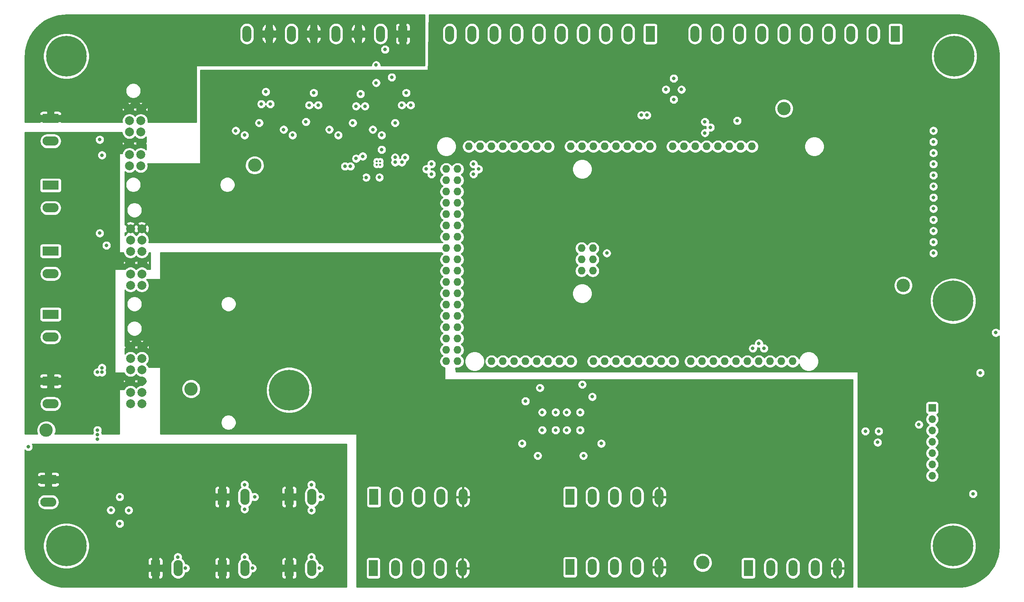
<source format=gbr>
G04 #@! TF.GenerationSoftware,KiCad,Pcbnew,(5.1.6)-1*
G04 #@! TF.CreationDate,2020-06-16T22:34:24-04:00*
G04 #@! TF.ProjectId,gantry-controller-prototype-DUE,67616e74-7279-42d6-936f-6e74726f6c6c,rev?*
G04 #@! TF.SameCoordinates,Original*
G04 #@! TF.FileFunction,Copper,L3,Inr*
G04 #@! TF.FilePolarity,Positive*
%FSLAX46Y46*%
G04 Gerber Fmt 4.6, Leading zero omitted, Abs format (unit mm)*
G04 Created by KiCad (PCBNEW (5.1.6)-1) date 2020-06-16 22:34:24*
%MOMM*%
%LPD*%
G01*
G04 APERTURE LIST*
G04 #@! TA.AperFunction,ViaPad*
%ADD10C,3.000000*%
G04 #@! TD*
G04 #@! TA.AperFunction,ViaPad*
%ADD11O,1.727200X1.727200*%
G04 #@! TD*
G04 #@! TA.AperFunction,ViaPad*
%ADD12R,1.700000X1.700000*%
G04 #@! TD*
G04 #@! TA.AperFunction,ViaPad*
%ADD13O,1.700000X1.700000*%
G04 #@! TD*
G04 #@! TA.AperFunction,ViaPad*
%ADD14R,2.000000X3.600000*%
G04 #@! TD*
G04 #@! TA.AperFunction,ViaPad*
%ADD15O,2.000000X3.600000*%
G04 #@! TD*
G04 #@! TA.AperFunction,ViaPad*
%ADD16R,2.080000X3.600000*%
G04 #@! TD*
G04 #@! TA.AperFunction,ViaPad*
%ADD17O,2.080000X3.600000*%
G04 #@! TD*
G04 #@! TA.AperFunction,ViaPad*
%ADD18C,0.508000*%
G04 #@! TD*
G04 #@! TA.AperFunction,ViaPad*
%ADD19C,9.100000*%
G04 #@! TD*
G04 #@! TA.AperFunction,ViaPad*
%ADD20C,2.000000*%
G04 #@! TD*
G04 #@! TA.AperFunction,ViaPad*
%ADD21R,3.600000X2.080000*%
G04 #@! TD*
G04 #@! TA.AperFunction,ViaPad*
%ADD22O,3.600000X2.080000*%
G04 #@! TD*
G04 #@! TA.AperFunction,ViaPad*
%ADD23C,0.800000*%
G04 #@! TD*
G04 #@! TA.AperFunction,Conductor*
%ADD24C,0.254000*%
G04 #@! TD*
G04 APERTURE END LIST*
D10*
X92250000Y-69500000D03*
X78000000Y-119750000D03*
X45500000Y-129000000D03*
X211000000Y-56750000D03*
X237750000Y-96500000D03*
X192750000Y-158750000D03*
D11*
X168123000Y-93230000D03*
X135230000Y-70370000D03*
X137770000Y-70370000D03*
X135230000Y-72910000D03*
X137770000Y-72910000D03*
X135230000Y-75450000D03*
X137770000Y-75450000D03*
X135230000Y-77990000D03*
X137770000Y-77990000D03*
X135230000Y-80530000D03*
X137770000Y-80530000D03*
X135230000Y-83070000D03*
X137770000Y-83070000D03*
X135230000Y-85610000D03*
X137770000Y-85610000D03*
X135230000Y-88150000D03*
X137770000Y-88150000D03*
X135230000Y-90690000D03*
X137770000Y-90690000D03*
X135230000Y-93230000D03*
X137770000Y-93230000D03*
X135230000Y-95770000D03*
X137770000Y-95770000D03*
X135230000Y-98310000D03*
X137770000Y-98310000D03*
X135230000Y-100850000D03*
X137770000Y-100850000D03*
X135230000Y-103390000D03*
X137770000Y-103390000D03*
X135230000Y-105930000D03*
X137770000Y-105930000D03*
X135230000Y-108470000D03*
X137770000Y-108470000D03*
X135230000Y-111010000D03*
X137770000Y-111010000D03*
X135230000Y-113550000D03*
X137770000Y-113550000D03*
X140310000Y-65290000D03*
X142850000Y-65290000D03*
X145390000Y-65290000D03*
X147930000Y-65290000D03*
X150470000Y-65290000D03*
X153010000Y-65290000D03*
X155550000Y-65290000D03*
X158090000Y-65290000D03*
X163170000Y-65290000D03*
X165710000Y-65290000D03*
X168250000Y-65290000D03*
X170790000Y-65290000D03*
X173330000Y-65290000D03*
X175870000Y-65290000D03*
X178410000Y-65290000D03*
X203810000Y-65290000D03*
X197714000Y-113550000D03*
X200254000Y-113550000D03*
X202794000Y-113550000D03*
X207874000Y-113550000D03*
X210414000Y-113550000D03*
X212954000Y-113550000D03*
X195174000Y-113550000D03*
X192634000Y-113550000D03*
X190094000Y-113550000D03*
X205334000Y-113550000D03*
X186030000Y-113550000D03*
X183490000Y-113550000D03*
X180950000Y-113550000D03*
X178410000Y-113550000D03*
X175870000Y-113550000D03*
X173330000Y-113550000D03*
X170790000Y-113550000D03*
X168250000Y-113550000D03*
X163170000Y-113550000D03*
X160630000Y-113550000D03*
X158090000Y-113550000D03*
X155550000Y-113550000D03*
X153010000Y-113550000D03*
X150470000Y-113550000D03*
X147930000Y-113550000D03*
X145390000Y-113550000D03*
X201270000Y-65290000D03*
X198730000Y-65290000D03*
X196190000Y-65290000D03*
X193650000Y-65290000D03*
X191110000Y-65290000D03*
X188570000Y-65290000D03*
X186030000Y-65290000D03*
X180950000Y-65290000D03*
X165583000Y-93230000D03*
X168123000Y-90690000D03*
X165583000Y-90690000D03*
X165583000Y-88150000D03*
X168123000Y-88150000D03*
D12*
X244250000Y-124000000D03*
D13*
X244250000Y-126540000D03*
X244250000Y-129080000D03*
X244250000Y-131620000D03*
X244250000Y-134160000D03*
X244250000Y-136700000D03*
X244250000Y-139240000D03*
D14*
X119000000Y-144000000D03*
D15*
X124000000Y-144000000D03*
X129000000Y-144000000D03*
X134000000Y-144000000D03*
X139000000Y-144000000D03*
D14*
X118872000Y-160000000D03*
D15*
X123872000Y-160000000D03*
X128872000Y-160000000D03*
X133872000Y-160000000D03*
X138872000Y-160000000D03*
D14*
X163000000Y-159766000D03*
D15*
X168000000Y-159766000D03*
X173000000Y-159766000D03*
X178000000Y-159766000D03*
X183000000Y-159766000D03*
D14*
X163000000Y-144000000D03*
D15*
X168000000Y-144000000D03*
X173000000Y-144000000D03*
X178000000Y-144000000D03*
X183000000Y-144000000D03*
D14*
X203000000Y-160000000D03*
D15*
X208000000Y-160000000D03*
X213000000Y-160000000D03*
X218000000Y-160000000D03*
X223000000Y-160000000D03*
D16*
X100000000Y-144000000D03*
D17*
X105080000Y-144000000D03*
D18*
X120393700Y-68606300D03*
X120393700Y-69393700D03*
X119606300Y-68606300D03*
X119606300Y-69393700D03*
D14*
X125500000Y-40005000D03*
D15*
X120500000Y-40005000D03*
X115500000Y-40005000D03*
X110500000Y-40005000D03*
X105500000Y-40005000D03*
X100500000Y-40005000D03*
X95500000Y-40005000D03*
X90500000Y-40005000D03*
D19*
X100000000Y-120000000D03*
X248920000Y-100000000D03*
X248920000Y-155000000D03*
X249174000Y-45000000D03*
X50000000Y-45000000D03*
X50000000Y-155000000D03*
D14*
X181000000Y-40000000D03*
D15*
X176000000Y-40000000D03*
X171000000Y-40000000D03*
X166000000Y-40000000D03*
X161000000Y-40000000D03*
X156000000Y-40000000D03*
X151000000Y-40000000D03*
X146000000Y-40000000D03*
X141000000Y-40000000D03*
X136000000Y-40000000D03*
D14*
X236000000Y-40000000D03*
D15*
X231000000Y-40000000D03*
X226000000Y-40000000D03*
X221000000Y-40000000D03*
X216000000Y-40000000D03*
X211000000Y-40000000D03*
X206000000Y-40000000D03*
X201000000Y-40000000D03*
X196000000Y-40000000D03*
X191000000Y-40000000D03*
D20*
X66692000Y-62043000D03*
X66692000Y-59503000D03*
X66692000Y-56963000D03*
X66692000Y-64583000D03*
X66692000Y-69663000D03*
X66692000Y-67123000D03*
X64152000Y-56963000D03*
X64152000Y-69663000D03*
X64152000Y-59503000D03*
X64152000Y-67123000D03*
X64152000Y-64583000D03*
X64152000Y-62043000D03*
X66946000Y-115453000D03*
X66946000Y-112913000D03*
X66946000Y-110373000D03*
X66946000Y-117993000D03*
X66946000Y-123073000D03*
X66946000Y-120533000D03*
X64406000Y-110373000D03*
X64406000Y-123073000D03*
X64406000Y-112913000D03*
X64406000Y-120533000D03*
X64406000Y-117993000D03*
X64406000Y-115453000D03*
X66946000Y-88853000D03*
X66946000Y-86313000D03*
X66946000Y-83773000D03*
X66946000Y-91393000D03*
X66946000Y-96473000D03*
X66946000Y-93933000D03*
X64406000Y-83773000D03*
X64406000Y-96473000D03*
X64406000Y-86313000D03*
X64406000Y-93933000D03*
X64406000Y-91393000D03*
X64406000Y-88853000D03*
D21*
X46482000Y-74000000D03*
D22*
X46482000Y-79080000D03*
D21*
X46482000Y-88773000D03*
D22*
X46482000Y-93853000D03*
D21*
X46482000Y-59000000D03*
D22*
X46482000Y-64080000D03*
D21*
X46482000Y-103000000D03*
D22*
X46482000Y-108080000D03*
D16*
X85000000Y-144000000D03*
D17*
X90080000Y-144000000D03*
D16*
X100000000Y-160000000D03*
D17*
X105080000Y-160000000D03*
D16*
X85000000Y-160000000D03*
D17*
X90080000Y-160000000D03*
D21*
X46482000Y-118000000D03*
D22*
X46482000Y-123080000D03*
D16*
X70000000Y-160000000D03*
D17*
X75080000Y-160000000D03*
D21*
X45974000Y-140081000D03*
D22*
X45974000Y-145161000D03*
D23*
X57000000Y-116000000D03*
X123750000Y-60000000D03*
X114250000Y-60000000D03*
X103750000Y-59750000D03*
X93250000Y-60000000D03*
X152250000Y-132000000D03*
X153000000Y-122500000D03*
X170000000Y-132000000D03*
X168000000Y-121500000D03*
X122500000Y-73000000D03*
X125250000Y-65000000D03*
X112250000Y-67500000D03*
X116250000Y-72250000D03*
X258500000Y-107100000D03*
X229250000Y-129250000D03*
X232250000Y-129250000D03*
X232000000Y-131750000D03*
X255000000Y-116120000D03*
X200500000Y-59500000D03*
X204000000Y-110650000D03*
X206500000Y-110650000D03*
X141350000Y-71500000D03*
X142500000Y-70370000D03*
X131900000Y-69250000D03*
X131900000Y-71500000D03*
X130750000Y-70370000D03*
X141350000Y-69250000D03*
X194500000Y-61000000D03*
X193250000Y-59750000D03*
X193250000Y-62250000D03*
X188000000Y-52500000D03*
X186250000Y-50000000D03*
X186250000Y-54750000D03*
X184500000Y-52500000D03*
X75000000Y-157500000D03*
X91750000Y-160000000D03*
X90000000Y-157500000D03*
X106750000Y-160000000D03*
X105000000Y-157500000D03*
X105000000Y-141250000D03*
X105000000Y-147000000D03*
X90000000Y-146750000D03*
X90000000Y-141250000D03*
X244500000Y-89250000D03*
X244500000Y-86750000D03*
X244500000Y-84250000D03*
X244500000Y-81750000D03*
X117250000Y-72250000D03*
X57000000Y-131000000D03*
X57000000Y-130000000D03*
X57000000Y-129000000D03*
X58000000Y-116000000D03*
X58000000Y-115000000D03*
X120750000Y-66000000D03*
X118750000Y-61500000D03*
X109000000Y-61500000D03*
X98750000Y-61500000D03*
X88000000Y-61750000D03*
X155750000Y-134750000D03*
X166000000Y-134750000D03*
X162250000Y-125000000D03*
X165750000Y-118750000D03*
X165250000Y-129000000D03*
X156750000Y-129000000D03*
X159750000Y-125000000D03*
X162250000Y-129000000D03*
X159750000Y-129000000D03*
X156750000Y-125000000D03*
X156250000Y-119500000D03*
X126250000Y-53250000D03*
X125250000Y-56000000D03*
X127250000Y-56000000D03*
X116000000Y-53500000D03*
X115000000Y-56250000D03*
X117000000Y-56250000D03*
X105500000Y-53250000D03*
X104500000Y-56000000D03*
X106500000Y-56000000D03*
X95750000Y-55750000D03*
X94750000Y-53000000D03*
X93750000Y-55750000D03*
X57500000Y-84750000D03*
X59000000Y-87500000D03*
X57500000Y-63750000D03*
X58000000Y-67250000D03*
X64000000Y-147000000D03*
X62000000Y-150000000D03*
X62000000Y-144000000D03*
X60000000Y-146956350D03*
X253400000Y-143300000D03*
X165250000Y-125000000D03*
X92250000Y-144000000D03*
X107000000Y-144000000D03*
X76750000Y-160000000D03*
X244500000Y-61750000D03*
X244500000Y-69250000D03*
X244500000Y-66750000D03*
X244500000Y-64250000D03*
X244500000Y-71750000D03*
X244500000Y-74250000D03*
X244500000Y-76750000D03*
X244500000Y-79250000D03*
X205350000Y-109500000D03*
X157750000Y-134000000D03*
X164000000Y-134000000D03*
X164000000Y-119000000D03*
X90000000Y-62750000D03*
X100750000Y-62750000D03*
X120750000Y-62750000D03*
X111000000Y-62750000D03*
X157750000Y-119750000D03*
X120250000Y-72233001D03*
X180250000Y-58250000D03*
X179000000Y-58250000D03*
X228000000Y-126500000D03*
X233500000Y-126500000D03*
X230000000Y-132750000D03*
X234000000Y-46500000D03*
X224000000Y-46000000D03*
X214000000Y-46000000D03*
X204000000Y-46000000D03*
X194000000Y-46000000D03*
X179000000Y-46500000D03*
X169000000Y-45750000D03*
X159000000Y-45750000D03*
X149000000Y-45750000D03*
X139000000Y-45750000D03*
X257500000Y-109000000D03*
X41500000Y-132750000D03*
X121500000Y-43500000D03*
X123000000Y-49750000D03*
X119500000Y-51000000D03*
X119500000Y-47000000D03*
X123750161Y-67737411D03*
X126000000Y-67750000D03*
X125274990Y-68839855D03*
X123750000Y-68839855D03*
X113750000Y-69750000D03*
X115000000Y-68000000D03*
X112500000Y-69750000D03*
X116500000Y-67500000D03*
X100000000Y-141250000D03*
X100000000Y-147000000D03*
X85000000Y-146750000D03*
X85000000Y-141000000D03*
X97500000Y-144000000D03*
X61500000Y-153750000D03*
X70250000Y-132750000D03*
X111500000Y-160000000D03*
X96750000Y-132750000D03*
X97500000Y-160000000D03*
X83000000Y-132750000D03*
X111750000Y-132750000D03*
X82750000Y-160000000D03*
X87250000Y-160000000D03*
X83250000Y-150750000D03*
X72250000Y-160000000D03*
X111750000Y-141000000D03*
X96750000Y-150750000D03*
X46000000Y-137500000D03*
X82250000Y-144000000D03*
X62250000Y-141750000D03*
X59250000Y-138750000D03*
X65000000Y-138750000D03*
X87250000Y-144000000D03*
X46000000Y-142250000D03*
X55000000Y-132750000D03*
X102250000Y-160000000D03*
X72000000Y-143750000D03*
X43000000Y-140000000D03*
X102500000Y-144000000D03*
X111750000Y-150750000D03*
X49000000Y-140000000D03*
X57250000Y-160250000D03*
X70500000Y-151000000D03*
X67750000Y-160000000D03*
X171250000Y-89250000D03*
X241250000Y-127750000D03*
D24*
G36*
X134274698Y-89314039D02*
G01*
X134433281Y-89420000D01*
X134274698Y-89525961D01*
X134065961Y-89734698D01*
X133901958Y-89980147D01*
X133788990Y-90252875D01*
X133731400Y-90542401D01*
X133731400Y-90837599D01*
X133788990Y-91127125D01*
X133901958Y-91399853D01*
X134065961Y-91645302D01*
X134274698Y-91854039D01*
X134433281Y-91960000D01*
X134274698Y-92065961D01*
X134065961Y-92274698D01*
X133901958Y-92520147D01*
X133788990Y-92792875D01*
X133731400Y-93082401D01*
X133731400Y-93377599D01*
X133788990Y-93667125D01*
X133901958Y-93939853D01*
X134065961Y-94185302D01*
X134274698Y-94394039D01*
X134433281Y-94500000D01*
X134274698Y-94605961D01*
X134065961Y-94814698D01*
X133901958Y-95060147D01*
X133788990Y-95332875D01*
X133731400Y-95622401D01*
X133731400Y-95917599D01*
X133788990Y-96207125D01*
X133901958Y-96479853D01*
X134065961Y-96725302D01*
X134274698Y-96934039D01*
X134433281Y-97040000D01*
X134274698Y-97145961D01*
X134065961Y-97354698D01*
X133901958Y-97600147D01*
X133788990Y-97872875D01*
X133731400Y-98162401D01*
X133731400Y-98457599D01*
X133788990Y-98747125D01*
X133901958Y-99019853D01*
X134065961Y-99265302D01*
X134274698Y-99474039D01*
X134433281Y-99580000D01*
X134274698Y-99685961D01*
X134065961Y-99894698D01*
X133901958Y-100140147D01*
X133788990Y-100412875D01*
X133731400Y-100702401D01*
X133731400Y-100997599D01*
X133788990Y-101287125D01*
X133901958Y-101559853D01*
X134065961Y-101805302D01*
X134274698Y-102014039D01*
X134433281Y-102120000D01*
X134274698Y-102225961D01*
X134065961Y-102434698D01*
X133901958Y-102680147D01*
X133788990Y-102952875D01*
X133731400Y-103242401D01*
X133731400Y-103537599D01*
X133788990Y-103827125D01*
X133901958Y-104099853D01*
X134065961Y-104345302D01*
X134274698Y-104554039D01*
X134433281Y-104660000D01*
X134274698Y-104765961D01*
X134065961Y-104974698D01*
X133901958Y-105220147D01*
X133788990Y-105492875D01*
X133731400Y-105782401D01*
X133731400Y-106077599D01*
X133788990Y-106367125D01*
X133901958Y-106639853D01*
X134065961Y-106885302D01*
X134274698Y-107094039D01*
X134433281Y-107200000D01*
X134274698Y-107305961D01*
X134065961Y-107514698D01*
X133901958Y-107760147D01*
X133788990Y-108032875D01*
X133731400Y-108322401D01*
X133731400Y-108617599D01*
X133788990Y-108907125D01*
X133901958Y-109179853D01*
X134065961Y-109425302D01*
X134274698Y-109634039D01*
X134433281Y-109740000D01*
X134274698Y-109845961D01*
X134065961Y-110054698D01*
X133901958Y-110300147D01*
X133788990Y-110572875D01*
X133731400Y-110862401D01*
X133731400Y-111157599D01*
X133788990Y-111447125D01*
X133901958Y-111719853D01*
X134065961Y-111965302D01*
X134274698Y-112174039D01*
X134433281Y-112280000D01*
X134274698Y-112385961D01*
X134065961Y-112594698D01*
X133901958Y-112840147D01*
X133788990Y-113112875D01*
X133731400Y-113402401D01*
X133731400Y-113697599D01*
X133788990Y-113987125D01*
X133901958Y-114259853D01*
X134065961Y-114505302D01*
X134274698Y-114714039D01*
X134520147Y-114878042D01*
X134792875Y-114991010D01*
X134873000Y-115006948D01*
X134873000Y-117500000D01*
X134875440Y-117524776D01*
X134882667Y-117548601D01*
X134894403Y-117570557D01*
X134910197Y-117589803D01*
X134929443Y-117605597D01*
X134951399Y-117617333D01*
X134975224Y-117624560D01*
X135000000Y-117627000D01*
X226373000Y-117627000D01*
X226373000Y-164265000D01*
X115127000Y-164265000D01*
X115127000Y-158200000D01*
X117233928Y-158200000D01*
X117233928Y-161800000D01*
X117246188Y-161924482D01*
X117282498Y-162044180D01*
X117341463Y-162154494D01*
X117420815Y-162251185D01*
X117517506Y-162330537D01*
X117627820Y-162389502D01*
X117747518Y-162425812D01*
X117872000Y-162438072D01*
X119872000Y-162438072D01*
X119996482Y-162425812D01*
X120116180Y-162389502D01*
X120226494Y-162330537D01*
X120323185Y-162251185D01*
X120402537Y-162154494D01*
X120461502Y-162044180D01*
X120497812Y-161924482D01*
X120510072Y-161800000D01*
X120510072Y-159119679D01*
X122237000Y-159119679D01*
X122237000Y-160880322D01*
X122260658Y-161120516D01*
X122354149Y-161428715D01*
X122505970Y-161712752D01*
X122710287Y-161961714D01*
X122959249Y-162166031D01*
X123243286Y-162317852D01*
X123551485Y-162411343D01*
X123872000Y-162442911D01*
X124192516Y-162411343D01*
X124500715Y-162317852D01*
X124784752Y-162166031D01*
X125033714Y-161961714D01*
X125238031Y-161712752D01*
X125389852Y-161428715D01*
X125483343Y-161120516D01*
X125507000Y-160880322D01*
X125507000Y-159119679D01*
X127237000Y-159119679D01*
X127237000Y-160880322D01*
X127260658Y-161120516D01*
X127354149Y-161428715D01*
X127505970Y-161712752D01*
X127710287Y-161961714D01*
X127959249Y-162166031D01*
X128243286Y-162317852D01*
X128551485Y-162411343D01*
X128872000Y-162442911D01*
X129192516Y-162411343D01*
X129500715Y-162317852D01*
X129784752Y-162166031D01*
X130033714Y-161961714D01*
X130238031Y-161712752D01*
X130389852Y-161428715D01*
X130483343Y-161120516D01*
X130507000Y-160880322D01*
X130507000Y-159119679D01*
X132237000Y-159119679D01*
X132237000Y-160880322D01*
X132260658Y-161120516D01*
X132354149Y-161428715D01*
X132505970Y-161712752D01*
X132710287Y-161961714D01*
X132959249Y-162166031D01*
X133243286Y-162317852D01*
X133551485Y-162411343D01*
X133872000Y-162442911D01*
X134192516Y-162411343D01*
X134500715Y-162317852D01*
X134784752Y-162166031D01*
X135033714Y-161961714D01*
X135238031Y-161712752D01*
X135389852Y-161428715D01*
X135483343Y-161120516D01*
X135507000Y-160880322D01*
X135507000Y-160127000D01*
X137237000Y-160127000D01*
X137237000Y-160927000D01*
X137293193Y-161243532D01*
X137410058Y-161543020D01*
X137583105Y-161813954D01*
X137805683Y-162045922D01*
X138069239Y-162230010D01*
X138363645Y-162359144D01*
X138491566Y-162390124D01*
X138745000Y-162270777D01*
X138745000Y-160127000D01*
X138999000Y-160127000D01*
X138999000Y-162270777D01*
X139252434Y-162390124D01*
X139380355Y-162359144D01*
X139674761Y-162230010D01*
X139938317Y-162045922D01*
X140160895Y-161813954D01*
X140333942Y-161543020D01*
X140450807Y-161243532D01*
X140507000Y-160927000D01*
X140507000Y-160127000D01*
X138999000Y-160127000D01*
X138745000Y-160127000D01*
X137237000Y-160127000D01*
X135507000Y-160127000D01*
X135507000Y-159119678D01*
X135502403Y-159073000D01*
X137237000Y-159073000D01*
X137237000Y-159873000D01*
X138745000Y-159873000D01*
X138745000Y-157729223D01*
X138999000Y-157729223D01*
X138999000Y-159873000D01*
X140507000Y-159873000D01*
X140507000Y-159073000D01*
X140450807Y-158756468D01*
X140333942Y-158456980D01*
X140160895Y-158186046D01*
X139949757Y-157966000D01*
X161361928Y-157966000D01*
X161361928Y-161566000D01*
X161374188Y-161690482D01*
X161410498Y-161810180D01*
X161469463Y-161920494D01*
X161548815Y-162017185D01*
X161645506Y-162096537D01*
X161755820Y-162155502D01*
X161875518Y-162191812D01*
X162000000Y-162204072D01*
X164000000Y-162204072D01*
X164124482Y-162191812D01*
X164244180Y-162155502D01*
X164354494Y-162096537D01*
X164451185Y-162017185D01*
X164530537Y-161920494D01*
X164589502Y-161810180D01*
X164625812Y-161690482D01*
X164638072Y-161566000D01*
X164638072Y-158885679D01*
X166365000Y-158885679D01*
X166365000Y-160646322D01*
X166388658Y-160886516D01*
X166482149Y-161194715D01*
X166633970Y-161478752D01*
X166838287Y-161727714D01*
X167087249Y-161932031D01*
X167371286Y-162083852D01*
X167679485Y-162177343D01*
X168000000Y-162208911D01*
X168320516Y-162177343D01*
X168628715Y-162083852D01*
X168912752Y-161932031D01*
X169161714Y-161727714D01*
X169366031Y-161478752D01*
X169517852Y-161194715D01*
X169611343Y-160886516D01*
X169635000Y-160646322D01*
X169635000Y-158885679D01*
X171365000Y-158885679D01*
X171365000Y-160646322D01*
X171388658Y-160886516D01*
X171482149Y-161194715D01*
X171633970Y-161478752D01*
X171838287Y-161727714D01*
X172087249Y-161932031D01*
X172371286Y-162083852D01*
X172679485Y-162177343D01*
X173000000Y-162208911D01*
X173320516Y-162177343D01*
X173628715Y-162083852D01*
X173912752Y-161932031D01*
X174161714Y-161727714D01*
X174366031Y-161478752D01*
X174517852Y-161194715D01*
X174611343Y-160886516D01*
X174635000Y-160646322D01*
X174635000Y-158885679D01*
X176365000Y-158885679D01*
X176365000Y-160646322D01*
X176388658Y-160886516D01*
X176482149Y-161194715D01*
X176633970Y-161478752D01*
X176838287Y-161727714D01*
X177087249Y-161932031D01*
X177371286Y-162083852D01*
X177679485Y-162177343D01*
X178000000Y-162208911D01*
X178320516Y-162177343D01*
X178628715Y-162083852D01*
X178912752Y-161932031D01*
X179161714Y-161727714D01*
X179366031Y-161478752D01*
X179517852Y-161194715D01*
X179611343Y-160886516D01*
X179635000Y-160646322D01*
X179635000Y-159893000D01*
X181365000Y-159893000D01*
X181365000Y-160693000D01*
X181421193Y-161009532D01*
X181538058Y-161309020D01*
X181711105Y-161579954D01*
X181933683Y-161811922D01*
X182197239Y-161996010D01*
X182491645Y-162125144D01*
X182619566Y-162156124D01*
X182873000Y-162036777D01*
X182873000Y-159893000D01*
X183127000Y-159893000D01*
X183127000Y-162036777D01*
X183380434Y-162156124D01*
X183508355Y-162125144D01*
X183802761Y-161996010D01*
X184066317Y-161811922D01*
X184288895Y-161579954D01*
X184461942Y-161309020D01*
X184578807Y-161009532D01*
X184635000Y-160693000D01*
X184635000Y-159893000D01*
X183127000Y-159893000D01*
X182873000Y-159893000D01*
X181365000Y-159893000D01*
X179635000Y-159893000D01*
X179635000Y-158885678D01*
X179630403Y-158839000D01*
X181365000Y-158839000D01*
X181365000Y-159639000D01*
X182873000Y-159639000D01*
X182873000Y-157495223D01*
X183127000Y-157495223D01*
X183127000Y-159639000D01*
X184635000Y-159639000D01*
X184635000Y-158839000D01*
X184581870Y-158539721D01*
X190615000Y-158539721D01*
X190615000Y-158960279D01*
X190697047Y-159372756D01*
X190857988Y-159761302D01*
X191091637Y-160110983D01*
X191389017Y-160408363D01*
X191738698Y-160642012D01*
X192127244Y-160802953D01*
X192539721Y-160885000D01*
X192960279Y-160885000D01*
X193372756Y-160802953D01*
X193761302Y-160642012D01*
X194110983Y-160408363D01*
X194408363Y-160110983D01*
X194642012Y-159761302D01*
X194802953Y-159372756D01*
X194885000Y-158960279D01*
X194885000Y-158539721D01*
X194817426Y-158200000D01*
X201361928Y-158200000D01*
X201361928Y-161800000D01*
X201374188Y-161924482D01*
X201410498Y-162044180D01*
X201469463Y-162154494D01*
X201548815Y-162251185D01*
X201645506Y-162330537D01*
X201755820Y-162389502D01*
X201875518Y-162425812D01*
X202000000Y-162438072D01*
X204000000Y-162438072D01*
X204124482Y-162425812D01*
X204244180Y-162389502D01*
X204354494Y-162330537D01*
X204451185Y-162251185D01*
X204530537Y-162154494D01*
X204589502Y-162044180D01*
X204625812Y-161924482D01*
X204638072Y-161800000D01*
X204638072Y-159119679D01*
X206365000Y-159119679D01*
X206365000Y-160880322D01*
X206388658Y-161120516D01*
X206482149Y-161428715D01*
X206633970Y-161712752D01*
X206838287Y-161961714D01*
X207087249Y-162166031D01*
X207371286Y-162317852D01*
X207679485Y-162411343D01*
X208000000Y-162442911D01*
X208320516Y-162411343D01*
X208628715Y-162317852D01*
X208912752Y-162166031D01*
X209161714Y-161961714D01*
X209366031Y-161712752D01*
X209517852Y-161428715D01*
X209611343Y-161120516D01*
X209635000Y-160880322D01*
X209635000Y-159119679D01*
X211365000Y-159119679D01*
X211365000Y-160880322D01*
X211388658Y-161120516D01*
X211482149Y-161428715D01*
X211633970Y-161712752D01*
X211838287Y-161961714D01*
X212087249Y-162166031D01*
X212371286Y-162317852D01*
X212679485Y-162411343D01*
X213000000Y-162442911D01*
X213320516Y-162411343D01*
X213628715Y-162317852D01*
X213912752Y-162166031D01*
X214161714Y-161961714D01*
X214366031Y-161712752D01*
X214517852Y-161428715D01*
X214611343Y-161120516D01*
X214635000Y-160880322D01*
X214635000Y-159119679D01*
X216365000Y-159119679D01*
X216365000Y-160880322D01*
X216388658Y-161120516D01*
X216482149Y-161428715D01*
X216633970Y-161712752D01*
X216838287Y-161961714D01*
X217087249Y-162166031D01*
X217371286Y-162317852D01*
X217679485Y-162411343D01*
X218000000Y-162442911D01*
X218320516Y-162411343D01*
X218628715Y-162317852D01*
X218912752Y-162166031D01*
X219161714Y-161961714D01*
X219366031Y-161712752D01*
X219517852Y-161428715D01*
X219611343Y-161120516D01*
X219635000Y-160880322D01*
X219635000Y-160127000D01*
X221365000Y-160127000D01*
X221365000Y-160927000D01*
X221421193Y-161243532D01*
X221538058Y-161543020D01*
X221711105Y-161813954D01*
X221933683Y-162045922D01*
X222197239Y-162230010D01*
X222491645Y-162359144D01*
X222619566Y-162390124D01*
X222873000Y-162270777D01*
X222873000Y-160127000D01*
X223127000Y-160127000D01*
X223127000Y-162270777D01*
X223380434Y-162390124D01*
X223508355Y-162359144D01*
X223802761Y-162230010D01*
X224066317Y-162045922D01*
X224288895Y-161813954D01*
X224461942Y-161543020D01*
X224578807Y-161243532D01*
X224635000Y-160927000D01*
X224635000Y-160127000D01*
X223127000Y-160127000D01*
X222873000Y-160127000D01*
X221365000Y-160127000D01*
X219635000Y-160127000D01*
X219635000Y-159119678D01*
X219630403Y-159073000D01*
X221365000Y-159073000D01*
X221365000Y-159873000D01*
X222873000Y-159873000D01*
X222873000Y-157729223D01*
X223127000Y-157729223D01*
X223127000Y-159873000D01*
X224635000Y-159873000D01*
X224635000Y-159073000D01*
X224578807Y-158756468D01*
X224461942Y-158456980D01*
X224288895Y-158186046D01*
X224066317Y-157954078D01*
X223802761Y-157769990D01*
X223508355Y-157640856D01*
X223380434Y-157609876D01*
X223127000Y-157729223D01*
X222873000Y-157729223D01*
X222619566Y-157609876D01*
X222491645Y-157640856D01*
X222197239Y-157769990D01*
X221933683Y-157954078D01*
X221711105Y-158186046D01*
X221538058Y-158456980D01*
X221421193Y-158756468D01*
X221365000Y-159073000D01*
X219630403Y-159073000D01*
X219611343Y-158879484D01*
X219517852Y-158571285D01*
X219366031Y-158287248D01*
X219161714Y-158038286D01*
X218912751Y-157833969D01*
X218628714Y-157682148D01*
X218320515Y-157588657D01*
X218000000Y-157557089D01*
X217679484Y-157588657D01*
X217371285Y-157682148D01*
X217087248Y-157833969D01*
X216838286Y-158038286D01*
X216633969Y-158287249D01*
X216482148Y-158571286D01*
X216388657Y-158879485D01*
X216365000Y-159119679D01*
X214635000Y-159119679D01*
X214635000Y-159119678D01*
X214611343Y-158879484D01*
X214517852Y-158571285D01*
X214366031Y-158287248D01*
X214161714Y-158038286D01*
X213912751Y-157833969D01*
X213628714Y-157682148D01*
X213320515Y-157588657D01*
X213000000Y-157557089D01*
X212679484Y-157588657D01*
X212371285Y-157682148D01*
X212087248Y-157833969D01*
X211838286Y-158038286D01*
X211633969Y-158287249D01*
X211482148Y-158571286D01*
X211388657Y-158879485D01*
X211365000Y-159119679D01*
X209635000Y-159119679D01*
X209635000Y-159119678D01*
X209611343Y-158879484D01*
X209517852Y-158571285D01*
X209366031Y-158287248D01*
X209161714Y-158038286D01*
X208912751Y-157833969D01*
X208628714Y-157682148D01*
X208320515Y-157588657D01*
X208000000Y-157557089D01*
X207679484Y-157588657D01*
X207371285Y-157682148D01*
X207087248Y-157833969D01*
X206838286Y-158038286D01*
X206633969Y-158287249D01*
X206482148Y-158571286D01*
X206388657Y-158879485D01*
X206365000Y-159119679D01*
X204638072Y-159119679D01*
X204638072Y-158200000D01*
X204625812Y-158075518D01*
X204589502Y-157955820D01*
X204530537Y-157845506D01*
X204451185Y-157748815D01*
X204354494Y-157669463D01*
X204244180Y-157610498D01*
X204124482Y-157574188D01*
X204000000Y-157561928D01*
X202000000Y-157561928D01*
X201875518Y-157574188D01*
X201755820Y-157610498D01*
X201645506Y-157669463D01*
X201548815Y-157748815D01*
X201469463Y-157845506D01*
X201410498Y-157955820D01*
X201374188Y-158075518D01*
X201361928Y-158200000D01*
X194817426Y-158200000D01*
X194802953Y-158127244D01*
X194642012Y-157738698D01*
X194408363Y-157389017D01*
X194110983Y-157091637D01*
X193761302Y-156857988D01*
X193372756Y-156697047D01*
X192960279Y-156615000D01*
X192539721Y-156615000D01*
X192127244Y-156697047D01*
X191738698Y-156857988D01*
X191389017Y-157091637D01*
X191091637Y-157389017D01*
X190857988Y-157738698D01*
X190697047Y-158127244D01*
X190615000Y-158539721D01*
X184581870Y-158539721D01*
X184578807Y-158522468D01*
X184461942Y-158222980D01*
X184288895Y-157952046D01*
X184066317Y-157720078D01*
X183802761Y-157535990D01*
X183508355Y-157406856D01*
X183380434Y-157375876D01*
X183127000Y-157495223D01*
X182873000Y-157495223D01*
X182619566Y-157375876D01*
X182491645Y-157406856D01*
X182197239Y-157535990D01*
X181933683Y-157720078D01*
X181711105Y-157952046D01*
X181538058Y-158222980D01*
X181421193Y-158522468D01*
X181365000Y-158839000D01*
X179630403Y-158839000D01*
X179611343Y-158645484D01*
X179517852Y-158337285D01*
X179366031Y-158053248D01*
X179161714Y-157804286D01*
X178912751Y-157599969D01*
X178628714Y-157448148D01*
X178320515Y-157354657D01*
X178000000Y-157323089D01*
X177679484Y-157354657D01*
X177371285Y-157448148D01*
X177087248Y-157599969D01*
X176838286Y-157804286D01*
X176633969Y-158053249D01*
X176482148Y-158337286D01*
X176388657Y-158645485D01*
X176365000Y-158885679D01*
X174635000Y-158885679D01*
X174635000Y-158885678D01*
X174611343Y-158645484D01*
X174517852Y-158337285D01*
X174366031Y-158053248D01*
X174161714Y-157804286D01*
X173912751Y-157599969D01*
X173628714Y-157448148D01*
X173320515Y-157354657D01*
X173000000Y-157323089D01*
X172679484Y-157354657D01*
X172371285Y-157448148D01*
X172087248Y-157599969D01*
X171838286Y-157804286D01*
X171633969Y-158053249D01*
X171482148Y-158337286D01*
X171388657Y-158645485D01*
X171365000Y-158885679D01*
X169635000Y-158885679D01*
X169635000Y-158885678D01*
X169611343Y-158645484D01*
X169517852Y-158337285D01*
X169366031Y-158053248D01*
X169161714Y-157804286D01*
X168912751Y-157599969D01*
X168628714Y-157448148D01*
X168320515Y-157354657D01*
X168000000Y-157323089D01*
X167679484Y-157354657D01*
X167371285Y-157448148D01*
X167087248Y-157599969D01*
X166838286Y-157804286D01*
X166633969Y-158053249D01*
X166482148Y-158337286D01*
X166388657Y-158645485D01*
X166365000Y-158885679D01*
X164638072Y-158885679D01*
X164638072Y-157966000D01*
X164625812Y-157841518D01*
X164589502Y-157721820D01*
X164530537Y-157611506D01*
X164451185Y-157514815D01*
X164354494Y-157435463D01*
X164244180Y-157376498D01*
X164124482Y-157340188D01*
X164000000Y-157327928D01*
X162000000Y-157327928D01*
X161875518Y-157340188D01*
X161755820Y-157376498D01*
X161645506Y-157435463D01*
X161548815Y-157514815D01*
X161469463Y-157611506D01*
X161410498Y-157721820D01*
X161374188Y-157841518D01*
X161361928Y-157966000D01*
X139949757Y-157966000D01*
X139938317Y-157954078D01*
X139674761Y-157769990D01*
X139380355Y-157640856D01*
X139252434Y-157609876D01*
X138999000Y-157729223D01*
X138745000Y-157729223D01*
X138491566Y-157609876D01*
X138363645Y-157640856D01*
X138069239Y-157769990D01*
X137805683Y-157954078D01*
X137583105Y-158186046D01*
X137410058Y-158456980D01*
X137293193Y-158756468D01*
X137237000Y-159073000D01*
X135502403Y-159073000D01*
X135483343Y-158879484D01*
X135389852Y-158571285D01*
X135238031Y-158287248D01*
X135033714Y-158038286D01*
X134784751Y-157833969D01*
X134500714Y-157682148D01*
X134192515Y-157588657D01*
X133872000Y-157557089D01*
X133551484Y-157588657D01*
X133243285Y-157682148D01*
X132959248Y-157833969D01*
X132710286Y-158038286D01*
X132505969Y-158287249D01*
X132354148Y-158571286D01*
X132260657Y-158879485D01*
X132237000Y-159119679D01*
X130507000Y-159119679D01*
X130507000Y-159119678D01*
X130483343Y-158879484D01*
X130389852Y-158571285D01*
X130238031Y-158287248D01*
X130033714Y-158038286D01*
X129784751Y-157833969D01*
X129500714Y-157682148D01*
X129192515Y-157588657D01*
X128872000Y-157557089D01*
X128551484Y-157588657D01*
X128243285Y-157682148D01*
X127959248Y-157833969D01*
X127710286Y-158038286D01*
X127505969Y-158287249D01*
X127354148Y-158571286D01*
X127260657Y-158879485D01*
X127237000Y-159119679D01*
X125507000Y-159119679D01*
X125507000Y-159119678D01*
X125483343Y-158879484D01*
X125389852Y-158571285D01*
X125238031Y-158287248D01*
X125033714Y-158038286D01*
X124784751Y-157833969D01*
X124500714Y-157682148D01*
X124192515Y-157588657D01*
X123872000Y-157557089D01*
X123551484Y-157588657D01*
X123243285Y-157682148D01*
X122959248Y-157833969D01*
X122710286Y-158038286D01*
X122505969Y-158287249D01*
X122354148Y-158571286D01*
X122260657Y-158879485D01*
X122237000Y-159119679D01*
X120510072Y-159119679D01*
X120510072Y-158200000D01*
X120497812Y-158075518D01*
X120461502Y-157955820D01*
X120402537Y-157845506D01*
X120323185Y-157748815D01*
X120226494Y-157669463D01*
X120116180Y-157610498D01*
X119996482Y-157574188D01*
X119872000Y-157561928D01*
X117872000Y-157561928D01*
X117747518Y-157574188D01*
X117627820Y-157610498D01*
X117517506Y-157669463D01*
X117420815Y-157748815D01*
X117341463Y-157845506D01*
X117282498Y-157955820D01*
X117246188Y-158075518D01*
X117233928Y-158200000D01*
X115127000Y-158200000D01*
X115127000Y-142200000D01*
X117361928Y-142200000D01*
X117361928Y-145800000D01*
X117374188Y-145924482D01*
X117410498Y-146044180D01*
X117469463Y-146154494D01*
X117548815Y-146251185D01*
X117645506Y-146330537D01*
X117755820Y-146389502D01*
X117875518Y-146425812D01*
X118000000Y-146438072D01*
X120000000Y-146438072D01*
X120124482Y-146425812D01*
X120244180Y-146389502D01*
X120354494Y-146330537D01*
X120451185Y-146251185D01*
X120530537Y-146154494D01*
X120589502Y-146044180D01*
X120625812Y-145924482D01*
X120638072Y-145800000D01*
X120638072Y-143119679D01*
X122365000Y-143119679D01*
X122365000Y-144880322D01*
X122388658Y-145120516D01*
X122482149Y-145428715D01*
X122633970Y-145712752D01*
X122838287Y-145961714D01*
X123087249Y-146166031D01*
X123371286Y-146317852D01*
X123679485Y-146411343D01*
X124000000Y-146442911D01*
X124320516Y-146411343D01*
X124628715Y-146317852D01*
X124912752Y-146166031D01*
X125161714Y-145961714D01*
X125366031Y-145712752D01*
X125517852Y-145428715D01*
X125611343Y-145120516D01*
X125635000Y-144880322D01*
X125635000Y-143119679D01*
X127365000Y-143119679D01*
X127365000Y-144880322D01*
X127388658Y-145120516D01*
X127482149Y-145428715D01*
X127633970Y-145712752D01*
X127838287Y-145961714D01*
X128087249Y-146166031D01*
X128371286Y-146317852D01*
X128679485Y-146411343D01*
X129000000Y-146442911D01*
X129320516Y-146411343D01*
X129628715Y-146317852D01*
X129912752Y-146166031D01*
X130161714Y-145961714D01*
X130366031Y-145712752D01*
X130517852Y-145428715D01*
X130611343Y-145120516D01*
X130635000Y-144880322D01*
X130635000Y-143119679D01*
X132365000Y-143119679D01*
X132365000Y-144880322D01*
X132388658Y-145120516D01*
X132482149Y-145428715D01*
X132633970Y-145712752D01*
X132838287Y-145961714D01*
X133087249Y-146166031D01*
X133371286Y-146317852D01*
X133679485Y-146411343D01*
X134000000Y-146442911D01*
X134320516Y-146411343D01*
X134628715Y-146317852D01*
X134912752Y-146166031D01*
X135161714Y-145961714D01*
X135366031Y-145712752D01*
X135517852Y-145428715D01*
X135611343Y-145120516D01*
X135635000Y-144880322D01*
X135635000Y-144127000D01*
X137365000Y-144127000D01*
X137365000Y-144927000D01*
X137421193Y-145243532D01*
X137538058Y-145543020D01*
X137711105Y-145813954D01*
X137933683Y-146045922D01*
X138197239Y-146230010D01*
X138491645Y-146359144D01*
X138619566Y-146390124D01*
X138873000Y-146270777D01*
X138873000Y-144127000D01*
X139127000Y-144127000D01*
X139127000Y-146270777D01*
X139380434Y-146390124D01*
X139508355Y-146359144D01*
X139802761Y-146230010D01*
X140066317Y-146045922D01*
X140288895Y-145813954D01*
X140461942Y-145543020D01*
X140578807Y-145243532D01*
X140635000Y-144927000D01*
X140635000Y-144127000D01*
X139127000Y-144127000D01*
X138873000Y-144127000D01*
X137365000Y-144127000D01*
X135635000Y-144127000D01*
X135635000Y-143119678D01*
X135630403Y-143073000D01*
X137365000Y-143073000D01*
X137365000Y-143873000D01*
X138873000Y-143873000D01*
X138873000Y-141729223D01*
X139127000Y-141729223D01*
X139127000Y-143873000D01*
X140635000Y-143873000D01*
X140635000Y-143073000D01*
X140578807Y-142756468D01*
X140461942Y-142456980D01*
X140297808Y-142200000D01*
X161361928Y-142200000D01*
X161361928Y-145800000D01*
X161374188Y-145924482D01*
X161410498Y-146044180D01*
X161469463Y-146154494D01*
X161548815Y-146251185D01*
X161645506Y-146330537D01*
X161755820Y-146389502D01*
X161875518Y-146425812D01*
X162000000Y-146438072D01*
X164000000Y-146438072D01*
X164124482Y-146425812D01*
X164244180Y-146389502D01*
X164354494Y-146330537D01*
X164451185Y-146251185D01*
X164530537Y-146154494D01*
X164589502Y-146044180D01*
X164625812Y-145924482D01*
X164638072Y-145800000D01*
X164638072Y-143119679D01*
X166365000Y-143119679D01*
X166365000Y-144880322D01*
X166388658Y-145120516D01*
X166482149Y-145428715D01*
X166633970Y-145712752D01*
X166838287Y-145961714D01*
X167087249Y-146166031D01*
X167371286Y-146317852D01*
X167679485Y-146411343D01*
X168000000Y-146442911D01*
X168320516Y-146411343D01*
X168628715Y-146317852D01*
X168912752Y-146166031D01*
X169161714Y-145961714D01*
X169366031Y-145712752D01*
X169517852Y-145428715D01*
X169611343Y-145120516D01*
X169635000Y-144880322D01*
X169635000Y-143119679D01*
X171365000Y-143119679D01*
X171365000Y-144880322D01*
X171388658Y-145120516D01*
X171482149Y-145428715D01*
X171633970Y-145712752D01*
X171838287Y-145961714D01*
X172087249Y-146166031D01*
X172371286Y-146317852D01*
X172679485Y-146411343D01*
X173000000Y-146442911D01*
X173320516Y-146411343D01*
X173628715Y-146317852D01*
X173912752Y-146166031D01*
X174161714Y-145961714D01*
X174366031Y-145712752D01*
X174517852Y-145428715D01*
X174611343Y-145120516D01*
X174635000Y-144880322D01*
X174635000Y-143119679D01*
X176365000Y-143119679D01*
X176365000Y-144880322D01*
X176388658Y-145120516D01*
X176482149Y-145428715D01*
X176633970Y-145712752D01*
X176838287Y-145961714D01*
X177087249Y-146166031D01*
X177371286Y-146317852D01*
X177679485Y-146411343D01*
X178000000Y-146442911D01*
X178320516Y-146411343D01*
X178628715Y-146317852D01*
X178912752Y-146166031D01*
X179161714Y-145961714D01*
X179366031Y-145712752D01*
X179517852Y-145428715D01*
X179611343Y-145120516D01*
X179635000Y-144880322D01*
X179635000Y-144127000D01*
X181365000Y-144127000D01*
X181365000Y-144927000D01*
X181421193Y-145243532D01*
X181538058Y-145543020D01*
X181711105Y-145813954D01*
X181933683Y-146045922D01*
X182197239Y-146230010D01*
X182491645Y-146359144D01*
X182619566Y-146390124D01*
X182873000Y-146270777D01*
X182873000Y-144127000D01*
X183127000Y-144127000D01*
X183127000Y-146270777D01*
X183380434Y-146390124D01*
X183508355Y-146359144D01*
X183802761Y-146230010D01*
X184066317Y-146045922D01*
X184288895Y-145813954D01*
X184461942Y-145543020D01*
X184578807Y-145243532D01*
X184635000Y-144927000D01*
X184635000Y-144127000D01*
X183127000Y-144127000D01*
X182873000Y-144127000D01*
X181365000Y-144127000D01*
X179635000Y-144127000D01*
X179635000Y-143119678D01*
X179630403Y-143073000D01*
X181365000Y-143073000D01*
X181365000Y-143873000D01*
X182873000Y-143873000D01*
X182873000Y-141729223D01*
X183127000Y-141729223D01*
X183127000Y-143873000D01*
X184635000Y-143873000D01*
X184635000Y-143073000D01*
X184578807Y-142756468D01*
X184461942Y-142456980D01*
X184288895Y-142186046D01*
X184066317Y-141954078D01*
X183802761Y-141769990D01*
X183508355Y-141640856D01*
X183380434Y-141609876D01*
X183127000Y-141729223D01*
X182873000Y-141729223D01*
X182619566Y-141609876D01*
X182491645Y-141640856D01*
X182197239Y-141769990D01*
X181933683Y-141954078D01*
X181711105Y-142186046D01*
X181538058Y-142456980D01*
X181421193Y-142756468D01*
X181365000Y-143073000D01*
X179630403Y-143073000D01*
X179611343Y-142879484D01*
X179517852Y-142571285D01*
X179366031Y-142287248D01*
X179161714Y-142038286D01*
X178912751Y-141833969D01*
X178628714Y-141682148D01*
X178320515Y-141588657D01*
X178000000Y-141557089D01*
X177679484Y-141588657D01*
X177371285Y-141682148D01*
X177087248Y-141833969D01*
X176838286Y-142038286D01*
X176633969Y-142287249D01*
X176482148Y-142571286D01*
X176388657Y-142879485D01*
X176365000Y-143119679D01*
X174635000Y-143119679D01*
X174635000Y-143119678D01*
X174611343Y-142879484D01*
X174517852Y-142571285D01*
X174366031Y-142287248D01*
X174161714Y-142038286D01*
X173912751Y-141833969D01*
X173628714Y-141682148D01*
X173320515Y-141588657D01*
X173000000Y-141557089D01*
X172679484Y-141588657D01*
X172371285Y-141682148D01*
X172087248Y-141833969D01*
X171838286Y-142038286D01*
X171633969Y-142287249D01*
X171482148Y-142571286D01*
X171388657Y-142879485D01*
X171365000Y-143119679D01*
X169635000Y-143119679D01*
X169635000Y-143119678D01*
X169611343Y-142879484D01*
X169517852Y-142571285D01*
X169366031Y-142287248D01*
X169161714Y-142038286D01*
X168912751Y-141833969D01*
X168628714Y-141682148D01*
X168320515Y-141588657D01*
X168000000Y-141557089D01*
X167679484Y-141588657D01*
X167371285Y-141682148D01*
X167087248Y-141833969D01*
X166838286Y-142038286D01*
X166633969Y-142287249D01*
X166482148Y-142571286D01*
X166388657Y-142879485D01*
X166365000Y-143119679D01*
X164638072Y-143119679D01*
X164638072Y-142200000D01*
X164625812Y-142075518D01*
X164589502Y-141955820D01*
X164530537Y-141845506D01*
X164451185Y-141748815D01*
X164354494Y-141669463D01*
X164244180Y-141610498D01*
X164124482Y-141574188D01*
X164000000Y-141561928D01*
X162000000Y-141561928D01*
X161875518Y-141574188D01*
X161755820Y-141610498D01*
X161645506Y-141669463D01*
X161548815Y-141748815D01*
X161469463Y-141845506D01*
X161410498Y-141955820D01*
X161374188Y-142075518D01*
X161361928Y-142200000D01*
X140297808Y-142200000D01*
X140288895Y-142186046D01*
X140066317Y-141954078D01*
X139802761Y-141769990D01*
X139508355Y-141640856D01*
X139380434Y-141609876D01*
X139127000Y-141729223D01*
X138873000Y-141729223D01*
X138619566Y-141609876D01*
X138491645Y-141640856D01*
X138197239Y-141769990D01*
X137933683Y-141954078D01*
X137711105Y-142186046D01*
X137538058Y-142456980D01*
X137421193Y-142756468D01*
X137365000Y-143073000D01*
X135630403Y-143073000D01*
X135611343Y-142879484D01*
X135517852Y-142571285D01*
X135366031Y-142287248D01*
X135161714Y-142038286D01*
X134912751Y-141833969D01*
X134628714Y-141682148D01*
X134320515Y-141588657D01*
X134000000Y-141557089D01*
X133679484Y-141588657D01*
X133371285Y-141682148D01*
X133087248Y-141833969D01*
X132838286Y-142038286D01*
X132633969Y-142287249D01*
X132482148Y-142571286D01*
X132388657Y-142879485D01*
X132365000Y-143119679D01*
X130635000Y-143119679D01*
X130635000Y-143119678D01*
X130611343Y-142879484D01*
X130517852Y-142571285D01*
X130366031Y-142287248D01*
X130161714Y-142038286D01*
X129912751Y-141833969D01*
X129628714Y-141682148D01*
X129320515Y-141588657D01*
X129000000Y-141557089D01*
X128679484Y-141588657D01*
X128371285Y-141682148D01*
X128087248Y-141833969D01*
X127838286Y-142038286D01*
X127633969Y-142287249D01*
X127482148Y-142571286D01*
X127388657Y-142879485D01*
X127365000Y-143119679D01*
X125635000Y-143119679D01*
X125635000Y-143119678D01*
X125611343Y-142879484D01*
X125517852Y-142571285D01*
X125366031Y-142287248D01*
X125161714Y-142038286D01*
X124912751Y-141833969D01*
X124628714Y-141682148D01*
X124320515Y-141588657D01*
X124000000Y-141557089D01*
X123679484Y-141588657D01*
X123371285Y-141682148D01*
X123087248Y-141833969D01*
X122838286Y-142038286D01*
X122633969Y-142287249D01*
X122482148Y-142571286D01*
X122388657Y-142879485D01*
X122365000Y-143119679D01*
X120638072Y-143119679D01*
X120638072Y-142200000D01*
X120625812Y-142075518D01*
X120589502Y-141955820D01*
X120530537Y-141845506D01*
X120451185Y-141748815D01*
X120354494Y-141669463D01*
X120244180Y-141610498D01*
X120124482Y-141574188D01*
X120000000Y-141561928D01*
X118000000Y-141561928D01*
X117875518Y-141574188D01*
X117755820Y-141610498D01*
X117645506Y-141669463D01*
X117548815Y-141748815D01*
X117469463Y-141845506D01*
X117410498Y-141955820D01*
X117374188Y-142075518D01*
X117361928Y-142200000D01*
X115127000Y-142200000D01*
X115127000Y-134648061D01*
X154715000Y-134648061D01*
X154715000Y-134851939D01*
X154754774Y-135051898D01*
X154832795Y-135240256D01*
X154946063Y-135409774D01*
X155090226Y-135553937D01*
X155259744Y-135667205D01*
X155448102Y-135745226D01*
X155648061Y-135785000D01*
X155851939Y-135785000D01*
X156051898Y-135745226D01*
X156240256Y-135667205D01*
X156409774Y-135553937D01*
X156553937Y-135409774D01*
X156667205Y-135240256D01*
X156745226Y-135051898D01*
X156785000Y-134851939D01*
X156785000Y-134648061D01*
X164965000Y-134648061D01*
X164965000Y-134851939D01*
X165004774Y-135051898D01*
X165082795Y-135240256D01*
X165196063Y-135409774D01*
X165340226Y-135553937D01*
X165509744Y-135667205D01*
X165698102Y-135745226D01*
X165898061Y-135785000D01*
X166101939Y-135785000D01*
X166301898Y-135745226D01*
X166490256Y-135667205D01*
X166659774Y-135553937D01*
X166803937Y-135409774D01*
X166917205Y-135240256D01*
X166995226Y-135051898D01*
X167035000Y-134851939D01*
X167035000Y-134648061D01*
X166995226Y-134448102D01*
X166917205Y-134259744D01*
X166803937Y-134090226D01*
X166659774Y-133946063D01*
X166490256Y-133832795D01*
X166301898Y-133754774D01*
X166101939Y-133715000D01*
X165898061Y-133715000D01*
X165698102Y-133754774D01*
X165509744Y-133832795D01*
X165340226Y-133946063D01*
X165196063Y-134090226D01*
X165082795Y-134259744D01*
X165004774Y-134448102D01*
X164965000Y-134648061D01*
X156785000Y-134648061D01*
X156745226Y-134448102D01*
X156667205Y-134259744D01*
X156553937Y-134090226D01*
X156409774Y-133946063D01*
X156240256Y-133832795D01*
X156051898Y-133754774D01*
X155851939Y-133715000D01*
X155648061Y-133715000D01*
X155448102Y-133754774D01*
X155259744Y-133832795D01*
X155090226Y-133946063D01*
X154946063Y-134090226D01*
X154832795Y-134259744D01*
X154754774Y-134448102D01*
X154715000Y-134648061D01*
X115127000Y-134648061D01*
X115127000Y-131898061D01*
X151215000Y-131898061D01*
X151215000Y-132101939D01*
X151254774Y-132301898D01*
X151332795Y-132490256D01*
X151446063Y-132659774D01*
X151590226Y-132803937D01*
X151759744Y-132917205D01*
X151948102Y-132995226D01*
X152148061Y-133035000D01*
X152351939Y-133035000D01*
X152551898Y-132995226D01*
X152740256Y-132917205D01*
X152909774Y-132803937D01*
X153053937Y-132659774D01*
X153167205Y-132490256D01*
X153245226Y-132301898D01*
X153285000Y-132101939D01*
X153285000Y-131898061D01*
X168965000Y-131898061D01*
X168965000Y-132101939D01*
X169004774Y-132301898D01*
X169082795Y-132490256D01*
X169196063Y-132659774D01*
X169340226Y-132803937D01*
X169509744Y-132917205D01*
X169698102Y-132995226D01*
X169898061Y-133035000D01*
X170101939Y-133035000D01*
X170301898Y-132995226D01*
X170490256Y-132917205D01*
X170659774Y-132803937D01*
X170803937Y-132659774D01*
X170917205Y-132490256D01*
X170995226Y-132301898D01*
X171035000Y-132101939D01*
X171035000Y-131898061D01*
X170995226Y-131698102D01*
X170917205Y-131509744D01*
X170803937Y-131340226D01*
X170659774Y-131196063D01*
X170490256Y-131082795D01*
X170301898Y-131004774D01*
X170101939Y-130965000D01*
X169898061Y-130965000D01*
X169698102Y-131004774D01*
X169509744Y-131082795D01*
X169340226Y-131196063D01*
X169196063Y-131340226D01*
X169082795Y-131509744D01*
X169004774Y-131698102D01*
X168965000Y-131898061D01*
X153285000Y-131898061D01*
X153245226Y-131698102D01*
X153167205Y-131509744D01*
X153053937Y-131340226D01*
X152909774Y-131196063D01*
X152740256Y-131082795D01*
X152551898Y-131004774D01*
X152351939Y-130965000D01*
X152148061Y-130965000D01*
X151948102Y-131004774D01*
X151759744Y-131082795D01*
X151590226Y-131196063D01*
X151446063Y-131340226D01*
X151332795Y-131509744D01*
X151254774Y-131698102D01*
X151215000Y-131898061D01*
X115127000Y-131898061D01*
X115127000Y-130000000D01*
X115124560Y-129975224D01*
X115117333Y-129951399D01*
X115105597Y-129929443D01*
X115089803Y-129910197D01*
X115070557Y-129894403D01*
X115048601Y-129882667D01*
X115024776Y-129875440D01*
X115000000Y-129873000D01*
X71127000Y-129873000D01*
X71127000Y-127103102D01*
X84661000Y-127103102D01*
X84661000Y-127442898D01*
X84727290Y-127776164D01*
X84857324Y-128090094D01*
X85046105Y-128372624D01*
X85286376Y-128612895D01*
X85568906Y-128801676D01*
X85882836Y-128931710D01*
X86216102Y-128998000D01*
X86555898Y-128998000D01*
X86889164Y-128931710D01*
X86970399Y-128898061D01*
X155715000Y-128898061D01*
X155715000Y-129101939D01*
X155754774Y-129301898D01*
X155832795Y-129490256D01*
X155946063Y-129659774D01*
X156090226Y-129803937D01*
X156259744Y-129917205D01*
X156448102Y-129995226D01*
X156648061Y-130035000D01*
X156851939Y-130035000D01*
X157051898Y-129995226D01*
X157240256Y-129917205D01*
X157409774Y-129803937D01*
X157553937Y-129659774D01*
X157667205Y-129490256D01*
X157745226Y-129301898D01*
X157785000Y-129101939D01*
X157785000Y-128898061D01*
X158715000Y-128898061D01*
X158715000Y-129101939D01*
X158754774Y-129301898D01*
X158832795Y-129490256D01*
X158946063Y-129659774D01*
X159090226Y-129803937D01*
X159259744Y-129917205D01*
X159448102Y-129995226D01*
X159648061Y-130035000D01*
X159851939Y-130035000D01*
X160051898Y-129995226D01*
X160240256Y-129917205D01*
X160409774Y-129803937D01*
X160553937Y-129659774D01*
X160667205Y-129490256D01*
X160745226Y-129301898D01*
X160785000Y-129101939D01*
X160785000Y-128898061D01*
X161215000Y-128898061D01*
X161215000Y-129101939D01*
X161254774Y-129301898D01*
X161332795Y-129490256D01*
X161446063Y-129659774D01*
X161590226Y-129803937D01*
X161759744Y-129917205D01*
X161948102Y-129995226D01*
X162148061Y-130035000D01*
X162351939Y-130035000D01*
X162551898Y-129995226D01*
X162740256Y-129917205D01*
X162909774Y-129803937D01*
X163053937Y-129659774D01*
X163167205Y-129490256D01*
X163245226Y-129301898D01*
X163285000Y-129101939D01*
X163285000Y-128898061D01*
X164215000Y-128898061D01*
X164215000Y-129101939D01*
X164254774Y-129301898D01*
X164332795Y-129490256D01*
X164446063Y-129659774D01*
X164590226Y-129803937D01*
X164759744Y-129917205D01*
X164948102Y-129995226D01*
X165148061Y-130035000D01*
X165351939Y-130035000D01*
X165551898Y-129995226D01*
X165740256Y-129917205D01*
X165909774Y-129803937D01*
X166053937Y-129659774D01*
X166167205Y-129490256D01*
X166245226Y-129301898D01*
X166285000Y-129101939D01*
X166285000Y-128898061D01*
X166245226Y-128698102D01*
X166167205Y-128509744D01*
X166053937Y-128340226D01*
X165909774Y-128196063D01*
X165740256Y-128082795D01*
X165551898Y-128004774D01*
X165351939Y-127965000D01*
X165148061Y-127965000D01*
X164948102Y-128004774D01*
X164759744Y-128082795D01*
X164590226Y-128196063D01*
X164446063Y-128340226D01*
X164332795Y-128509744D01*
X164254774Y-128698102D01*
X164215000Y-128898061D01*
X163285000Y-128898061D01*
X163245226Y-128698102D01*
X163167205Y-128509744D01*
X163053937Y-128340226D01*
X162909774Y-128196063D01*
X162740256Y-128082795D01*
X162551898Y-128004774D01*
X162351939Y-127965000D01*
X162148061Y-127965000D01*
X161948102Y-128004774D01*
X161759744Y-128082795D01*
X161590226Y-128196063D01*
X161446063Y-128340226D01*
X161332795Y-128509744D01*
X161254774Y-128698102D01*
X161215000Y-128898061D01*
X160785000Y-128898061D01*
X160745226Y-128698102D01*
X160667205Y-128509744D01*
X160553937Y-128340226D01*
X160409774Y-128196063D01*
X160240256Y-128082795D01*
X160051898Y-128004774D01*
X159851939Y-127965000D01*
X159648061Y-127965000D01*
X159448102Y-128004774D01*
X159259744Y-128082795D01*
X159090226Y-128196063D01*
X158946063Y-128340226D01*
X158832795Y-128509744D01*
X158754774Y-128698102D01*
X158715000Y-128898061D01*
X157785000Y-128898061D01*
X157745226Y-128698102D01*
X157667205Y-128509744D01*
X157553937Y-128340226D01*
X157409774Y-128196063D01*
X157240256Y-128082795D01*
X157051898Y-128004774D01*
X156851939Y-127965000D01*
X156648061Y-127965000D01*
X156448102Y-128004774D01*
X156259744Y-128082795D01*
X156090226Y-128196063D01*
X155946063Y-128340226D01*
X155832795Y-128509744D01*
X155754774Y-128698102D01*
X155715000Y-128898061D01*
X86970399Y-128898061D01*
X87203094Y-128801676D01*
X87485624Y-128612895D01*
X87725895Y-128372624D01*
X87914676Y-128090094D01*
X88044710Y-127776164D01*
X88111000Y-127442898D01*
X88111000Y-127103102D01*
X88044710Y-126769836D01*
X87914676Y-126455906D01*
X87725895Y-126173376D01*
X87485624Y-125933105D01*
X87203094Y-125744324D01*
X86889164Y-125614290D01*
X86555898Y-125548000D01*
X86216102Y-125548000D01*
X85882836Y-125614290D01*
X85568906Y-125744324D01*
X85286376Y-125933105D01*
X85046105Y-126173376D01*
X84857324Y-126455906D01*
X84727290Y-126769836D01*
X84661000Y-127103102D01*
X71127000Y-127103102D01*
X71127000Y-119539721D01*
X75865000Y-119539721D01*
X75865000Y-119960279D01*
X75947047Y-120372756D01*
X76107988Y-120761302D01*
X76341637Y-121110983D01*
X76639017Y-121408363D01*
X76988698Y-121642012D01*
X77377244Y-121802953D01*
X77789721Y-121885000D01*
X78210279Y-121885000D01*
X78622756Y-121802953D01*
X79011302Y-121642012D01*
X79360983Y-121408363D01*
X79658363Y-121110983D01*
X79892012Y-120761302D01*
X80052953Y-120372756D01*
X80135000Y-119960279D01*
X80135000Y-119539721D01*
X80124975Y-119489322D01*
X94815000Y-119489322D01*
X94815000Y-120510678D01*
X95014257Y-121512409D01*
X95405113Y-122456018D01*
X95972548Y-123305245D01*
X96694755Y-124027452D01*
X97543982Y-124594887D01*
X98487591Y-124985743D01*
X99489322Y-125185000D01*
X100510678Y-125185000D01*
X101512409Y-124985743D01*
X101724091Y-124898061D01*
X155715000Y-124898061D01*
X155715000Y-125101939D01*
X155754774Y-125301898D01*
X155832795Y-125490256D01*
X155946063Y-125659774D01*
X156090226Y-125803937D01*
X156259744Y-125917205D01*
X156448102Y-125995226D01*
X156648061Y-126035000D01*
X156851939Y-126035000D01*
X157051898Y-125995226D01*
X157240256Y-125917205D01*
X157409774Y-125803937D01*
X157553937Y-125659774D01*
X157667205Y-125490256D01*
X157745226Y-125301898D01*
X157785000Y-125101939D01*
X157785000Y-124898061D01*
X158715000Y-124898061D01*
X158715000Y-125101939D01*
X158754774Y-125301898D01*
X158832795Y-125490256D01*
X158946063Y-125659774D01*
X159090226Y-125803937D01*
X159259744Y-125917205D01*
X159448102Y-125995226D01*
X159648061Y-126035000D01*
X159851939Y-126035000D01*
X160051898Y-125995226D01*
X160240256Y-125917205D01*
X160409774Y-125803937D01*
X160553937Y-125659774D01*
X160667205Y-125490256D01*
X160745226Y-125301898D01*
X160785000Y-125101939D01*
X160785000Y-124898061D01*
X161215000Y-124898061D01*
X161215000Y-125101939D01*
X161254774Y-125301898D01*
X161332795Y-125490256D01*
X161446063Y-125659774D01*
X161590226Y-125803937D01*
X161759744Y-125917205D01*
X161948102Y-125995226D01*
X162148061Y-126035000D01*
X162351939Y-126035000D01*
X162551898Y-125995226D01*
X162740256Y-125917205D01*
X162909774Y-125803937D01*
X163053937Y-125659774D01*
X163167205Y-125490256D01*
X163245226Y-125301898D01*
X163285000Y-125101939D01*
X163285000Y-124898061D01*
X164215000Y-124898061D01*
X164215000Y-125101939D01*
X164254774Y-125301898D01*
X164332795Y-125490256D01*
X164446063Y-125659774D01*
X164590226Y-125803937D01*
X164759744Y-125917205D01*
X164948102Y-125995226D01*
X165148061Y-126035000D01*
X165351939Y-126035000D01*
X165551898Y-125995226D01*
X165740256Y-125917205D01*
X165909774Y-125803937D01*
X166053937Y-125659774D01*
X166167205Y-125490256D01*
X166245226Y-125301898D01*
X166285000Y-125101939D01*
X166285000Y-124898061D01*
X166245226Y-124698102D01*
X166167205Y-124509744D01*
X166053937Y-124340226D01*
X165909774Y-124196063D01*
X165740256Y-124082795D01*
X165551898Y-124004774D01*
X165351939Y-123965000D01*
X165148061Y-123965000D01*
X164948102Y-124004774D01*
X164759744Y-124082795D01*
X164590226Y-124196063D01*
X164446063Y-124340226D01*
X164332795Y-124509744D01*
X164254774Y-124698102D01*
X164215000Y-124898061D01*
X163285000Y-124898061D01*
X163245226Y-124698102D01*
X163167205Y-124509744D01*
X163053937Y-124340226D01*
X162909774Y-124196063D01*
X162740256Y-124082795D01*
X162551898Y-124004774D01*
X162351939Y-123965000D01*
X162148061Y-123965000D01*
X161948102Y-124004774D01*
X161759744Y-124082795D01*
X161590226Y-124196063D01*
X161446063Y-124340226D01*
X161332795Y-124509744D01*
X161254774Y-124698102D01*
X161215000Y-124898061D01*
X160785000Y-124898061D01*
X160745226Y-124698102D01*
X160667205Y-124509744D01*
X160553937Y-124340226D01*
X160409774Y-124196063D01*
X160240256Y-124082795D01*
X160051898Y-124004774D01*
X159851939Y-123965000D01*
X159648061Y-123965000D01*
X159448102Y-124004774D01*
X159259744Y-124082795D01*
X159090226Y-124196063D01*
X158946063Y-124340226D01*
X158832795Y-124509744D01*
X158754774Y-124698102D01*
X158715000Y-124898061D01*
X157785000Y-124898061D01*
X157745226Y-124698102D01*
X157667205Y-124509744D01*
X157553937Y-124340226D01*
X157409774Y-124196063D01*
X157240256Y-124082795D01*
X157051898Y-124004774D01*
X156851939Y-123965000D01*
X156648061Y-123965000D01*
X156448102Y-124004774D01*
X156259744Y-124082795D01*
X156090226Y-124196063D01*
X155946063Y-124340226D01*
X155832795Y-124509744D01*
X155754774Y-124698102D01*
X155715000Y-124898061D01*
X101724091Y-124898061D01*
X102456018Y-124594887D01*
X103305245Y-124027452D01*
X104027452Y-123305245D01*
X104594887Y-122456018D01*
X104618893Y-122398061D01*
X151965000Y-122398061D01*
X151965000Y-122601939D01*
X152004774Y-122801898D01*
X152082795Y-122990256D01*
X152196063Y-123159774D01*
X152340226Y-123303937D01*
X152509744Y-123417205D01*
X152698102Y-123495226D01*
X152898061Y-123535000D01*
X153101939Y-123535000D01*
X153301898Y-123495226D01*
X153490256Y-123417205D01*
X153659774Y-123303937D01*
X153803937Y-123159774D01*
X153917205Y-122990256D01*
X153995226Y-122801898D01*
X154035000Y-122601939D01*
X154035000Y-122398061D01*
X153995226Y-122198102D01*
X153917205Y-122009744D01*
X153803937Y-121840226D01*
X153659774Y-121696063D01*
X153490256Y-121582795D01*
X153301898Y-121504774D01*
X153101939Y-121465000D01*
X152898061Y-121465000D01*
X152698102Y-121504774D01*
X152509744Y-121582795D01*
X152340226Y-121696063D01*
X152196063Y-121840226D01*
X152082795Y-122009744D01*
X152004774Y-122198102D01*
X151965000Y-122398061D01*
X104618893Y-122398061D01*
X104985743Y-121512409D01*
X105008488Y-121398061D01*
X166965000Y-121398061D01*
X166965000Y-121601939D01*
X167004774Y-121801898D01*
X167082795Y-121990256D01*
X167196063Y-122159774D01*
X167340226Y-122303937D01*
X167509744Y-122417205D01*
X167698102Y-122495226D01*
X167898061Y-122535000D01*
X168101939Y-122535000D01*
X168301898Y-122495226D01*
X168490256Y-122417205D01*
X168659774Y-122303937D01*
X168803937Y-122159774D01*
X168917205Y-121990256D01*
X168995226Y-121801898D01*
X169035000Y-121601939D01*
X169035000Y-121398061D01*
X168995226Y-121198102D01*
X168917205Y-121009744D01*
X168803937Y-120840226D01*
X168659774Y-120696063D01*
X168490256Y-120582795D01*
X168301898Y-120504774D01*
X168101939Y-120465000D01*
X167898061Y-120465000D01*
X167698102Y-120504774D01*
X167509744Y-120582795D01*
X167340226Y-120696063D01*
X167196063Y-120840226D01*
X167082795Y-121009744D01*
X167004774Y-121198102D01*
X166965000Y-121398061D01*
X105008488Y-121398061D01*
X105185000Y-120510678D01*
X105185000Y-119489322D01*
X105166848Y-119398061D01*
X155215000Y-119398061D01*
X155215000Y-119601939D01*
X155254774Y-119801898D01*
X155332795Y-119990256D01*
X155446063Y-120159774D01*
X155590226Y-120303937D01*
X155759744Y-120417205D01*
X155948102Y-120495226D01*
X156148061Y-120535000D01*
X156351939Y-120535000D01*
X156551898Y-120495226D01*
X156740256Y-120417205D01*
X156909774Y-120303937D01*
X157053937Y-120159774D01*
X157167205Y-119990256D01*
X157245226Y-119801898D01*
X157285000Y-119601939D01*
X157285000Y-119398061D01*
X157245226Y-119198102D01*
X157167205Y-119009744D01*
X157053937Y-118840226D01*
X156909774Y-118696063D01*
X156837934Y-118648061D01*
X164715000Y-118648061D01*
X164715000Y-118851939D01*
X164754774Y-119051898D01*
X164832795Y-119240256D01*
X164946063Y-119409774D01*
X165090226Y-119553937D01*
X165259744Y-119667205D01*
X165448102Y-119745226D01*
X165648061Y-119785000D01*
X165851939Y-119785000D01*
X166051898Y-119745226D01*
X166240256Y-119667205D01*
X166409774Y-119553937D01*
X166553937Y-119409774D01*
X166667205Y-119240256D01*
X166745226Y-119051898D01*
X166785000Y-118851939D01*
X166785000Y-118648061D01*
X166745226Y-118448102D01*
X166667205Y-118259744D01*
X166553937Y-118090226D01*
X166409774Y-117946063D01*
X166240256Y-117832795D01*
X166051898Y-117754774D01*
X165851939Y-117715000D01*
X165648061Y-117715000D01*
X165448102Y-117754774D01*
X165259744Y-117832795D01*
X165090226Y-117946063D01*
X164946063Y-118090226D01*
X164832795Y-118259744D01*
X164754774Y-118448102D01*
X164715000Y-118648061D01*
X156837934Y-118648061D01*
X156740256Y-118582795D01*
X156551898Y-118504774D01*
X156351939Y-118465000D01*
X156148061Y-118465000D01*
X155948102Y-118504774D01*
X155759744Y-118582795D01*
X155590226Y-118696063D01*
X155446063Y-118840226D01*
X155332795Y-119009744D01*
X155254774Y-119198102D01*
X155215000Y-119398061D01*
X105166848Y-119398061D01*
X104985743Y-118487591D01*
X104594887Y-117543982D01*
X104027452Y-116694755D01*
X103305245Y-115972548D01*
X102456018Y-115405113D01*
X101512409Y-115014257D01*
X100510678Y-114815000D01*
X99489322Y-114815000D01*
X98487591Y-115014257D01*
X97543982Y-115405113D01*
X96694755Y-115972548D01*
X95972548Y-116694755D01*
X95405113Y-117543982D01*
X95014257Y-118487591D01*
X94815000Y-119489322D01*
X80124975Y-119489322D01*
X80052953Y-119127244D01*
X79892012Y-118738698D01*
X79658363Y-118389017D01*
X79360983Y-118091637D01*
X79011302Y-117857988D01*
X78622756Y-117697047D01*
X78210279Y-117615000D01*
X77789721Y-117615000D01*
X77377244Y-117697047D01*
X76988698Y-117857988D01*
X76639017Y-118091637D01*
X76341637Y-118389017D01*
X76107988Y-118738698D01*
X75947047Y-119127244D01*
X75865000Y-119539721D01*
X71127000Y-119539721D01*
X71127000Y-100503102D01*
X84661000Y-100503102D01*
X84661000Y-100842898D01*
X84727290Y-101176164D01*
X84857324Y-101490094D01*
X85046105Y-101772624D01*
X85286376Y-102012895D01*
X85568906Y-102201676D01*
X85882836Y-102331710D01*
X86216102Y-102398000D01*
X86555898Y-102398000D01*
X86889164Y-102331710D01*
X87203094Y-102201676D01*
X87485624Y-102012895D01*
X87725895Y-101772624D01*
X87914676Y-101490094D01*
X88044710Y-101176164D01*
X88111000Y-100842898D01*
X88111000Y-100503102D01*
X88044710Y-100169836D01*
X87914676Y-99855906D01*
X87725895Y-99573376D01*
X87485624Y-99333105D01*
X87203094Y-99144324D01*
X86889164Y-99014290D01*
X86555898Y-98948000D01*
X86216102Y-98948000D01*
X85882836Y-99014290D01*
X85568906Y-99144324D01*
X85286376Y-99333105D01*
X85046105Y-99573376D01*
X84857324Y-99855906D01*
X84727290Y-100169836D01*
X84661000Y-100503102D01*
X71127000Y-100503102D01*
X71127000Y-89127000D01*
X134087659Y-89127000D01*
X134274698Y-89314039D01*
G37*
X134274698Y-89314039D02*
X134433281Y-89420000D01*
X134274698Y-89525961D01*
X134065961Y-89734698D01*
X133901958Y-89980147D01*
X133788990Y-90252875D01*
X133731400Y-90542401D01*
X133731400Y-90837599D01*
X133788990Y-91127125D01*
X133901958Y-91399853D01*
X134065961Y-91645302D01*
X134274698Y-91854039D01*
X134433281Y-91960000D01*
X134274698Y-92065961D01*
X134065961Y-92274698D01*
X133901958Y-92520147D01*
X133788990Y-92792875D01*
X133731400Y-93082401D01*
X133731400Y-93377599D01*
X133788990Y-93667125D01*
X133901958Y-93939853D01*
X134065961Y-94185302D01*
X134274698Y-94394039D01*
X134433281Y-94500000D01*
X134274698Y-94605961D01*
X134065961Y-94814698D01*
X133901958Y-95060147D01*
X133788990Y-95332875D01*
X133731400Y-95622401D01*
X133731400Y-95917599D01*
X133788990Y-96207125D01*
X133901958Y-96479853D01*
X134065961Y-96725302D01*
X134274698Y-96934039D01*
X134433281Y-97040000D01*
X134274698Y-97145961D01*
X134065961Y-97354698D01*
X133901958Y-97600147D01*
X133788990Y-97872875D01*
X133731400Y-98162401D01*
X133731400Y-98457599D01*
X133788990Y-98747125D01*
X133901958Y-99019853D01*
X134065961Y-99265302D01*
X134274698Y-99474039D01*
X134433281Y-99580000D01*
X134274698Y-99685961D01*
X134065961Y-99894698D01*
X133901958Y-100140147D01*
X133788990Y-100412875D01*
X133731400Y-100702401D01*
X133731400Y-100997599D01*
X133788990Y-101287125D01*
X133901958Y-101559853D01*
X134065961Y-101805302D01*
X134274698Y-102014039D01*
X134433281Y-102120000D01*
X134274698Y-102225961D01*
X134065961Y-102434698D01*
X133901958Y-102680147D01*
X133788990Y-102952875D01*
X133731400Y-103242401D01*
X133731400Y-103537599D01*
X133788990Y-103827125D01*
X133901958Y-104099853D01*
X134065961Y-104345302D01*
X134274698Y-104554039D01*
X134433281Y-104660000D01*
X134274698Y-104765961D01*
X134065961Y-104974698D01*
X133901958Y-105220147D01*
X133788990Y-105492875D01*
X133731400Y-105782401D01*
X133731400Y-106077599D01*
X133788990Y-106367125D01*
X133901958Y-106639853D01*
X134065961Y-106885302D01*
X134274698Y-107094039D01*
X134433281Y-107200000D01*
X134274698Y-107305961D01*
X134065961Y-107514698D01*
X133901958Y-107760147D01*
X133788990Y-108032875D01*
X133731400Y-108322401D01*
X133731400Y-108617599D01*
X133788990Y-108907125D01*
X133901958Y-109179853D01*
X134065961Y-109425302D01*
X134274698Y-109634039D01*
X134433281Y-109740000D01*
X134274698Y-109845961D01*
X134065961Y-110054698D01*
X133901958Y-110300147D01*
X133788990Y-110572875D01*
X133731400Y-110862401D01*
X133731400Y-111157599D01*
X133788990Y-111447125D01*
X133901958Y-111719853D01*
X134065961Y-111965302D01*
X134274698Y-112174039D01*
X134433281Y-112280000D01*
X134274698Y-112385961D01*
X134065961Y-112594698D01*
X133901958Y-112840147D01*
X133788990Y-113112875D01*
X133731400Y-113402401D01*
X133731400Y-113697599D01*
X133788990Y-113987125D01*
X133901958Y-114259853D01*
X134065961Y-114505302D01*
X134274698Y-114714039D01*
X134520147Y-114878042D01*
X134792875Y-114991010D01*
X134873000Y-115006948D01*
X134873000Y-117500000D01*
X134875440Y-117524776D01*
X134882667Y-117548601D01*
X134894403Y-117570557D01*
X134910197Y-117589803D01*
X134929443Y-117605597D01*
X134951399Y-117617333D01*
X134975224Y-117624560D01*
X135000000Y-117627000D01*
X226373000Y-117627000D01*
X226373000Y-164265000D01*
X115127000Y-164265000D01*
X115127000Y-158200000D01*
X117233928Y-158200000D01*
X117233928Y-161800000D01*
X117246188Y-161924482D01*
X117282498Y-162044180D01*
X117341463Y-162154494D01*
X117420815Y-162251185D01*
X117517506Y-162330537D01*
X117627820Y-162389502D01*
X117747518Y-162425812D01*
X117872000Y-162438072D01*
X119872000Y-162438072D01*
X119996482Y-162425812D01*
X120116180Y-162389502D01*
X120226494Y-162330537D01*
X120323185Y-162251185D01*
X120402537Y-162154494D01*
X120461502Y-162044180D01*
X120497812Y-161924482D01*
X120510072Y-161800000D01*
X120510072Y-159119679D01*
X122237000Y-159119679D01*
X122237000Y-160880322D01*
X122260658Y-161120516D01*
X122354149Y-161428715D01*
X122505970Y-161712752D01*
X122710287Y-161961714D01*
X122959249Y-162166031D01*
X123243286Y-162317852D01*
X123551485Y-162411343D01*
X123872000Y-162442911D01*
X124192516Y-162411343D01*
X124500715Y-162317852D01*
X124784752Y-162166031D01*
X125033714Y-161961714D01*
X125238031Y-161712752D01*
X125389852Y-161428715D01*
X125483343Y-161120516D01*
X125507000Y-160880322D01*
X125507000Y-159119679D01*
X127237000Y-159119679D01*
X127237000Y-160880322D01*
X127260658Y-161120516D01*
X127354149Y-161428715D01*
X127505970Y-161712752D01*
X127710287Y-161961714D01*
X127959249Y-162166031D01*
X128243286Y-162317852D01*
X128551485Y-162411343D01*
X128872000Y-162442911D01*
X129192516Y-162411343D01*
X129500715Y-162317852D01*
X129784752Y-162166031D01*
X130033714Y-161961714D01*
X130238031Y-161712752D01*
X130389852Y-161428715D01*
X130483343Y-161120516D01*
X130507000Y-160880322D01*
X130507000Y-159119679D01*
X132237000Y-159119679D01*
X132237000Y-160880322D01*
X132260658Y-161120516D01*
X132354149Y-161428715D01*
X132505970Y-161712752D01*
X132710287Y-161961714D01*
X132959249Y-162166031D01*
X133243286Y-162317852D01*
X133551485Y-162411343D01*
X133872000Y-162442911D01*
X134192516Y-162411343D01*
X134500715Y-162317852D01*
X134784752Y-162166031D01*
X135033714Y-161961714D01*
X135238031Y-161712752D01*
X135389852Y-161428715D01*
X135483343Y-161120516D01*
X135507000Y-160880322D01*
X135507000Y-160127000D01*
X137237000Y-160127000D01*
X137237000Y-160927000D01*
X137293193Y-161243532D01*
X137410058Y-161543020D01*
X137583105Y-161813954D01*
X137805683Y-162045922D01*
X138069239Y-162230010D01*
X138363645Y-162359144D01*
X138491566Y-162390124D01*
X138745000Y-162270777D01*
X138745000Y-160127000D01*
X138999000Y-160127000D01*
X138999000Y-162270777D01*
X139252434Y-162390124D01*
X139380355Y-162359144D01*
X139674761Y-162230010D01*
X139938317Y-162045922D01*
X140160895Y-161813954D01*
X140333942Y-161543020D01*
X140450807Y-161243532D01*
X140507000Y-160927000D01*
X140507000Y-160127000D01*
X138999000Y-160127000D01*
X138745000Y-160127000D01*
X137237000Y-160127000D01*
X135507000Y-160127000D01*
X135507000Y-159119678D01*
X135502403Y-159073000D01*
X137237000Y-159073000D01*
X137237000Y-159873000D01*
X138745000Y-159873000D01*
X138745000Y-157729223D01*
X138999000Y-157729223D01*
X138999000Y-159873000D01*
X140507000Y-159873000D01*
X140507000Y-159073000D01*
X140450807Y-158756468D01*
X140333942Y-158456980D01*
X140160895Y-158186046D01*
X139949757Y-157966000D01*
X161361928Y-157966000D01*
X161361928Y-161566000D01*
X161374188Y-161690482D01*
X161410498Y-161810180D01*
X161469463Y-161920494D01*
X161548815Y-162017185D01*
X161645506Y-162096537D01*
X161755820Y-162155502D01*
X161875518Y-162191812D01*
X162000000Y-162204072D01*
X164000000Y-162204072D01*
X164124482Y-162191812D01*
X164244180Y-162155502D01*
X164354494Y-162096537D01*
X164451185Y-162017185D01*
X164530537Y-161920494D01*
X164589502Y-161810180D01*
X164625812Y-161690482D01*
X164638072Y-161566000D01*
X164638072Y-158885679D01*
X166365000Y-158885679D01*
X166365000Y-160646322D01*
X166388658Y-160886516D01*
X166482149Y-161194715D01*
X166633970Y-161478752D01*
X166838287Y-161727714D01*
X167087249Y-161932031D01*
X167371286Y-162083852D01*
X167679485Y-162177343D01*
X168000000Y-162208911D01*
X168320516Y-162177343D01*
X168628715Y-162083852D01*
X168912752Y-161932031D01*
X169161714Y-161727714D01*
X169366031Y-161478752D01*
X169517852Y-161194715D01*
X169611343Y-160886516D01*
X169635000Y-160646322D01*
X169635000Y-158885679D01*
X171365000Y-158885679D01*
X171365000Y-160646322D01*
X171388658Y-160886516D01*
X171482149Y-161194715D01*
X171633970Y-161478752D01*
X171838287Y-161727714D01*
X172087249Y-161932031D01*
X172371286Y-162083852D01*
X172679485Y-162177343D01*
X173000000Y-162208911D01*
X173320516Y-162177343D01*
X173628715Y-162083852D01*
X173912752Y-161932031D01*
X174161714Y-161727714D01*
X174366031Y-161478752D01*
X174517852Y-161194715D01*
X174611343Y-160886516D01*
X174635000Y-160646322D01*
X174635000Y-158885679D01*
X176365000Y-158885679D01*
X176365000Y-160646322D01*
X176388658Y-160886516D01*
X176482149Y-161194715D01*
X176633970Y-161478752D01*
X176838287Y-161727714D01*
X177087249Y-161932031D01*
X177371286Y-162083852D01*
X177679485Y-162177343D01*
X178000000Y-162208911D01*
X178320516Y-162177343D01*
X178628715Y-162083852D01*
X178912752Y-161932031D01*
X179161714Y-161727714D01*
X179366031Y-161478752D01*
X179517852Y-161194715D01*
X179611343Y-160886516D01*
X179635000Y-160646322D01*
X179635000Y-159893000D01*
X181365000Y-159893000D01*
X181365000Y-160693000D01*
X181421193Y-161009532D01*
X181538058Y-161309020D01*
X181711105Y-161579954D01*
X181933683Y-161811922D01*
X182197239Y-161996010D01*
X182491645Y-162125144D01*
X182619566Y-162156124D01*
X182873000Y-162036777D01*
X182873000Y-159893000D01*
X183127000Y-159893000D01*
X183127000Y-162036777D01*
X183380434Y-162156124D01*
X183508355Y-162125144D01*
X183802761Y-161996010D01*
X184066317Y-161811922D01*
X184288895Y-161579954D01*
X184461942Y-161309020D01*
X184578807Y-161009532D01*
X184635000Y-160693000D01*
X184635000Y-159893000D01*
X183127000Y-159893000D01*
X182873000Y-159893000D01*
X181365000Y-159893000D01*
X179635000Y-159893000D01*
X179635000Y-158885678D01*
X179630403Y-158839000D01*
X181365000Y-158839000D01*
X181365000Y-159639000D01*
X182873000Y-159639000D01*
X182873000Y-157495223D01*
X183127000Y-157495223D01*
X183127000Y-159639000D01*
X184635000Y-159639000D01*
X184635000Y-158839000D01*
X184581870Y-158539721D01*
X190615000Y-158539721D01*
X190615000Y-158960279D01*
X190697047Y-159372756D01*
X190857988Y-159761302D01*
X191091637Y-160110983D01*
X191389017Y-160408363D01*
X191738698Y-160642012D01*
X192127244Y-160802953D01*
X192539721Y-160885000D01*
X192960279Y-160885000D01*
X193372756Y-160802953D01*
X193761302Y-160642012D01*
X194110983Y-160408363D01*
X194408363Y-160110983D01*
X194642012Y-159761302D01*
X194802953Y-159372756D01*
X194885000Y-158960279D01*
X194885000Y-158539721D01*
X194817426Y-158200000D01*
X201361928Y-158200000D01*
X201361928Y-161800000D01*
X201374188Y-161924482D01*
X201410498Y-162044180D01*
X201469463Y-162154494D01*
X201548815Y-162251185D01*
X201645506Y-162330537D01*
X201755820Y-162389502D01*
X201875518Y-162425812D01*
X202000000Y-162438072D01*
X204000000Y-162438072D01*
X204124482Y-162425812D01*
X204244180Y-162389502D01*
X204354494Y-162330537D01*
X204451185Y-162251185D01*
X204530537Y-162154494D01*
X204589502Y-162044180D01*
X204625812Y-161924482D01*
X204638072Y-161800000D01*
X204638072Y-159119679D01*
X206365000Y-159119679D01*
X206365000Y-160880322D01*
X206388658Y-161120516D01*
X206482149Y-161428715D01*
X206633970Y-161712752D01*
X206838287Y-161961714D01*
X207087249Y-162166031D01*
X207371286Y-162317852D01*
X207679485Y-162411343D01*
X208000000Y-162442911D01*
X208320516Y-162411343D01*
X208628715Y-162317852D01*
X208912752Y-162166031D01*
X209161714Y-161961714D01*
X209366031Y-161712752D01*
X209517852Y-161428715D01*
X209611343Y-161120516D01*
X209635000Y-160880322D01*
X209635000Y-159119679D01*
X211365000Y-159119679D01*
X211365000Y-160880322D01*
X211388658Y-161120516D01*
X211482149Y-161428715D01*
X211633970Y-161712752D01*
X211838287Y-161961714D01*
X212087249Y-162166031D01*
X212371286Y-162317852D01*
X212679485Y-162411343D01*
X213000000Y-162442911D01*
X213320516Y-162411343D01*
X213628715Y-162317852D01*
X213912752Y-162166031D01*
X214161714Y-161961714D01*
X214366031Y-161712752D01*
X214517852Y-161428715D01*
X214611343Y-161120516D01*
X214635000Y-160880322D01*
X214635000Y-159119679D01*
X216365000Y-159119679D01*
X216365000Y-160880322D01*
X216388658Y-161120516D01*
X216482149Y-161428715D01*
X216633970Y-161712752D01*
X216838287Y-161961714D01*
X217087249Y-162166031D01*
X217371286Y-162317852D01*
X217679485Y-162411343D01*
X218000000Y-162442911D01*
X218320516Y-162411343D01*
X218628715Y-162317852D01*
X218912752Y-162166031D01*
X219161714Y-161961714D01*
X219366031Y-161712752D01*
X219517852Y-161428715D01*
X219611343Y-161120516D01*
X219635000Y-160880322D01*
X219635000Y-160127000D01*
X221365000Y-160127000D01*
X221365000Y-160927000D01*
X221421193Y-161243532D01*
X221538058Y-161543020D01*
X221711105Y-161813954D01*
X221933683Y-162045922D01*
X222197239Y-162230010D01*
X222491645Y-162359144D01*
X222619566Y-162390124D01*
X222873000Y-162270777D01*
X222873000Y-160127000D01*
X223127000Y-160127000D01*
X223127000Y-162270777D01*
X223380434Y-162390124D01*
X223508355Y-162359144D01*
X223802761Y-162230010D01*
X224066317Y-162045922D01*
X224288895Y-161813954D01*
X224461942Y-161543020D01*
X224578807Y-161243532D01*
X224635000Y-160927000D01*
X224635000Y-160127000D01*
X223127000Y-160127000D01*
X222873000Y-160127000D01*
X221365000Y-160127000D01*
X219635000Y-160127000D01*
X219635000Y-159119678D01*
X219630403Y-159073000D01*
X221365000Y-159073000D01*
X221365000Y-159873000D01*
X222873000Y-159873000D01*
X222873000Y-157729223D01*
X223127000Y-157729223D01*
X223127000Y-159873000D01*
X224635000Y-159873000D01*
X224635000Y-159073000D01*
X224578807Y-158756468D01*
X224461942Y-158456980D01*
X224288895Y-158186046D01*
X224066317Y-157954078D01*
X223802761Y-157769990D01*
X223508355Y-157640856D01*
X223380434Y-157609876D01*
X223127000Y-157729223D01*
X222873000Y-157729223D01*
X222619566Y-157609876D01*
X222491645Y-157640856D01*
X222197239Y-157769990D01*
X221933683Y-157954078D01*
X221711105Y-158186046D01*
X221538058Y-158456980D01*
X221421193Y-158756468D01*
X221365000Y-159073000D01*
X219630403Y-159073000D01*
X219611343Y-158879484D01*
X219517852Y-158571285D01*
X219366031Y-158287248D01*
X219161714Y-158038286D01*
X218912751Y-157833969D01*
X218628714Y-157682148D01*
X218320515Y-157588657D01*
X218000000Y-157557089D01*
X217679484Y-157588657D01*
X217371285Y-157682148D01*
X217087248Y-157833969D01*
X216838286Y-158038286D01*
X216633969Y-158287249D01*
X216482148Y-158571286D01*
X216388657Y-158879485D01*
X216365000Y-159119679D01*
X214635000Y-159119679D01*
X214635000Y-159119678D01*
X214611343Y-158879484D01*
X214517852Y-158571285D01*
X214366031Y-158287248D01*
X214161714Y-158038286D01*
X213912751Y-157833969D01*
X213628714Y-157682148D01*
X213320515Y-157588657D01*
X213000000Y-157557089D01*
X212679484Y-157588657D01*
X212371285Y-157682148D01*
X212087248Y-157833969D01*
X211838286Y-158038286D01*
X211633969Y-158287249D01*
X211482148Y-158571286D01*
X211388657Y-158879485D01*
X211365000Y-159119679D01*
X209635000Y-159119679D01*
X209635000Y-159119678D01*
X209611343Y-158879484D01*
X209517852Y-158571285D01*
X209366031Y-158287248D01*
X209161714Y-158038286D01*
X208912751Y-157833969D01*
X208628714Y-157682148D01*
X208320515Y-157588657D01*
X208000000Y-157557089D01*
X207679484Y-157588657D01*
X207371285Y-157682148D01*
X207087248Y-157833969D01*
X206838286Y-158038286D01*
X206633969Y-158287249D01*
X206482148Y-158571286D01*
X206388657Y-158879485D01*
X206365000Y-159119679D01*
X204638072Y-159119679D01*
X204638072Y-158200000D01*
X204625812Y-158075518D01*
X204589502Y-157955820D01*
X204530537Y-157845506D01*
X204451185Y-157748815D01*
X204354494Y-157669463D01*
X204244180Y-157610498D01*
X204124482Y-157574188D01*
X204000000Y-157561928D01*
X202000000Y-157561928D01*
X201875518Y-157574188D01*
X201755820Y-157610498D01*
X201645506Y-157669463D01*
X201548815Y-157748815D01*
X201469463Y-157845506D01*
X201410498Y-157955820D01*
X201374188Y-158075518D01*
X201361928Y-158200000D01*
X194817426Y-158200000D01*
X194802953Y-158127244D01*
X194642012Y-157738698D01*
X194408363Y-157389017D01*
X194110983Y-157091637D01*
X193761302Y-156857988D01*
X193372756Y-156697047D01*
X192960279Y-156615000D01*
X192539721Y-156615000D01*
X192127244Y-156697047D01*
X191738698Y-156857988D01*
X191389017Y-157091637D01*
X191091637Y-157389017D01*
X190857988Y-157738698D01*
X190697047Y-158127244D01*
X190615000Y-158539721D01*
X184581870Y-158539721D01*
X184578807Y-158522468D01*
X184461942Y-158222980D01*
X184288895Y-157952046D01*
X184066317Y-157720078D01*
X183802761Y-157535990D01*
X183508355Y-157406856D01*
X183380434Y-157375876D01*
X183127000Y-157495223D01*
X182873000Y-157495223D01*
X182619566Y-157375876D01*
X182491645Y-157406856D01*
X182197239Y-157535990D01*
X181933683Y-157720078D01*
X181711105Y-157952046D01*
X181538058Y-158222980D01*
X181421193Y-158522468D01*
X181365000Y-158839000D01*
X179630403Y-158839000D01*
X179611343Y-158645484D01*
X179517852Y-158337285D01*
X179366031Y-158053248D01*
X179161714Y-157804286D01*
X178912751Y-157599969D01*
X178628714Y-157448148D01*
X178320515Y-157354657D01*
X178000000Y-157323089D01*
X177679484Y-157354657D01*
X177371285Y-157448148D01*
X177087248Y-157599969D01*
X176838286Y-157804286D01*
X176633969Y-158053249D01*
X176482148Y-158337286D01*
X176388657Y-158645485D01*
X176365000Y-158885679D01*
X174635000Y-158885679D01*
X174635000Y-158885678D01*
X174611343Y-158645484D01*
X174517852Y-158337285D01*
X174366031Y-158053248D01*
X174161714Y-157804286D01*
X173912751Y-157599969D01*
X173628714Y-157448148D01*
X173320515Y-157354657D01*
X173000000Y-157323089D01*
X172679484Y-157354657D01*
X172371285Y-157448148D01*
X172087248Y-157599969D01*
X171838286Y-157804286D01*
X171633969Y-158053249D01*
X171482148Y-158337286D01*
X171388657Y-158645485D01*
X171365000Y-158885679D01*
X169635000Y-158885679D01*
X169635000Y-158885678D01*
X169611343Y-158645484D01*
X169517852Y-158337285D01*
X169366031Y-158053248D01*
X169161714Y-157804286D01*
X168912751Y-157599969D01*
X168628714Y-157448148D01*
X168320515Y-157354657D01*
X168000000Y-157323089D01*
X167679484Y-157354657D01*
X167371285Y-157448148D01*
X167087248Y-157599969D01*
X166838286Y-157804286D01*
X166633969Y-158053249D01*
X166482148Y-158337286D01*
X166388657Y-158645485D01*
X166365000Y-158885679D01*
X164638072Y-158885679D01*
X164638072Y-157966000D01*
X164625812Y-157841518D01*
X164589502Y-157721820D01*
X164530537Y-157611506D01*
X164451185Y-157514815D01*
X164354494Y-157435463D01*
X164244180Y-157376498D01*
X164124482Y-157340188D01*
X164000000Y-157327928D01*
X162000000Y-157327928D01*
X161875518Y-157340188D01*
X161755820Y-157376498D01*
X161645506Y-157435463D01*
X161548815Y-157514815D01*
X161469463Y-157611506D01*
X161410498Y-157721820D01*
X161374188Y-157841518D01*
X161361928Y-157966000D01*
X139949757Y-157966000D01*
X139938317Y-157954078D01*
X139674761Y-157769990D01*
X139380355Y-157640856D01*
X139252434Y-157609876D01*
X138999000Y-157729223D01*
X138745000Y-157729223D01*
X138491566Y-157609876D01*
X138363645Y-157640856D01*
X138069239Y-157769990D01*
X137805683Y-157954078D01*
X137583105Y-158186046D01*
X137410058Y-158456980D01*
X137293193Y-158756468D01*
X137237000Y-159073000D01*
X135502403Y-159073000D01*
X135483343Y-158879484D01*
X135389852Y-158571285D01*
X135238031Y-158287248D01*
X135033714Y-158038286D01*
X134784751Y-157833969D01*
X134500714Y-157682148D01*
X134192515Y-157588657D01*
X133872000Y-157557089D01*
X133551484Y-157588657D01*
X133243285Y-157682148D01*
X132959248Y-157833969D01*
X132710286Y-158038286D01*
X132505969Y-158287249D01*
X132354148Y-158571286D01*
X132260657Y-158879485D01*
X132237000Y-159119679D01*
X130507000Y-159119679D01*
X130507000Y-159119678D01*
X130483343Y-158879484D01*
X130389852Y-158571285D01*
X130238031Y-158287248D01*
X130033714Y-158038286D01*
X129784751Y-157833969D01*
X129500714Y-157682148D01*
X129192515Y-157588657D01*
X128872000Y-157557089D01*
X128551484Y-157588657D01*
X128243285Y-157682148D01*
X127959248Y-157833969D01*
X127710286Y-158038286D01*
X127505969Y-158287249D01*
X127354148Y-158571286D01*
X127260657Y-158879485D01*
X127237000Y-159119679D01*
X125507000Y-159119679D01*
X125507000Y-159119678D01*
X125483343Y-158879484D01*
X125389852Y-158571285D01*
X125238031Y-158287248D01*
X125033714Y-158038286D01*
X124784751Y-157833969D01*
X124500714Y-157682148D01*
X124192515Y-157588657D01*
X123872000Y-157557089D01*
X123551484Y-157588657D01*
X123243285Y-157682148D01*
X122959248Y-157833969D01*
X122710286Y-158038286D01*
X122505969Y-158287249D01*
X122354148Y-158571286D01*
X122260657Y-158879485D01*
X122237000Y-159119679D01*
X120510072Y-159119679D01*
X120510072Y-158200000D01*
X120497812Y-158075518D01*
X120461502Y-157955820D01*
X120402537Y-157845506D01*
X120323185Y-157748815D01*
X120226494Y-157669463D01*
X120116180Y-157610498D01*
X119996482Y-157574188D01*
X119872000Y-157561928D01*
X117872000Y-157561928D01*
X117747518Y-157574188D01*
X117627820Y-157610498D01*
X117517506Y-157669463D01*
X117420815Y-157748815D01*
X117341463Y-157845506D01*
X117282498Y-157955820D01*
X117246188Y-158075518D01*
X117233928Y-158200000D01*
X115127000Y-158200000D01*
X115127000Y-142200000D01*
X117361928Y-142200000D01*
X117361928Y-145800000D01*
X117374188Y-145924482D01*
X117410498Y-146044180D01*
X117469463Y-146154494D01*
X117548815Y-146251185D01*
X117645506Y-146330537D01*
X117755820Y-146389502D01*
X117875518Y-146425812D01*
X118000000Y-146438072D01*
X120000000Y-146438072D01*
X120124482Y-146425812D01*
X120244180Y-146389502D01*
X120354494Y-146330537D01*
X120451185Y-146251185D01*
X120530537Y-146154494D01*
X120589502Y-146044180D01*
X120625812Y-145924482D01*
X120638072Y-145800000D01*
X120638072Y-143119679D01*
X122365000Y-143119679D01*
X122365000Y-144880322D01*
X122388658Y-145120516D01*
X122482149Y-145428715D01*
X122633970Y-145712752D01*
X122838287Y-145961714D01*
X123087249Y-146166031D01*
X123371286Y-146317852D01*
X123679485Y-146411343D01*
X124000000Y-146442911D01*
X124320516Y-146411343D01*
X124628715Y-146317852D01*
X124912752Y-146166031D01*
X125161714Y-145961714D01*
X125366031Y-145712752D01*
X125517852Y-145428715D01*
X125611343Y-145120516D01*
X125635000Y-144880322D01*
X125635000Y-143119679D01*
X127365000Y-143119679D01*
X127365000Y-144880322D01*
X127388658Y-145120516D01*
X127482149Y-145428715D01*
X127633970Y-145712752D01*
X127838287Y-145961714D01*
X128087249Y-146166031D01*
X128371286Y-146317852D01*
X128679485Y-146411343D01*
X129000000Y-146442911D01*
X129320516Y-146411343D01*
X129628715Y-146317852D01*
X129912752Y-146166031D01*
X130161714Y-145961714D01*
X130366031Y-145712752D01*
X130517852Y-145428715D01*
X130611343Y-145120516D01*
X130635000Y-144880322D01*
X130635000Y-143119679D01*
X132365000Y-143119679D01*
X132365000Y-144880322D01*
X132388658Y-145120516D01*
X132482149Y-145428715D01*
X132633970Y-145712752D01*
X132838287Y-145961714D01*
X133087249Y-146166031D01*
X133371286Y-146317852D01*
X133679485Y-146411343D01*
X134000000Y-146442911D01*
X134320516Y-146411343D01*
X134628715Y-146317852D01*
X134912752Y-146166031D01*
X135161714Y-145961714D01*
X135366031Y-145712752D01*
X135517852Y-145428715D01*
X135611343Y-145120516D01*
X135635000Y-144880322D01*
X135635000Y-144127000D01*
X137365000Y-144127000D01*
X137365000Y-144927000D01*
X137421193Y-145243532D01*
X137538058Y-145543020D01*
X137711105Y-145813954D01*
X137933683Y-146045922D01*
X138197239Y-146230010D01*
X138491645Y-146359144D01*
X138619566Y-146390124D01*
X138873000Y-146270777D01*
X138873000Y-144127000D01*
X139127000Y-144127000D01*
X139127000Y-146270777D01*
X139380434Y-146390124D01*
X139508355Y-146359144D01*
X139802761Y-146230010D01*
X140066317Y-146045922D01*
X140288895Y-145813954D01*
X140461942Y-145543020D01*
X140578807Y-145243532D01*
X140635000Y-144927000D01*
X140635000Y-144127000D01*
X139127000Y-144127000D01*
X138873000Y-144127000D01*
X137365000Y-144127000D01*
X135635000Y-144127000D01*
X135635000Y-143119678D01*
X135630403Y-143073000D01*
X137365000Y-143073000D01*
X137365000Y-143873000D01*
X138873000Y-143873000D01*
X138873000Y-141729223D01*
X139127000Y-141729223D01*
X139127000Y-143873000D01*
X140635000Y-143873000D01*
X140635000Y-143073000D01*
X140578807Y-142756468D01*
X140461942Y-142456980D01*
X140297808Y-142200000D01*
X161361928Y-142200000D01*
X161361928Y-145800000D01*
X161374188Y-145924482D01*
X161410498Y-146044180D01*
X161469463Y-146154494D01*
X161548815Y-146251185D01*
X161645506Y-146330537D01*
X161755820Y-146389502D01*
X161875518Y-146425812D01*
X162000000Y-146438072D01*
X164000000Y-146438072D01*
X164124482Y-146425812D01*
X164244180Y-146389502D01*
X164354494Y-146330537D01*
X164451185Y-146251185D01*
X164530537Y-146154494D01*
X164589502Y-146044180D01*
X164625812Y-145924482D01*
X164638072Y-145800000D01*
X164638072Y-143119679D01*
X166365000Y-143119679D01*
X166365000Y-144880322D01*
X166388658Y-145120516D01*
X166482149Y-145428715D01*
X166633970Y-145712752D01*
X166838287Y-145961714D01*
X167087249Y-146166031D01*
X167371286Y-146317852D01*
X167679485Y-146411343D01*
X168000000Y-146442911D01*
X168320516Y-146411343D01*
X168628715Y-146317852D01*
X168912752Y-146166031D01*
X169161714Y-145961714D01*
X169366031Y-145712752D01*
X169517852Y-145428715D01*
X169611343Y-145120516D01*
X169635000Y-144880322D01*
X169635000Y-143119679D01*
X171365000Y-143119679D01*
X171365000Y-144880322D01*
X171388658Y-145120516D01*
X171482149Y-145428715D01*
X171633970Y-145712752D01*
X171838287Y-145961714D01*
X172087249Y-146166031D01*
X172371286Y-146317852D01*
X172679485Y-146411343D01*
X173000000Y-146442911D01*
X173320516Y-146411343D01*
X173628715Y-146317852D01*
X173912752Y-146166031D01*
X174161714Y-145961714D01*
X174366031Y-145712752D01*
X174517852Y-145428715D01*
X174611343Y-145120516D01*
X174635000Y-144880322D01*
X174635000Y-143119679D01*
X176365000Y-143119679D01*
X176365000Y-144880322D01*
X176388658Y-145120516D01*
X176482149Y-145428715D01*
X176633970Y-145712752D01*
X176838287Y-145961714D01*
X177087249Y-146166031D01*
X177371286Y-146317852D01*
X177679485Y-146411343D01*
X178000000Y-146442911D01*
X178320516Y-146411343D01*
X178628715Y-146317852D01*
X178912752Y-146166031D01*
X179161714Y-145961714D01*
X179366031Y-145712752D01*
X179517852Y-145428715D01*
X179611343Y-145120516D01*
X179635000Y-144880322D01*
X179635000Y-144127000D01*
X181365000Y-144127000D01*
X181365000Y-144927000D01*
X181421193Y-145243532D01*
X181538058Y-145543020D01*
X181711105Y-145813954D01*
X181933683Y-146045922D01*
X182197239Y-146230010D01*
X182491645Y-146359144D01*
X182619566Y-146390124D01*
X182873000Y-146270777D01*
X182873000Y-144127000D01*
X183127000Y-144127000D01*
X183127000Y-146270777D01*
X183380434Y-146390124D01*
X183508355Y-146359144D01*
X183802761Y-146230010D01*
X184066317Y-146045922D01*
X184288895Y-145813954D01*
X184461942Y-145543020D01*
X184578807Y-145243532D01*
X184635000Y-144927000D01*
X184635000Y-144127000D01*
X183127000Y-144127000D01*
X182873000Y-144127000D01*
X181365000Y-144127000D01*
X179635000Y-144127000D01*
X179635000Y-143119678D01*
X179630403Y-143073000D01*
X181365000Y-143073000D01*
X181365000Y-143873000D01*
X182873000Y-143873000D01*
X182873000Y-141729223D01*
X183127000Y-141729223D01*
X183127000Y-143873000D01*
X184635000Y-143873000D01*
X184635000Y-143073000D01*
X184578807Y-142756468D01*
X184461942Y-142456980D01*
X184288895Y-142186046D01*
X184066317Y-141954078D01*
X183802761Y-141769990D01*
X183508355Y-141640856D01*
X183380434Y-141609876D01*
X183127000Y-141729223D01*
X182873000Y-141729223D01*
X182619566Y-141609876D01*
X182491645Y-141640856D01*
X182197239Y-141769990D01*
X181933683Y-141954078D01*
X181711105Y-142186046D01*
X181538058Y-142456980D01*
X181421193Y-142756468D01*
X181365000Y-143073000D01*
X179630403Y-143073000D01*
X179611343Y-142879484D01*
X179517852Y-142571285D01*
X179366031Y-142287248D01*
X179161714Y-142038286D01*
X178912751Y-141833969D01*
X178628714Y-141682148D01*
X178320515Y-141588657D01*
X178000000Y-141557089D01*
X177679484Y-141588657D01*
X177371285Y-141682148D01*
X177087248Y-141833969D01*
X176838286Y-142038286D01*
X176633969Y-142287249D01*
X176482148Y-142571286D01*
X176388657Y-142879485D01*
X176365000Y-143119679D01*
X174635000Y-143119679D01*
X174635000Y-143119678D01*
X174611343Y-142879484D01*
X174517852Y-142571285D01*
X174366031Y-142287248D01*
X174161714Y-142038286D01*
X173912751Y-141833969D01*
X173628714Y-141682148D01*
X173320515Y-141588657D01*
X173000000Y-141557089D01*
X172679484Y-141588657D01*
X172371285Y-141682148D01*
X172087248Y-141833969D01*
X171838286Y-142038286D01*
X171633969Y-142287249D01*
X171482148Y-142571286D01*
X171388657Y-142879485D01*
X171365000Y-143119679D01*
X169635000Y-143119679D01*
X169635000Y-143119678D01*
X169611343Y-142879484D01*
X169517852Y-142571285D01*
X169366031Y-142287248D01*
X169161714Y-142038286D01*
X168912751Y-141833969D01*
X168628714Y-141682148D01*
X168320515Y-141588657D01*
X168000000Y-141557089D01*
X167679484Y-141588657D01*
X167371285Y-141682148D01*
X167087248Y-141833969D01*
X166838286Y-142038286D01*
X166633969Y-142287249D01*
X166482148Y-142571286D01*
X166388657Y-142879485D01*
X166365000Y-143119679D01*
X164638072Y-143119679D01*
X164638072Y-142200000D01*
X164625812Y-142075518D01*
X164589502Y-141955820D01*
X164530537Y-141845506D01*
X164451185Y-141748815D01*
X164354494Y-141669463D01*
X164244180Y-141610498D01*
X164124482Y-141574188D01*
X164000000Y-141561928D01*
X162000000Y-141561928D01*
X161875518Y-141574188D01*
X161755820Y-141610498D01*
X161645506Y-141669463D01*
X161548815Y-141748815D01*
X161469463Y-141845506D01*
X161410498Y-141955820D01*
X161374188Y-142075518D01*
X161361928Y-142200000D01*
X140297808Y-142200000D01*
X140288895Y-142186046D01*
X140066317Y-141954078D01*
X139802761Y-141769990D01*
X139508355Y-141640856D01*
X139380434Y-141609876D01*
X139127000Y-141729223D01*
X138873000Y-141729223D01*
X138619566Y-141609876D01*
X138491645Y-141640856D01*
X138197239Y-141769990D01*
X137933683Y-141954078D01*
X137711105Y-142186046D01*
X137538058Y-142456980D01*
X137421193Y-142756468D01*
X137365000Y-143073000D01*
X135630403Y-143073000D01*
X135611343Y-142879484D01*
X135517852Y-142571285D01*
X135366031Y-142287248D01*
X135161714Y-142038286D01*
X134912751Y-141833969D01*
X134628714Y-141682148D01*
X134320515Y-141588657D01*
X134000000Y-141557089D01*
X133679484Y-141588657D01*
X133371285Y-141682148D01*
X133087248Y-141833969D01*
X132838286Y-142038286D01*
X132633969Y-142287249D01*
X132482148Y-142571286D01*
X132388657Y-142879485D01*
X132365000Y-143119679D01*
X130635000Y-143119679D01*
X130635000Y-143119678D01*
X130611343Y-142879484D01*
X130517852Y-142571285D01*
X130366031Y-142287248D01*
X130161714Y-142038286D01*
X129912751Y-141833969D01*
X129628714Y-141682148D01*
X129320515Y-141588657D01*
X129000000Y-141557089D01*
X128679484Y-141588657D01*
X128371285Y-141682148D01*
X128087248Y-141833969D01*
X127838286Y-142038286D01*
X127633969Y-142287249D01*
X127482148Y-142571286D01*
X127388657Y-142879485D01*
X127365000Y-143119679D01*
X125635000Y-143119679D01*
X125635000Y-143119678D01*
X125611343Y-142879484D01*
X125517852Y-142571285D01*
X125366031Y-142287248D01*
X125161714Y-142038286D01*
X124912751Y-141833969D01*
X124628714Y-141682148D01*
X124320515Y-141588657D01*
X124000000Y-141557089D01*
X123679484Y-141588657D01*
X123371285Y-141682148D01*
X123087248Y-141833969D01*
X122838286Y-142038286D01*
X122633969Y-142287249D01*
X122482148Y-142571286D01*
X122388657Y-142879485D01*
X122365000Y-143119679D01*
X120638072Y-143119679D01*
X120638072Y-142200000D01*
X120625812Y-142075518D01*
X120589502Y-141955820D01*
X120530537Y-141845506D01*
X120451185Y-141748815D01*
X120354494Y-141669463D01*
X120244180Y-141610498D01*
X120124482Y-141574188D01*
X120000000Y-141561928D01*
X118000000Y-141561928D01*
X117875518Y-141574188D01*
X117755820Y-141610498D01*
X117645506Y-141669463D01*
X117548815Y-141748815D01*
X117469463Y-141845506D01*
X117410498Y-141955820D01*
X117374188Y-142075518D01*
X117361928Y-142200000D01*
X115127000Y-142200000D01*
X115127000Y-134648061D01*
X154715000Y-134648061D01*
X154715000Y-134851939D01*
X154754774Y-135051898D01*
X154832795Y-135240256D01*
X154946063Y-135409774D01*
X155090226Y-135553937D01*
X155259744Y-135667205D01*
X155448102Y-135745226D01*
X155648061Y-135785000D01*
X155851939Y-135785000D01*
X156051898Y-135745226D01*
X156240256Y-135667205D01*
X156409774Y-135553937D01*
X156553937Y-135409774D01*
X156667205Y-135240256D01*
X156745226Y-135051898D01*
X156785000Y-134851939D01*
X156785000Y-134648061D01*
X164965000Y-134648061D01*
X164965000Y-134851939D01*
X165004774Y-135051898D01*
X165082795Y-135240256D01*
X165196063Y-135409774D01*
X165340226Y-135553937D01*
X165509744Y-135667205D01*
X165698102Y-135745226D01*
X165898061Y-135785000D01*
X166101939Y-135785000D01*
X166301898Y-135745226D01*
X166490256Y-135667205D01*
X166659774Y-135553937D01*
X166803937Y-135409774D01*
X166917205Y-135240256D01*
X166995226Y-135051898D01*
X167035000Y-134851939D01*
X167035000Y-134648061D01*
X166995226Y-134448102D01*
X166917205Y-134259744D01*
X166803937Y-134090226D01*
X166659774Y-133946063D01*
X166490256Y-133832795D01*
X166301898Y-133754774D01*
X166101939Y-133715000D01*
X165898061Y-133715000D01*
X165698102Y-133754774D01*
X165509744Y-133832795D01*
X165340226Y-133946063D01*
X165196063Y-134090226D01*
X165082795Y-134259744D01*
X165004774Y-134448102D01*
X164965000Y-134648061D01*
X156785000Y-134648061D01*
X156745226Y-134448102D01*
X156667205Y-134259744D01*
X156553937Y-134090226D01*
X156409774Y-133946063D01*
X156240256Y-133832795D01*
X156051898Y-133754774D01*
X155851939Y-133715000D01*
X155648061Y-133715000D01*
X155448102Y-133754774D01*
X155259744Y-133832795D01*
X155090226Y-133946063D01*
X154946063Y-134090226D01*
X154832795Y-134259744D01*
X154754774Y-134448102D01*
X154715000Y-134648061D01*
X115127000Y-134648061D01*
X115127000Y-131898061D01*
X151215000Y-131898061D01*
X151215000Y-132101939D01*
X151254774Y-132301898D01*
X151332795Y-132490256D01*
X151446063Y-132659774D01*
X151590226Y-132803937D01*
X151759744Y-132917205D01*
X151948102Y-132995226D01*
X152148061Y-133035000D01*
X152351939Y-133035000D01*
X152551898Y-132995226D01*
X152740256Y-132917205D01*
X152909774Y-132803937D01*
X153053937Y-132659774D01*
X153167205Y-132490256D01*
X153245226Y-132301898D01*
X153285000Y-132101939D01*
X153285000Y-131898061D01*
X168965000Y-131898061D01*
X168965000Y-132101939D01*
X169004774Y-132301898D01*
X169082795Y-132490256D01*
X169196063Y-132659774D01*
X169340226Y-132803937D01*
X169509744Y-132917205D01*
X169698102Y-132995226D01*
X169898061Y-133035000D01*
X170101939Y-133035000D01*
X170301898Y-132995226D01*
X170490256Y-132917205D01*
X170659774Y-132803937D01*
X170803937Y-132659774D01*
X170917205Y-132490256D01*
X170995226Y-132301898D01*
X171035000Y-132101939D01*
X171035000Y-131898061D01*
X170995226Y-131698102D01*
X170917205Y-131509744D01*
X170803937Y-131340226D01*
X170659774Y-131196063D01*
X170490256Y-131082795D01*
X170301898Y-131004774D01*
X170101939Y-130965000D01*
X169898061Y-130965000D01*
X169698102Y-131004774D01*
X169509744Y-131082795D01*
X169340226Y-131196063D01*
X169196063Y-131340226D01*
X169082795Y-131509744D01*
X169004774Y-131698102D01*
X168965000Y-131898061D01*
X153285000Y-131898061D01*
X153245226Y-131698102D01*
X153167205Y-131509744D01*
X153053937Y-131340226D01*
X152909774Y-131196063D01*
X152740256Y-131082795D01*
X152551898Y-131004774D01*
X152351939Y-130965000D01*
X152148061Y-130965000D01*
X151948102Y-131004774D01*
X151759744Y-131082795D01*
X151590226Y-131196063D01*
X151446063Y-131340226D01*
X151332795Y-131509744D01*
X151254774Y-131698102D01*
X151215000Y-131898061D01*
X115127000Y-131898061D01*
X115127000Y-130000000D01*
X115124560Y-129975224D01*
X115117333Y-129951399D01*
X115105597Y-129929443D01*
X115089803Y-129910197D01*
X115070557Y-129894403D01*
X115048601Y-129882667D01*
X115024776Y-129875440D01*
X115000000Y-129873000D01*
X71127000Y-129873000D01*
X71127000Y-127103102D01*
X84661000Y-127103102D01*
X84661000Y-127442898D01*
X84727290Y-127776164D01*
X84857324Y-128090094D01*
X85046105Y-128372624D01*
X85286376Y-128612895D01*
X85568906Y-128801676D01*
X85882836Y-128931710D01*
X86216102Y-128998000D01*
X86555898Y-128998000D01*
X86889164Y-128931710D01*
X86970399Y-128898061D01*
X155715000Y-128898061D01*
X155715000Y-129101939D01*
X155754774Y-129301898D01*
X155832795Y-129490256D01*
X155946063Y-129659774D01*
X156090226Y-129803937D01*
X156259744Y-129917205D01*
X156448102Y-129995226D01*
X156648061Y-130035000D01*
X156851939Y-130035000D01*
X157051898Y-129995226D01*
X157240256Y-129917205D01*
X157409774Y-129803937D01*
X157553937Y-129659774D01*
X157667205Y-129490256D01*
X157745226Y-129301898D01*
X157785000Y-129101939D01*
X157785000Y-128898061D01*
X158715000Y-128898061D01*
X158715000Y-129101939D01*
X158754774Y-129301898D01*
X158832795Y-129490256D01*
X158946063Y-129659774D01*
X159090226Y-129803937D01*
X159259744Y-129917205D01*
X159448102Y-129995226D01*
X159648061Y-130035000D01*
X159851939Y-130035000D01*
X160051898Y-129995226D01*
X160240256Y-129917205D01*
X160409774Y-129803937D01*
X160553937Y-129659774D01*
X160667205Y-129490256D01*
X160745226Y-129301898D01*
X160785000Y-129101939D01*
X160785000Y-128898061D01*
X161215000Y-128898061D01*
X161215000Y-129101939D01*
X161254774Y-129301898D01*
X161332795Y-129490256D01*
X161446063Y-129659774D01*
X161590226Y-129803937D01*
X161759744Y-129917205D01*
X161948102Y-129995226D01*
X162148061Y-130035000D01*
X162351939Y-130035000D01*
X162551898Y-129995226D01*
X162740256Y-129917205D01*
X162909774Y-129803937D01*
X163053937Y-129659774D01*
X163167205Y-129490256D01*
X163245226Y-129301898D01*
X163285000Y-129101939D01*
X163285000Y-128898061D01*
X164215000Y-128898061D01*
X164215000Y-129101939D01*
X164254774Y-129301898D01*
X164332795Y-129490256D01*
X164446063Y-129659774D01*
X164590226Y-129803937D01*
X164759744Y-129917205D01*
X164948102Y-129995226D01*
X165148061Y-130035000D01*
X165351939Y-130035000D01*
X165551898Y-129995226D01*
X165740256Y-129917205D01*
X165909774Y-129803937D01*
X166053937Y-129659774D01*
X166167205Y-129490256D01*
X166245226Y-129301898D01*
X166285000Y-129101939D01*
X166285000Y-128898061D01*
X166245226Y-128698102D01*
X166167205Y-128509744D01*
X166053937Y-128340226D01*
X165909774Y-128196063D01*
X165740256Y-128082795D01*
X165551898Y-128004774D01*
X165351939Y-127965000D01*
X165148061Y-127965000D01*
X164948102Y-128004774D01*
X164759744Y-128082795D01*
X164590226Y-128196063D01*
X164446063Y-128340226D01*
X164332795Y-128509744D01*
X164254774Y-128698102D01*
X164215000Y-128898061D01*
X163285000Y-128898061D01*
X163245226Y-128698102D01*
X163167205Y-128509744D01*
X163053937Y-128340226D01*
X162909774Y-128196063D01*
X162740256Y-128082795D01*
X162551898Y-128004774D01*
X162351939Y-127965000D01*
X162148061Y-127965000D01*
X161948102Y-128004774D01*
X161759744Y-128082795D01*
X161590226Y-128196063D01*
X161446063Y-128340226D01*
X161332795Y-128509744D01*
X161254774Y-128698102D01*
X161215000Y-128898061D01*
X160785000Y-128898061D01*
X160745226Y-128698102D01*
X160667205Y-128509744D01*
X160553937Y-128340226D01*
X160409774Y-128196063D01*
X160240256Y-128082795D01*
X160051898Y-128004774D01*
X159851939Y-127965000D01*
X159648061Y-127965000D01*
X159448102Y-128004774D01*
X159259744Y-128082795D01*
X159090226Y-128196063D01*
X158946063Y-128340226D01*
X158832795Y-128509744D01*
X158754774Y-128698102D01*
X158715000Y-128898061D01*
X157785000Y-128898061D01*
X157745226Y-128698102D01*
X157667205Y-128509744D01*
X157553937Y-128340226D01*
X157409774Y-128196063D01*
X157240256Y-128082795D01*
X157051898Y-128004774D01*
X156851939Y-127965000D01*
X156648061Y-127965000D01*
X156448102Y-128004774D01*
X156259744Y-128082795D01*
X156090226Y-128196063D01*
X155946063Y-128340226D01*
X155832795Y-128509744D01*
X155754774Y-128698102D01*
X155715000Y-128898061D01*
X86970399Y-128898061D01*
X87203094Y-128801676D01*
X87485624Y-128612895D01*
X87725895Y-128372624D01*
X87914676Y-128090094D01*
X88044710Y-127776164D01*
X88111000Y-127442898D01*
X88111000Y-127103102D01*
X88044710Y-126769836D01*
X87914676Y-126455906D01*
X87725895Y-126173376D01*
X87485624Y-125933105D01*
X87203094Y-125744324D01*
X86889164Y-125614290D01*
X86555898Y-125548000D01*
X86216102Y-125548000D01*
X85882836Y-125614290D01*
X85568906Y-125744324D01*
X85286376Y-125933105D01*
X85046105Y-126173376D01*
X84857324Y-126455906D01*
X84727290Y-126769836D01*
X84661000Y-127103102D01*
X71127000Y-127103102D01*
X71127000Y-119539721D01*
X75865000Y-119539721D01*
X75865000Y-119960279D01*
X75947047Y-120372756D01*
X76107988Y-120761302D01*
X76341637Y-121110983D01*
X76639017Y-121408363D01*
X76988698Y-121642012D01*
X77377244Y-121802953D01*
X77789721Y-121885000D01*
X78210279Y-121885000D01*
X78622756Y-121802953D01*
X79011302Y-121642012D01*
X79360983Y-121408363D01*
X79658363Y-121110983D01*
X79892012Y-120761302D01*
X80052953Y-120372756D01*
X80135000Y-119960279D01*
X80135000Y-119539721D01*
X80124975Y-119489322D01*
X94815000Y-119489322D01*
X94815000Y-120510678D01*
X95014257Y-121512409D01*
X95405113Y-122456018D01*
X95972548Y-123305245D01*
X96694755Y-124027452D01*
X97543982Y-124594887D01*
X98487591Y-124985743D01*
X99489322Y-125185000D01*
X100510678Y-125185000D01*
X101512409Y-124985743D01*
X101724091Y-124898061D01*
X155715000Y-124898061D01*
X155715000Y-125101939D01*
X155754774Y-125301898D01*
X155832795Y-125490256D01*
X155946063Y-125659774D01*
X156090226Y-125803937D01*
X156259744Y-125917205D01*
X156448102Y-125995226D01*
X156648061Y-126035000D01*
X156851939Y-126035000D01*
X157051898Y-125995226D01*
X157240256Y-125917205D01*
X157409774Y-125803937D01*
X157553937Y-125659774D01*
X157667205Y-125490256D01*
X157745226Y-125301898D01*
X157785000Y-125101939D01*
X157785000Y-124898061D01*
X158715000Y-124898061D01*
X158715000Y-125101939D01*
X158754774Y-125301898D01*
X158832795Y-125490256D01*
X158946063Y-125659774D01*
X159090226Y-125803937D01*
X159259744Y-125917205D01*
X159448102Y-125995226D01*
X159648061Y-126035000D01*
X159851939Y-126035000D01*
X160051898Y-125995226D01*
X160240256Y-125917205D01*
X160409774Y-125803937D01*
X160553937Y-125659774D01*
X160667205Y-125490256D01*
X160745226Y-125301898D01*
X160785000Y-125101939D01*
X160785000Y-124898061D01*
X161215000Y-124898061D01*
X161215000Y-125101939D01*
X161254774Y-125301898D01*
X161332795Y-125490256D01*
X161446063Y-125659774D01*
X161590226Y-125803937D01*
X161759744Y-125917205D01*
X161948102Y-125995226D01*
X162148061Y-126035000D01*
X162351939Y-126035000D01*
X162551898Y-125995226D01*
X162740256Y-125917205D01*
X162909774Y-125803937D01*
X163053937Y-125659774D01*
X163167205Y-125490256D01*
X163245226Y-125301898D01*
X163285000Y-125101939D01*
X163285000Y-124898061D01*
X164215000Y-124898061D01*
X164215000Y-125101939D01*
X164254774Y-125301898D01*
X164332795Y-125490256D01*
X164446063Y-125659774D01*
X164590226Y-125803937D01*
X164759744Y-125917205D01*
X164948102Y-125995226D01*
X165148061Y-126035000D01*
X165351939Y-126035000D01*
X165551898Y-125995226D01*
X165740256Y-125917205D01*
X165909774Y-125803937D01*
X166053937Y-125659774D01*
X166167205Y-125490256D01*
X166245226Y-125301898D01*
X166285000Y-125101939D01*
X166285000Y-124898061D01*
X166245226Y-124698102D01*
X166167205Y-124509744D01*
X166053937Y-124340226D01*
X165909774Y-124196063D01*
X165740256Y-124082795D01*
X165551898Y-124004774D01*
X165351939Y-123965000D01*
X165148061Y-123965000D01*
X164948102Y-124004774D01*
X164759744Y-124082795D01*
X164590226Y-124196063D01*
X164446063Y-124340226D01*
X164332795Y-124509744D01*
X164254774Y-124698102D01*
X164215000Y-124898061D01*
X163285000Y-124898061D01*
X163245226Y-124698102D01*
X163167205Y-124509744D01*
X163053937Y-124340226D01*
X162909774Y-124196063D01*
X162740256Y-124082795D01*
X162551898Y-124004774D01*
X162351939Y-123965000D01*
X162148061Y-123965000D01*
X161948102Y-124004774D01*
X161759744Y-124082795D01*
X161590226Y-124196063D01*
X161446063Y-124340226D01*
X161332795Y-124509744D01*
X161254774Y-124698102D01*
X161215000Y-124898061D01*
X160785000Y-124898061D01*
X160745226Y-124698102D01*
X160667205Y-124509744D01*
X160553937Y-124340226D01*
X160409774Y-124196063D01*
X160240256Y-124082795D01*
X160051898Y-124004774D01*
X159851939Y-123965000D01*
X159648061Y-123965000D01*
X159448102Y-124004774D01*
X159259744Y-124082795D01*
X159090226Y-124196063D01*
X158946063Y-124340226D01*
X158832795Y-124509744D01*
X158754774Y-124698102D01*
X158715000Y-124898061D01*
X157785000Y-124898061D01*
X157745226Y-124698102D01*
X157667205Y-124509744D01*
X157553937Y-124340226D01*
X157409774Y-124196063D01*
X157240256Y-124082795D01*
X157051898Y-124004774D01*
X156851939Y-123965000D01*
X156648061Y-123965000D01*
X156448102Y-124004774D01*
X156259744Y-124082795D01*
X156090226Y-124196063D01*
X155946063Y-124340226D01*
X155832795Y-124509744D01*
X155754774Y-124698102D01*
X155715000Y-124898061D01*
X101724091Y-124898061D01*
X102456018Y-124594887D01*
X103305245Y-124027452D01*
X104027452Y-123305245D01*
X104594887Y-122456018D01*
X104618893Y-122398061D01*
X151965000Y-122398061D01*
X151965000Y-122601939D01*
X152004774Y-122801898D01*
X152082795Y-122990256D01*
X152196063Y-123159774D01*
X152340226Y-123303937D01*
X152509744Y-123417205D01*
X152698102Y-123495226D01*
X152898061Y-123535000D01*
X153101939Y-123535000D01*
X153301898Y-123495226D01*
X153490256Y-123417205D01*
X153659774Y-123303937D01*
X153803937Y-123159774D01*
X153917205Y-122990256D01*
X153995226Y-122801898D01*
X154035000Y-122601939D01*
X154035000Y-122398061D01*
X153995226Y-122198102D01*
X153917205Y-122009744D01*
X153803937Y-121840226D01*
X153659774Y-121696063D01*
X153490256Y-121582795D01*
X153301898Y-121504774D01*
X153101939Y-121465000D01*
X152898061Y-121465000D01*
X152698102Y-121504774D01*
X152509744Y-121582795D01*
X152340226Y-121696063D01*
X152196063Y-121840226D01*
X152082795Y-122009744D01*
X152004774Y-122198102D01*
X151965000Y-122398061D01*
X104618893Y-122398061D01*
X104985743Y-121512409D01*
X105008488Y-121398061D01*
X166965000Y-121398061D01*
X166965000Y-121601939D01*
X167004774Y-121801898D01*
X167082795Y-121990256D01*
X167196063Y-122159774D01*
X167340226Y-122303937D01*
X167509744Y-122417205D01*
X167698102Y-122495226D01*
X167898061Y-122535000D01*
X168101939Y-122535000D01*
X168301898Y-122495226D01*
X168490256Y-122417205D01*
X168659774Y-122303937D01*
X168803937Y-122159774D01*
X168917205Y-121990256D01*
X168995226Y-121801898D01*
X169035000Y-121601939D01*
X169035000Y-121398061D01*
X168995226Y-121198102D01*
X168917205Y-121009744D01*
X168803937Y-120840226D01*
X168659774Y-120696063D01*
X168490256Y-120582795D01*
X168301898Y-120504774D01*
X168101939Y-120465000D01*
X167898061Y-120465000D01*
X167698102Y-120504774D01*
X167509744Y-120582795D01*
X167340226Y-120696063D01*
X167196063Y-120840226D01*
X167082795Y-121009744D01*
X167004774Y-121198102D01*
X166965000Y-121398061D01*
X105008488Y-121398061D01*
X105185000Y-120510678D01*
X105185000Y-119489322D01*
X105166848Y-119398061D01*
X155215000Y-119398061D01*
X155215000Y-119601939D01*
X155254774Y-119801898D01*
X155332795Y-119990256D01*
X155446063Y-120159774D01*
X155590226Y-120303937D01*
X155759744Y-120417205D01*
X155948102Y-120495226D01*
X156148061Y-120535000D01*
X156351939Y-120535000D01*
X156551898Y-120495226D01*
X156740256Y-120417205D01*
X156909774Y-120303937D01*
X157053937Y-120159774D01*
X157167205Y-119990256D01*
X157245226Y-119801898D01*
X157285000Y-119601939D01*
X157285000Y-119398061D01*
X157245226Y-119198102D01*
X157167205Y-119009744D01*
X157053937Y-118840226D01*
X156909774Y-118696063D01*
X156837934Y-118648061D01*
X164715000Y-118648061D01*
X164715000Y-118851939D01*
X164754774Y-119051898D01*
X164832795Y-119240256D01*
X164946063Y-119409774D01*
X165090226Y-119553937D01*
X165259744Y-119667205D01*
X165448102Y-119745226D01*
X165648061Y-119785000D01*
X165851939Y-119785000D01*
X166051898Y-119745226D01*
X166240256Y-119667205D01*
X166409774Y-119553937D01*
X166553937Y-119409774D01*
X166667205Y-119240256D01*
X166745226Y-119051898D01*
X166785000Y-118851939D01*
X166785000Y-118648061D01*
X166745226Y-118448102D01*
X166667205Y-118259744D01*
X166553937Y-118090226D01*
X166409774Y-117946063D01*
X166240256Y-117832795D01*
X166051898Y-117754774D01*
X165851939Y-117715000D01*
X165648061Y-117715000D01*
X165448102Y-117754774D01*
X165259744Y-117832795D01*
X165090226Y-117946063D01*
X164946063Y-118090226D01*
X164832795Y-118259744D01*
X164754774Y-118448102D01*
X164715000Y-118648061D01*
X156837934Y-118648061D01*
X156740256Y-118582795D01*
X156551898Y-118504774D01*
X156351939Y-118465000D01*
X156148061Y-118465000D01*
X155948102Y-118504774D01*
X155759744Y-118582795D01*
X155590226Y-118696063D01*
X155446063Y-118840226D01*
X155332795Y-119009744D01*
X155254774Y-119198102D01*
X155215000Y-119398061D01*
X105166848Y-119398061D01*
X104985743Y-118487591D01*
X104594887Y-117543982D01*
X104027452Y-116694755D01*
X103305245Y-115972548D01*
X102456018Y-115405113D01*
X101512409Y-115014257D01*
X100510678Y-114815000D01*
X99489322Y-114815000D01*
X98487591Y-115014257D01*
X97543982Y-115405113D01*
X96694755Y-115972548D01*
X95972548Y-116694755D01*
X95405113Y-117543982D01*
X95014257Y-118487591D01*
X94815000Y-119489322D01*
X80124975Y-119489322D01*
X80052953Y-119127244D01*
X79892012Y-118738698D01*
X79658363Y-118389017D01*
X79360983Y-118091637D01*
X79011302Y-117857988D01*
X78622756Y-117697047D01*
X78210279Y-117615000D01*
X77789721Y-117615000D01*
X77377244Y-117697047D01*
X76988698Y-117857988D01*
X76639017Y-118091637D01*
X76341637Y-118389017D01*
X76107988Y-118738698D01*
X75947047Y-119127244D01*
X75865000Y-119539721D01*
X71127000Y-119539721D01*
X71127000Y-100503102D01*
X84661000Y-100503102D01*
X84661000Y-100842898D01*
X84727290Y-101176164D01*
X84857324Y-101490094D01*
X85046105Y-101772624D01*
X85286376Y-102012895D01*
X85568906Y-102201676D01*
X85882836Y-102331710D01*
X86216102Y-102398000D01*
X86555898Y-102398000D01*
X86889164Y-102331710D01*
X87203094Y-102201676D01*
X87485624Y-102012895D01*
X87725895Y-101772624D01*
X87914676Y-101490094D01*
X88044710Y-101176164D01*
X88111000Y-100842898D01*
X88111000Y-100503102D01*
X88044710Y-100169836D01*
X87914676Y-99855906D01*
X87725895Y-99573376D01*
X87485624Y-99333105D01*
X87203094Y-99144324D01*
X86889164Y-99014290D01*
X86555898Y-98948000D01*
X86216102Y-98948000D01*
X85882836Y-99014290D01*
X85568906Y-99144324D01*
X85286376Y-99333105D01*
X85046105Y-99573376D01*
X84857324Y-99855906D01*
X84727290Y-100169836D01*
X84661000Y-100503102D01*
X71127000Y-100503102D01*
X71127000Y-89127000D01*
X134087659Y-89127000D01*
X134274698Y-89314039D01*
G36*
X251161033Y-35809499D02*
G01*
X252303744Y-36027482D01*
X253410139Y-36386971D01*
X254462747Y-36882291D01*
X255444973Y-37505630D01*
X256341335Y-38247165D01*
X257137683Y-39095190D01*
X257821474Y-40036347D01*
X258381907Y-41055775D01*
X258810154Y-42137400D01*
X259099464Y-43264190D01*
X259246719Y-44429827D01*
X259265000Y-45011536D01*
X259265001Y-106401290D01*
X259159774Y-106296063D01*
X258990256Y-106182795D01*
X258801898Y-106104774D01*
X258601939Y-106065000D01*
X258398061Y-106065000D01*
X258198102Y-106104774D01*
X258009744Y-106182795D01*
X257840226Y-106296063D01*
X257696063Y-106440226D01*
X257582795Y-106609744D01*
X257504774Y-106798102D01*
X257465000Y-106998061D01*
X257465000Y-107201939D01*
X257504774Y-107401898D01*
X257582795Y-107590256D01*
X257696063Y-107759774D01*
X257840226Y-107903937D01*
X258009744Y-108017205D01*
X258198102Y-108095226D01*
X258398061Y-108135000D01*
X258601939Y-108135000D01*
X258801898Y-108095226D01*
X258990256Y-108017205D01*
X259159774Y-107903937D01*
X259265001Y-107798710D01*
X259265001Y-115873000D01*
X256006146Y-115873000D01*
X255995226Y-115818102D01*
X255917205Y-115629744D01*
X255803937Y-115460226D01*
X255659774Y-115316063D01*
X255490256Y-115202795D01*
X255301898Y-115124774D01*
X255101939Y-115085000D01*
X254898061Y-115085000D01*
X254698102Y-115124774D01*
X254509744Y-115202795D01*
X254340226Y-115316063D01*
X254196063Y-115460226D01*
X254082795Y-115629744D01*
X254004774Y-115818102D01*
X253993854Y-115873000D01*
X137375910Y-115873000D01*
X137368367Y-114998070D01*
X137622401Y-115048600D01*
X137917599Y-115048600D01*
X138207125Y-114991010D01*
X138479853Y-114878042D01*
X138725302Y-114714039D01*
X138934039Y-114505302D01*
X139098042Y-114259853D01*
X139211010Y-113987125D01*
X139268600Y-113697599D01*
X139268600Y-113402401D01*
X139254174Y-113329872D01*
X139345000Y-113329872D01*
X139345000Y-113770128D01*
X139430890Y-114201925D01*
X139599369Y-114608669D01*
X139843962Y-114974729D01*
X140155271Y-115286038D01*
X140521331Y-115530631D01*
X140928075Y-115699110D01*
X141359872Y-115785000D01*
X141800128Y-115785000D01*
X142231925Y-115699110D01*
X142638669Y-115530631D01*
X143004729Y-115286038D01*
X143316038Y-114974729D01*
X143560631Y-114608669D01*
X143729110Y-114201925D01*
X143815000Y-113770128D01*
X143815000Y-113402401D01*
X143891400Y-113402401D01*
X143891400Y-113697599D01*
X143948990Y-113987125D01*
X144061958Y-114259853D01*
X144225961Y-114505302D01*
X144434698Y-114714039D01*
X144680147Y-114878042D01*
X144952875Y-114991010D01*
X145242401Y-115048600D01*
X145537599Y-115048600D01*
X145827125Y-114991010D01*
X146099853Y-114878042D01*
X146345302Y-114714039D01*
X146554039Y-114505302D01*
X146660000Y-114346719D01*
X146765961Y-114505302D01*
X146974698Y-114714039D01*
X147220147Y-114878042D01*
X147492875Y-114991010D01*
X147782401Y-115048600D01*
X148077599Y-115048600D01*
X148367125Y-114991010D01*
X148639853Y-114878042D01*
X148885302Y-114714039D01*
X149094039Y-114505302D01*
X149200000Y-114346719D01*
X149305961Y-114505302D01*
X149514698Y-114714039D01*
X149760147Y-114878042D01*
X150032875Y-114991010D01*
X150322401Y-115048600D01*
X150617599Y-115048600D01*
X150907125Y-114991010D01*
X151179853Y-114878042D01*
X151425302Y-114714039D01*
X151634039Y-114505302D01*
X151740000Y-114346719D01*
X151845961Y-114505302D01*
X152054698Y-114714039D01*
X152300147Y-114878042D01*
X152572875Y-114991010D01*
X152862401Y-115048600D01*
X153157599Y-115048600D01*
X153447125Y-114991010D01*
X153719853Y-114878042D01*
X153965302Y-114714039D01*
X154174039Y-114505302D01*
X154280000Y-114346719D01*
X154385961Y-114505302D01*
X154594698Y-114714039D01*
X154840147Y-114878042D01*
X155112875Y-114991010D01*
X155402401Y-115048600D01*
X155697599Y-115048600D01*
X155987125Y-114991010D01*
X156259853Y-114878042D01*
X156505302Y-114714039D01*
X156714039Y-114505302D01*
X156820000Y-114346719D01*
X156925961Y-114505302D01*
X157134698Y-114714039D01*
X157380147Y-114878042D01*
X157652875Y-114991010D01*
X157942401Y-115048600D01*
X158237599Y-115048600D01*
X158527125Y-114991010D01*
X158799853Y-114878042D01*
X159045302Y-114714039D01*
X159254039Y-114505302D01*
X159360000Y-114346719D01*
X159465961Y-114505302D01*
X159674698Y-114714039D01*
X159920147Y-114878042D01*
X160192875Y-114991010D01*
X160482401Y-115048600D01*
X160777599Y-115048600D01*
X161067125Y-114991010D01*
X161339853Y-114878042D01*
X161585302Y-114714039D01*
X161794039Y-114505302D01*
X161900000Y-114346719D01*
X162005961Y-114505302D01*
X162214698Y-114714039D01*
X162460147Y-114878042D01*
X162732875Y-114991010D01*
X163022401Y-115048600D01*
X163317599Y-115048600D01*
X163607125Y-114991010D01*
X163879853Y-114878042D01*
X164125302Y-114714039D01*
X164334039Y-114505302D01*
X164498042Y-114259853D01*
X164611010Y-113987125D01*
X164668600Y-113697599D01*
X164668600Y-113402401D01*
X166751400Y-113402401D01*
X166751400Y-113697599D01*
X166808990Y-113987125D01*
X166921958Y-114259853D01*
X167085961Y-114505302D01*
X167294698Y-114714039D01*
X167540147Y-114878042D01*
X167812875Y-114991010D01*
X168102401Y-115048600D01*
X168397599Y-115048600D01*
X168687125Y-114991010D01*
X168959853Y-114878042D01*
X169205302Y-114714039D01*
X169414039Y-114505302D01*
X169520000Y-114346719D01*
X169625961Y-114505302D01*
X169834698Y-114714039D01*
X170080147Y-114878042D01*
X170352875Y-114991010D01*
X170642401Y-115048600D01*
X170937599Y-115048600D01*
X171227125Y-114991010D01*
X171499853Y-114878042D01*
X171745302Y-114714039D01*
X171954039Y-114505302D01*
X172060000Y-114346719D01*
X172165961Y-114505302D01*
X172374698Y-114714039D01*
X172620147Y-114878042D01*
X172892875Y-114991010D01*
X173182401Y-115048600D01*
X173477599Y-115048600D01*
X173767125Y-114991010D01*
X174039853Y-114878042D01*
X174285302Y-114714039D01*
X174494039Y-114505302D01*
X174600000Y-114346719D01*
X174705961Y-114505302D01*
X174914698Y-114714039D01*
X175160147Y-114878042D01*
X175432875Y-114991010D01*
X175722401Y-115048600D01*
X176017599Y-115048600D01*
X176307125Y-114991010D01*
X176579853Y-114878042D01*
X176825302Y-114714039D01*
X177034039Y-114505302D01*
X177140000Y-114346719D01*
X177245961Y-114505302D01*
X177454698Y-114714039D01*
X177700147Y-114878042D01*
X177972875Y-114991010D01*
X178262401Y-115048600D01*
X178557599Y-115048600D01*
X178847125Y-114991010D01*
X179119853Y-114878042D01*
X179365302Y-114714039D01*
X179574039Y-114505302D01*
X179680000Y-114346719D01*
X179785961Y-114505302D01*
X179994698Y-114714039D01*
X180240147Y-114878042D01*
X180512875Y-114991010D01*
X180802401Y-115048600D01*
X181097599Y-115048600D01*
X181387125Y-114991010D01*
X181659853Y-114878042D01*
X181905302Y-114714039D01*
X182114039Y-114505302D01*
X182220000Y-114346719D01*
X182325961Y-114505302D01*
X182534698Y-114714039D01*
X182780147Y-114878042D01*
X183052875Y-114991010D01*
X183342401Y-115048600D01*
X183637599Y-115048600D01*
X183927125Y-114991010D01*
X184199853Y-114878042D01*
X184445302Y-114714039D01*
X184654039Y-114505302D01*
X184760000Y-114346719D01*
X184865961Y-114505302D01*
X185074698Y-114714039D01*
X185320147Y-114878042D01*
X185592875Y-114991010D01*
X185882401Y-115048600D01*
X186177599Y-115048600D01*
X186467125Y-114991010D01*
X186739853Y-114878042D01*
X186985302Y-114714039D01*
X187194039Y-114505302D01*
X187358042Y-114259853D01*
X187471010Y-113987125D01*
X187528600Y-113697599D01*
X187528600Y-113402401D01*
X188595400Y-113402401D01*
X188595400Y-113697599D01*
X188652990Y-113987125D01*
X188765958Y-114259853D01*
X188929961Y-114505302D01*
X189138698Y-114714039D01*
X189384147Y-114878042D01*
X189656875Y-114991010D01*
X189946401Y-115048600D01*
X190241599Y-115048600D01*
X190531125Y-114991010D01*
X190803853Y-114878042D01*
X191049302Y-114714039D01*
X191258039Y-114505302D01*
X191364000Y-114346719D01*
X191469961Y-114505302D01*
X191678698Y-114714039D01*
X191924147Y-114878042D01*
X192196875Y-114991010D01*
X192486401Y-115048600D01*
X192781599Y-115048600D01*
X193071125Y-114991010D01*
X193343853Y-114878042D01*
X193589302Y-114714039D01*
X193798039Y-114505302D01*
X193904000Y-114346719D01*
X194009961Y-114505302D01*
X194218698Y-114714039D01*
X194464147Y-114878042D01*
X194736875Y-114991010D01*
X195026401Y-115048600D01*
X195321599Y-115048600D01*
X195611125Y-114991010D01*
X195883853Y-114878042D01*
X196129302Y-114714039D01*
X196338039Y-114505302D01*
X196444000Y-114346719D01*
X196549961Y-114505302D01*
X196758698Y-114714039D01*
X197004147Y-114878042D01*
X197276875Y-114991010D01*
X197566401Y-115048600D01*
X197861599Y-115048600D01*
X198151125Y-114991010D01*
X198423853Y-114878042D01*
X198669302Y-114714039D01*
X198878039Y-114505302D01*
X198984000Y-114346719D01*
X199089961Y-114505302D01*
X199298698Y-114714039D01*
X199544147Y-114878042D01*
X199816875Y-114991010D01*
X200106401Y-115048600D01*
X200401599Y-115048600D01*
X200691125Y-114991010D01*
X200963853Y-114878042D01*
X201209302Y-114714039D01*
X201418039Y-114505302D01*
X201524000Y-114346719D01*
X201629961Y-114505302D01*
X201838698Y-114714039D01*
X202084147Y-114878042D01*
X202356875Y-114991010D01*
X202646401Y-115048600D01*
X202941599Y-115048600D01*
X203231125Y-114991010D01*
X203503853Y-114878042D01*
X203749302Y-114714039D01*
X203958039Y-114505302D01*
X204064000Y-114346719D01*
X204169961Y-114505302D01*
X204378698Y-114714039D01*
X204624147Y-114878042D01*
X204896875Y-114991010D01*
X205186401Y-115048600D01*
X205481599Y-115048600D01*
X205771125Y-114991010D01*
X206043853Y-114878042D01*
X206289302Y-114714039D01*
X206498039Y-114505302D01*
X206604000Y-114346719D01*
X206709961Y-114505302D01*
X206918698Y-114714039D01*
X207164147Y-114878042D01*
X207436875Y-114991010D01*
X207726401Y-115048600D01*
X208021599Y-115048600D01*
X208311125Y-114991010D01*
X208583853Y-114878042D01*
X208829302Y-114714039D01*
X209038039Y-114505302D01*
X209144000Y-114346719D01*
X209249961Y-114505302D01*
X209458698Y-114714039D01*
X209704147Y-114878042D01*
X209976875Y-114991010D01*
X210266401Y-115048600D01*
X210561599Y-115048600D01*
X210851125Y-114991010D01*
X211123853Y-114878042D01*
X211369302Y-114714039D01*
X211578039Y-114505302D01*
X211684000Y-114346719D01*
X211789961Y-114505302D01*
X211998698Y-114714039D01*
X212244147Y-114878042D01*
X212516875Y-114991010D01*
X212806401Y-115048600D01*
X213101599Y-115048600D01*
X213391125Y-114991010D01*
X213663853Y-114878042D01*
X213909302Y-114714039D01*
X214118039Y-114505302D01*
X214282042Y-114259853D01*
X214343094Y-114112460D01*
X214360890Y-114201925D01*
X214529369Y-114608669D01*
X214773962Y-114974729D01*
X215085271Y-115286038D01*
X215451331Y-115530631D01*
X215858075Y-115699110D01*
X216289872Y-115785000D01*
X216730128Y-115785000D01*
X217161925Y-115699110D01*
X217568669Y-115530631D01*
X217934729Y-115286038D01*
X218246038Y-114974729D01*
X218490631Y-114608669D01*
X218659110Y-114201925D01*
X218745000Y-113770128D01*
X218745000Y-113329872D01*
X218659110Y-112898075D01*
X218490631Y-112491331D01*
X218246038Y-112125271D01*
X217934729Y-111813962D01*
X217568669Y-111569369D01*
X217161925Y-111400890D01*
X216730128Y-111315000D01*
X216289872Y-111315000D01*
X215858075Y-111400890D01*
X215451331Y-111569369D01*
X215085271Y-111813962D01*
X214773962Y-112125271D01*
X214529369Y-112491331D01*
X214360890Y-112898075D01*
X214343094Y-112987540D01*
X214282042Y-112840147D01*
X214118039Y-112594698D01*
X213909302Y-112385961D01*
X213663853Y-112221958D01*
X213391125Y-112108990D01*
X213101599Y-112051400D01*
X212806401Y-112051400D01*
X212516875Y-112108990D01*
X212244147Y-112221958D01*
X211998698Y-112385961D01*
X211789961Y-112594698D01*
X211684000Y-112753281D01*
X211578039Y-112594698D01*
X211369302Y-112385961D01*
X211123853Y-112221958D01*
X210851125Y-112108990D01*
X210561599Y-112051400D01*
X210266401Y-112051400D01*
X209976875Y-112108990D01*
X209704147Y-112221958D01*
X209458698Y-112385961D01*
X209249961Y-112594698D01*
X209144000Y-112753281D01*
X209038039Y-112594698D01*
X208829302Y-112385961D01*
X208583853Y-112221958D01*
X208311125Y-112108990D01*
X208021599Y-112051400D01*
X207726401Y-112051400D01*
X207436875Y-112108990D01*
X207164147Y-112221958D01*
X206918698Y-112385961D01*
X206709961Y-112594698D01*
X206604000Y-112753281D01*
X206498039Y-112594698D01*
X206289302Y-112385961D01*
X206043853Y-112221958D01*
X205771125Y-112108990D01*
X205481599Y-112051400D01*
X205186401Y-112051400D01*
X204896875Y-112108990D01*
X204624147Y-112221958D01*
X204378698Y-112385961D01*
X204169961Y-112594698D01*
X204064000Y-112753281D01*
X203958039Y-112594698D01*
X203749302Y-112385961D01*
X203503853Y-112221958D01*
X203231125Y-112108990D01*
X202941599Y-112051400D01*
X202646401Y-112051400D01*
X202356875Y-112108990D01*
X202084147Y-112221958D01*
X201838698Y-112385961D01*
X201629961Y-112594698D01*
X201524000Y-112753281D01*
X201418039Y-112594698D01*
X201209302Y-112385961D01*
X200963853Y-112221958D01*
X200691125Y-112108990D01*
X200401599Y-112051400D01*
X200106401Y-112051400D01*
X199816875Y-112108990D01*
X199544147Y-112221958D01*
X199298698Y-112385961D01*
X199089961Y-112594698D01*
X198984000Y-112753281D01*
X198878039Y-112594698D01*
X198669302Y-112385961D01*
X198423853Y-112221958D01*
X198151125Y-112108990D01*
X197861599Y-112051400D01*
X197566401Y-112051400D01*
X197276875Y-112108990D01*
X197004147Y-112221958D01*
X196758698Y-112385961D01*
X196549961Y-112594698D01*
X196444000Y-112753281D01*
X196338039Y-112594698D01*
X196129302Y-112385961D01*
X195883853Y-112221958D01*
X195611125Y-112108990D01*
X195321599Y-112051400D01*
X195026401Y-112051400D01*
X194736875Y-112108990D01*
X194464147Y-112221958D01*
X194218698Y-112385961D01*
X194009961Y-112594698D01*
X193904000Y-112753281D01*
X193798039Y-112594698D01*
X193589302Y-112385961D01*
X193343853Y-112221958D01*
X193071125Y-112108990D01*
X192781599Y-112051400D01*
X192486401Y-112051400D01*
X192196875Y-112108990D01*
X191924147Y-112221958D01*
X191678698Y-112385961D01*
X191469961Y-112594698D01*
X191364000Y-112753281D01*
X191258039Y-112594698D01*
X191049302Y-112385961D01*
X190803853Y-112221958D01*
X190531125Y-112108990D01*
X190241599Y-112051400D01*
X189946401Y-112051400D01*
X189656875Y-112108990D01*
X189384147Y-112221958D01*
X189138698Y-112385961D01*
X188929961Y-112594698D01*
X188765958Y-112840147D01*
X188652990Y-113112875D01*
X188595400Y-113402401D01*
X187528600Y-113402401D01*
X187471010Y-113112875D01*
X187358042Y-112840147D01*
X187194039Y-112594698D01*
X186985302Y-112385961D01*
X186739853Y-112221958D01*
X186467125Y-112108990D01*
X186177599Y-112051400D01*
X185882401Y-112051400D01*
X185592875Y-112108990D01*
X185320147Y-112221958D01*
X185074698Y-112385961D01*
X184865961Y-112594698D01*
X184760000Y-112753281D01*
X184654039Y-112594698D01*
X184445302Y-112385961D01*
X184199853Y-112221958D01*
X183927125Y-112108990D01*
X183637599Y-112051400D01*
X183342401Y-112051400D01*
X183052875Y-112108990D01*
X182780147Y-112221958D01*
X182534698Y-112385961D01*
X182325961Y-112594698D01*
X182220000Y-112753281D01*
X182114039Y-112594698D01*
X181905302Y-112385961D01*
X181659853Y-112221958D01*
X181387125Y-112108990D01*
X181097599Y-112051400D01*
X180802401Y-112051400D01*
X180512875Y-112108990D01*
X180240147Y-112221958D01*
X179994698Y-112385961D01*
X179785961Y-112594698D01*
X179680000Y-112753281D01*
X179574039Y-112594698D01*
X179365302Y-112385961D01*
X179119853Y-112221958D01*
X178847125Y-112108990D01*
X178557599Y-112051400D01*
X178262401Y-112051400D01*
X177972875Y-112108990D01*
X177700147Y-112221958D01*
X177454698Y-112385961D01*
X177245961Y-112594698D01*
X177140000Y-112753281D01*
X177034039Y-112594698D01*
X176825302Y-112385961D01*
X176579853Y-112221958D01*
X176307125Y-112108990D01*
X176017599Y-112051400D01*
X175722401Y-112051400D01*
X175432875Y-112108990D01*
X175160147Y-112221958D01*
X174914698Y-112385961D01*
X174705961Y-112594698D01*
X174600000Y-112753281D01*
X174494039Y-112594698D01*
X174285302Y-112385961D01*
X174039853Y-112221958D01*
X173767125Y-112108990D01*
X173477599Y-112051400D01*
X173182401Y-112051400D01*
X172892875Y-112108990D01*
X172620147Y-112221958D01*
X172374698Y-112385961D01*
X172165961Y-112594698D01*
X172060000Y-112753281D01*
X171954039Y-112594698D01*
X171745302Y-112385961D01*
X171499853Y-112221958D01*
X171227125Y-112108990D01*
X170937599Y-112051400D01*
X170642401Y-112051400D01*
X170352875Y-112108990D01*
X170080147Y-112221958D01*
X169834698Y-112385961D01*
X169625961Y-112594698D01*
X169520000Y-112753281D01*
X169414039Y-112594698D01*
X169205302Y-112385961D01*
X168959853Y-112221958D01*
X168687125Y-112108990D01*
X168397599Y-112051400D01*
X168102401Y-112051400D01*
X167812875Y-112108990D01*
X167540147Y-112221958D01*
X167294698Y-112385961D01*
X167085961Y-112594698D01*
X166921958Y-112840147D01*
X166808990Y-113112875D01*
X166751400Y-113402401D01*
X164668600Y-113402401D01*
X164611010Y-113112875D01*
X164498042Y-112840147D01*
X164334039Y-112594698D01*
X164125302Y-112385961D01*
X163879853Y-112221958D01*
X163607125Y-112108990D01*
X163317599Y-112051400D01*
X163022401Y-112051400D01*
X162732875Y-112108990D01*
X162460147Y-112221958D01*
X162214698Y-112385961D01*
X162005961Y-112594698D01*
X161900000Y-112753281D01*
X161794039Y-112594698D01*
X161585302Y-112385961D01*
X161339853Y-112221958D01*
X161067125Y-112108990D01*
X160777599Y-112051400D01*
X160482401Y-112051400D01*
X160192875Y-112108990D01*
X159920147Y-112221958D01*
X159674698Y-112385961D01*
X159465961Y-112594698D01*
X159360000Y-112753281D01*
X159254039Y-112594698D01*
X159045302Y-112385961D01*
X158799853Y-112221958D01*
X158527125Y-112108990D01*
X158237599Y-112051400D01*
X157942401Y-112051400D01*
X157652875Y-112108990D01*
X157380147Y-112221958D01*
X157134698Y-112385961D01*
X156925961Y-112594698D01*
X156820000Y-112753281D01*
X156714039Y-112594698D01*
X156505302Y-112385961D01*
X156259853Y-112221958D01*
X155987125Y-112108990D01*
X155697599Y-112051400D01*
X155402401Y-112051400D01*
X155112875Y-112108990D01*
X154840147Y-112221958D01*
X154594698Y-112385961D01*
X154385961Y-112594698D01*
X154280000Y-112753281D01*
X154174039Y-112594698D01*
X153965302Y-112385961D01*
X153719853Y-112221958D01*
X153447125Y-112108990D01*
X153157599Y-112051400D01*
X152862401Y-112051400D01*
X152572875Y-112108990D01*
X152300147Y-112221958D01*
X152054698Y-112385961D01*
X151845961Y-112594698D01*
X151740000Y-112753281D01*
X151634039Y-112594698D01*
X151425302Y-112385961D01*
X151179853Y-112221958D01*
X150907125Y-112108990D01*
X150617599Y-112051400D01*
X150322401Y-112051400D01*
X150032875Y-112108990D01*
X149760147Y-112221958D01*
X149514698Y-112385961D01*
X149305961Y-112594698D01*
X149200000Y-112753281D01*
X149094039Y-112594698D01*
X148885302Y-112385961D01*
X148639853Y-112221958D01*
X148367125Y-112108990D01*
X148077599Y-112051400D01*
X147782401Y-112051400D01*
X147492875Y-112108990D01*
X147220147Y-112221958D01*
X146974698Y-112385961D01*
X146765961Y-112594698D01*
X146660000Y-112753281D01*
X146554039Y-112594698D01*
X146345302Y-112385961D01*
X146099853Y-112221958D01*
X145827125Y-112108990D01*
X145537599Y-112051400D01*
X145242401Y-112051400D01*
X144952875Y-112108990D01*
X144680147Y-112221958D01*
X144434698Y-112385961D01*
X144225961Y-112594698D01*
X144061958Y-112840147D01*
X143948990Y-113112875D01*
X143891400Y-113402401D01*
X143815000Y-113402401D01*
X143815000Y-113329872D01*
X143729110Y-112898075D01*
X143560631Y-112491331D01*
X143316038Y-112125271D01*
X143004729Y-111813962D01*
X142638669Y-111569369D01*
X142231925Y-111400890D01*
X141800128Y-111315000D01*
X141359872Y-111315000D01*
X140928075Y-111400890D01*
X140521331Y-111569369D01*
X140155271Y-111813962D01*
X139843962Y-112125271D01*
X139599369Y-112491331D01*
X139430890Y-112898075D01*
X139345000Y-113329872D01*
X139254174Y-113329872D01*
X139211010Y-113112875D01*
X139098042Y-112840147D01*
X138934039Y-112594698D01*
X138725302Y-112385961D01*
X138566719Y-112280000D01*
X138725302Y-112174039D01*
X138934039Y-111965302D01*
X139098042Y-111719853D01*
X139211010Y-111447125D01*
X139268600Y-111157599D01*
X139268600Y-110862401D01*
X139211010Y-110572875D01*
X139200732Y-110548061D01*
X202965000Y-110548061D01*
X202965000Y-110751939D01*
X203004774Y-110951898D01*
X203082795Y-111140256D01*
X203196063Y-111309774D01*
X203340226Y-111453937D01*
X203509744Y-111567205D01*
X203698102Y-111645226D01*
X203898061Y-111685000D01*
X204101939Y-111685000D01*
X204301898Y-111645226D01*
X204490256Y-111567205D01*
X204659774Y-111453937D01*
X204803937Y-111309774D01*
X204917205Y-111140256D01*
X204995226Y-110951898D01*
X205035000Y-110751939D01*
X205035000Y-110548061D01*
X205022370Y-110484568D01*
X205048102Y-110495226D01*
X205248061Y-110535000D01*
X205451939Y-110535000D01*
X205468243Y-110531757D01*
X205465000Y-110548061D01*
X205465000Y-110751939D01*
X205504774Y-110951898D01*
X205582795Y-111140256D01*
X205696063Y-111309774D01*
X205840226Y-111453937D01*
X206009744Y-111567205D01*
X206198102Y-111645226D01*
X206398061Y-111685000D01*
X206601939Y-111685000D01*
X206801898Y-111645226D01*
X206990256Y-111567205D01*
X207159774Y-111453937D01*
X207303937Y-111309774D01*
X207417205Y-111140256D01*
X207495226Y-110951898D01*
X207535000Y-110751939D01*
X207535000Y-110548061D01*
X207495226Y-110348102D01*
X207417205Y-110159744D01*
X207303937Y-109990226D01*
X207159774Y-109846063D01*
X206990256Y-109732795D01*
X206801898Y-109654774D01*
X206601939Y-109615000D01*
X206398061Y-109615000D01*
X206381757Y-109618243D01*
X206385000Y-109601939D01*
X206385000Y-109398061D01*
X206345226Y-109198102D01*
X206267205Y-109009744D01*
X206153937Y-108840226D01*
X206009774Y-108696063D01*
X205840256Y-108582795D01*
X205651898Y-108504774D01*
X205451939Y-108465000D01*
X205248061Y-108465000D01*
X205048102Y-108504774D01*
X204859744Y-108582795D01*
X204690226Y-108696063D01*
X204546063Y-108840226D01*
X204432795Y-109009744D01*
X204354774Y-109198102D01*
X204315000Y-109398061D01*
X204315000Y-109601939D01*
X204327630Y-109665432D01*
X204301898Y-109654774D01*
X204101939Y-109615000D01*
X203898061Y-109615000D01*
X203698102Y-109654774D01*
X203509744Y-109732795D01*
X203340226Y-109846063D01*
X203196063Y-109990226D01*
X203082795Y-110159744D01*
X203004774Y-110348102D01*
X202965000Y-110548061D01*
X139200732Y-110548061D01*
X139098042Y-110300147D01*
X138934039Y-110054698D01*
X138725302Y-109845961D01*
X138566719Y-109740000D01*
X138725302Y-109634039D01*
X138934039Y-109425302D01*
X139098042Y-109179853D01*
X139211010Y-108907125D01*
X139268600Y-108617599D01*
X139268600Y-108322401D01*
X139211010Y-108032875D01*
X139098042Y-107760147D01*
X138934039Y-107514698D01*
X138725302Y-107305961D01*
X138566719Y-107200000D01*
X138725302Y-107094039D01*
X138934039Y-106885302D01*
X139098042Y-106639853D01*
X139211010Y-106367125D01*
X139268600Y-106077599D01*
X139268600Y-105782401D01*
X139211010Y-105492875D01*
X139098042Y-105220147D01*
X138934039Y-104974698D01*
X138725302Y-104765961D01*
X138566719Y-104660000D01*
X138725302Y-104554039D01*
X138934039Y-104345302D01*
X139098042Y-104099853D01*
X139211010Y-103827125D01*
X139268600Y-103537599D01*
X139268600Y-103242401D01*
X139211010Y-102952875D01*
X139098042Y-102680147D01*
X138934039Y-102434698D01*
X138725302Y-102225961D01*
X138566719Y-102120000D01*
X138725302Y-102014039D01*
X138934039Y-101805302D01*
X139098042Y-101559853D01*
X139211010Y-101287125D01*
X139268600Y-100997599D01*
X139268600Y-100702401D01*
X139211010Y-100412875D01*
X139098042Y-100140147D01*
X138934039Y-99894698D01*
X138725302Y-99685961D01*
X138566719Y-99580000D01*
X138725302Y-99474039D01*
X138934039Y-99265302D01*
X139098042Y-99019853D01*
X139211010Y-98747125D01*
X139268600Y-98457599D01*
X139268600Y-98162401D01*
X139254174Y-98089872D01*
X163475000Y-98089872D01*
X163475000Y-98530128D01*
X163560890Y-98961925D01*
X163729369Y-99368669D01*
X163973962Y-99734729D01*
X164285271Y-100046038D01*
X164651331Y-100290631D01*
X165058075Y-100459110D01*
X165489872Y-100545000D01*
X165930128Y-100545000D01*
X166361925Y-100459110D01*
X166768669Y-100290631D01*
X167134729Y-100046038D01*
X167446038Y-99734729D01*
X167610013Y-99489322D01*
X243735000Y-99489322D01*
X243735000Y-100510678D01*
X243934257Y-101512409D01*
X244325113Y-102456018D01*
X244892548Y-103305245D01*
X245614755Y-104027452D01*
X246463982Y-104594887D01*
X247407591Y-104985743D01*
X248409322Y-105185000D01*
X249430678Y-105185000D01*
X250432409Y-104985743D01*
X251376018Y-104594887D01*
X252225245Y-104027452D01*
X252947452Y-103305245D01*
X253514887Y-102456018D01*
X253905743Y-101512409D01*
X254105000Y-100510678D01*
X254105000Y-99489322D01*
X253905743Y-98487591D01*
X253514887Y-97543982D01*
X252947452Y-96694755D01*
X252225245Y-95972548D01*
X251376018Y-95405113D01*
X250432409Y-95014257D01*
X249430678Y-94815000D01*
X248409322Y-94815000D01*
X247407591Y-95014257D01*
X246463982Y-95405113D01*
X245614755Y-95972548D01*
X244892548Y-96694755D01*
X244325113Y-97543982D01*
X243934257Y-98487591D01*
X243735000Y-99489322D01*
X167610013Y-99489322D01*
X167690631Y-99368669D01*
X167859110Y-98961925D01*
X167945000Y-98530128D01*
X167945000Y-98089872D01*
X167859110Y-97658075D01*
X167690631Y-97251331D01*
X167446038Y-96885271D01*
X167134729Y-96573962D01*
X166768669Y-96329369D01*
X166672951Y-96289721D01*
X235615000Y-96289721D01*
X235615000Y-96710279D01*
X235697047Y-97122756D01*
X235857988Y-97511302D01*
X236091637Y-97860983D01*
X236389017Y-98158363D01*
X236738698Y-98392012D01*
X237127244Y-98552953D01*
X237539721Y-98635000D01*
X237960279Y-98635000D01*
X238372756Y-98552953D01*
X238761302Y-98392012D01*
X239110983Y-98158363D01*
X239408363Y-97860983D01*
X239642012Y-97511302D01*
X239802953Y-97122756D01*
X239885000Y-96710279D01*
X239885000Y-96289721D01*
X239802953Y-95877244D01*
X239642012Y-95488698D01*
X239408363Y-95139017D01*
X239110983Y-94841637D01*
X238761302Y-94607988D01*
X238372756Y-94447047D01*
X237960279Y-94365000D01*
X237539721Y-94365000D01*
X237127244Y-94447047D01*
X236738698Y-94607988D01*
X236389017Y-94841637D01*
X236091637Y-95139017D01*
X235857988Y-95488698D01*
X235697047Y-95877244D01*
X235615000Y-96289721D01*
X166672951Y-96289721D01*
X166361925Y-96160890D01*
X165930128Y-96075000D01*
X165489872Y-96075000D01*
X165058075Y-96160890D01*
X164651331Y-96329369D01*
X164285271Y-96573962D01*
X163973962Y-96885271D01*
X163729369Y-97251331D01*
X163560890Y-97658075D01*
X163475000Y-98089872D01*
X139254174Y-98089872D01*
X139211010Y-97872875D01*
X139098042Y-97600147D01*
X138934039Y-97354698D01*
X138725302Y-97145961D01*
X138566719Y-97040000D01*
X138725302Y-96934039D01*
X138934039Y-96725302D01*
X139098042Y-96479853D01*
X139211010Y-96207125D01*
X139268600Y-95917599D01*
X139268600Y-95622401D01*
X139211010Y-95332875D01*
X139098042Y-95060147D01*
X138934039Y-94814698D01*
X138725302Y-94605961D01*
X138566719Y-94500000D01*
X138725302Y-94394039D01*
X138934039Y-94185302D01*
X139098042Y-93939853D01*
X139211010Y-93667125D01*
X139268600Y-93377599D01*
X139268600Y-93082401D01*
X139211010Y-92792875D01*
X139098042Y-92520147D01*
X138934039Y-92274698D01*
X138725302Y-92065961D01*
X138566719Y-91960000D01*
X138725302Y-91854039D01*
X138934039Y-91645302D01*
X139098042Y-91399853D01*
X139211010Y-91127125D01*
X139268600Y-90837599D01*
X139268600Y-90542401D01*
X139211010Y-90252875D01*
X139098042Y-89980147D01*
X138934039Y-89734698D01*
X138725302Y-89525961D01*
X138566719Y-89420000D01*
X138725302Y-89314039D01*
X138934039Y-89105302D01*
X139098042Y-88859853D01*
X139211010Y-88587125D01*
X139268600Y-88297599D01*
X139268600Y-88002401D01*
X164084400Y-88002401D01*
X164084400Y-88297599D01*
X164141990Y-88587125D01*
X164254958Y-88859853D01*
X164418961Y-89105302D01*
X164627698Y-89314039D01*
X164786281Y-89420000D01*
X164627698Y-89525961D01*
X164418961Y-89734698D01*
X164254958Y-89980147D01*
X164141990Y-90252875D01*
X164084400Y-90542401D01*
X164084400Y-90837599D01*
X164141990Y-91127125D01*
X164254958Y-91399853D01*
X164418961Y-91645302D01*
X164627698Y-91854039D01*
X164786281Y-91960000D01*
X164627698Y-92065961D01*
X164418961Y-92274698D01*
X164254958Y-92520147D01*
X164141990Y-92792875D01*
X164084400Y-93082401D01*
X164084400Y-93377599D01*
X164141990Y-93667125D01*
X164254958Y-93939853D01*
X164418961Y-94185302D01*
X164627698Y-94394039D01*
X164873147Y-94558042D01*
X165145875Y-94671010D01*
X165435401Y-94728600D01*
X165730599Y-94728600D01*
X166020125Y-94671010D01*
X166292853Y-94558042D01*
X166538302Y-94394039D01*
X166747039Y-94185302D01*
X166853000Y-94026719D01*
X166958961Y-94185302D01*
X167167698Y-94394039D01*
X167413147Y-94558042D01*
X167685875Y-94671010D01*
X167975401Y-94728600D01*
X168270599Y-94728600D01*
X168560125Y-94671010D01*
X168832853Y-94558042D01*
X169078302Y-94394039D01*
X169287039Y-94185302D01*
X169451042Y-93939853D01*
X169564010Y-93667125D01*
X169621600Y-93377599D01*
X169621600Y-93082401D01*
X169564010Y-92792875D01*
X169451042Y-92520147D01*
X169287039Y-92274698D01*
X169078302Y-92065961D01*
X168919719Y-91960000D01*
X169078302Y-91854039D01*
X169287039Y-91645302D01*
X169451042Y-91399853D01*
X169564010Y-91127125D01*
X169621600Y-90837599D01*
X169621600Y-90542401D01*
X169564010Y-90252875D01*
X169451042Y-89980147D01*
X169287039Y-89734698D01*
X169078302Y-89525961D01*
X168919719Y-89420000D01*
X169078302Y-89314039D01*
X169244280Y-89148061D01*
X170215000Y-89148061D01*
X170215000Y-89351939D01*
X170254774Y-89551898D01*
X170332795Y-89740256D01*
X170446063Y-89909774D01*
X170590226Y-90053937D01*
X170759744Y-90167205D01*
X170948102Y-90245226D01*
X171148061Y-90285000D01*
X171351939Y-90285000D01*
X171551898Y-90245226D01*
X171740256Y-90167205D01*
X171909774Y-90053937D01*
X172053937Y-89909774D01*
X172167205Y-89740256D01*
X172245226Y-89551898D01*
X172285000Y-89351939D01*
X172285000Y-89148061D01*
X243465000Y-89148061D01*
X243465000Y-89351939D01*
X243504774Y-89551898D01*
X243582795Y-89740256D01*
X243696063Y-89909774D01*
X243840226Y-90053937D01*
X244009744Y-90167205D01*
X244198102Y-90245226D01*
X244398061Y-90285000D01*
X244601939Y-90285000D01*
X244801898Y-90245226D01*
X244990256Y-90167205D01*
X245159774Y-90053937D01*
X245303937Y-89909774D01*
X245417205Y-89740256D01*
X245495226Y-89551898D01*
X245535000Y-89351939D01*
X245535000Y-89148061D01*
X245495226Y-88948102D01*
X245417205Y-88759744D01*
X245303937Y-88590226D01*
X245159774Y-88446063D01*
X244990256Y-88332795D01*
X244801898Y-88254774D01*
X244601939Y-88215000D01*
X244398061Y-88215000D01*
X244198102Y-88254774D01*
X244009744Y-88332795D01*
X243840226Y-88446063D01*
X243696063Y-88590226D01*
X243582795Y-88759744D01*
X243504774Y-88948102D01*
X243465000Y-89148061D01*
X172285000Y-89148061D01*
X172245226Y-88948102D01*
X172167205Y-88759744D01*
X172053937Y-88590226D01*
X171909774Y-88446063D01*
X171740256Y-88332795D01*
X171551898Y-88254774D01*
X171351939Y-88215000D01*
X171148061Y-88215000D01*
X170948102Y-88254774D01*
X170759744Y-88332795D01*
X170590226Y-88446063D01*
X170446063Y-88590226D01*
X170332795Y-88759744D01*
X170254774Y-88948102D01*
X170215000Y-89148061D01*
X169244280Y-89148061D01*
X169287039Y-89105302D01*
X169451042Y-88859853D01*
X169564010Y-88587125D01*
X169621600Y-88297599D01*
X169621600Y-88002401D01*
X169564010Y-87712875D01*
X169451042Y-87440147D01*
X169287039Y-87194698D01*
X169078302Y-86985961D01*
X168832853Y-86821958D01*
X168560125Y-86708990D01*
X168270599Y-86651400D01*
X167975401Y-86651400D01*
X167685875Y-86708990D01*
X167413147Y-86821958D01*
X167167698Y-86985961D01*
X166958961Y-87194698D01*
X166853000Y-87353281D01*
X166747039Y-87194698D01*
X166538302Y-86985961D01*
X166292853Y-86821958D01*
X166020125Y-86708990D01*
X165730599Y-86651400D01*
X165435401Y-86651400D01*
X165145875Y-86708990D01*
X164873147Y-86821958D01*
X164627698Y-86985961D01*
X164418961Y-87194698D01*
X164254958Y-87440147D01*
X164141990Y-87712875D01*
X164084400Y-88002401D01*
X139268600Y-88002401D01*
X139211010Y-87712875D01*
X139098042Y-87440147D01*
X138934039Y-87194698D01*
X138725302Y-86985961D01*
X138566719Y-86880000D01*
X138725302Y-86774039D01*
X138851280Y-86648061D01*
X243465000Y-86648061D01*
X243465000Y-86851939D01*
X243504774Y-87051898D01*
X243582795Y-87240256D01*
X243696063Y-87409774D01*
X243840226Y-87553937D01*
X244009744Y-87667205D01*
X244198102Y-87745226D01*
X244398061Y-87785000D01*
X244601939Y-87785000D01*
X244801898Y-87745226D01*
X244990256Y-87667205D01*
X245159774Y-87553937D01*
X245303937Y-87409774D01*
X245417205Y-87240256D01*
X245495226Y-87051898D01*
X245535000Y-86851939D01*
X245535000Y-86648061D01*
X245495226Y-86448102D01*
X245417205Y-86259744D01*
X245303937Y-86090226D01*
X245159774Y-85946063D01*
X244990256Y-85832795D01*
X244801898Y-85754774D01*
X244601939Y-85715000D01*
X244398061Y-85715000D01*
X244198102Y-85754774D01*
X244009744Y-85832795D01*
X243840226Y-85946063D01*
X243696063Y-86090226D01*
X243582795Y-86259744D01*
X243504774Y-86448102D01*
X243465000Y-86648061D01*
X138851280Y-86648061D01*
X138934039Y-86565302D01*
X139098042Y-86319853D01*
X139211010Y-86047125D01*
X139268600Y-85757599D01*
X139268600Y-85462401D01*
X139211010Y-85172875D01*
X139098042Y-84900147D01*
X138934039Y-84654698D01*
X138725302Y-84445961D01*
X138566719Y-84340000D01*
X138725302Y-84234039D01*
X138811280Y-84148061D01*
X243465000Y-84148061D01*
X243465000Y-84351939D01*
X243504774Y-84551898D01*
X243582795Y-84740256D01*
X243696063Y-84909774D01*
X243840226Y-85053937D01*
X244009744Y-85167205D01*
X244198102Y-85245226D01*
X244398061Y-85285000D01*
X244601939Y-85285000D01*
X244801898Y-85245226D01*
X244990256Y-85167205D01*
X245159774Y-85053937D01*
X245303937Y-84909774D01*
X245417205Y-84740256D01*
X245495226Y-84551898D01*
X245535000Y-84351939D01*
X245535000Y-84148061D01*
X245495226Y-83948102D01*
X245417205Y-83759744D01*
X245303937Y-83590226D01*
X245159774Y-83446063D01*
X244990256Y-83332795D01*
X244801898Y-83254774D01*
X244601939Y-83215000D01*
X244398061Y-83215000D01*
X244198102Y-83254774D01*
X244009744Y-83332795D01*
X243840226Y-83446063D01*
X243696063Y-83590226D01*
X243582795Y-83759744D01*
X243504774Y-83948102D01*
X243465000Y-84148061D01*
X138811280Y-84148061D01*
X138934039Y-84025302D01*
X139098042Y-83779853D01*
X139211010Y-83507125D01*
X139268600Y-83217599D01*
X139268600Y-82922401D01*
X139211010Y-82632875D01*
X139098042Y-82360147D01*
X138934039Y-82114698D01*
X138725302Y-81905961D01*
X138566719Y-81800000D01*
X138725302Y-81694039D01*
X138771280Y-81648061D01*
X243465000Y-81648061D01*
X243465000Y-81851939D01*
X243504774Y-82051898D01*
X243582795Y-82240256D01*
X243696063Y-82409774D01*
X243840226Y-82553937D01*
X244009744Y-82667205D01*
X244198102Y-82745226D01*
X244398061Y-82785000D01*
X244601939Y-82785000D01*
X244801898Y-82745226D01*
X244990256Y-82667205D01*
X245159774Y-82553937D01*
X245303937Y-82409774D01*
X245417205Y-82240256D01*
X245495226Y-82051898D01*
X245535000Y-81851939D01*
X245535000Y-81648061D01*
X245495226Y-81448102D01*
X245417205Y-81259744D01*
X245303937Y-81090226D01*
X245159774Y-80946063D01*
X244990256Y-80832795D01*
X244801898Y-80754774D01*
X244601939Y-80715000D01*
X244398061Y-80715000D01*
X244198102Y-80754774D01*
X244009744Y-80832795D01*
X243840226Y-80946063D01*
X243696063Y-81090226D01*
X243582795Y-81259744D01*
X243504774Y-81448102D01*
X243465000Y-81648061D01*
X138771280Y-81648061D01*
X138934039Y-81485302D01*
X139098042Y-81239853D01*
X139211010Y-80967125D01*
X139268600Y-80677599D01*
X139268600Y-80382401D01*
X139211010Y-80092875D01*
X139098042Y-79820147D01*
X138934039Y-79574698D01*
X138725302Y-79365961D01*
X138566719Y-79260000D01*
X138725302Y-79154039D01*
X138731280Y-79148061D01*
X243465000Y-79148061D01*
X243465000Y-79351939D01*
X243504774Y-79551898D01*
X243582795Y-79740256D01*
X243696063Y-79909774D01*
X243840226Y-80053937D01*
X244009744Y-80167205D01*
X244198102Y-80245226D01*
X244398061Y-80285000D01*
X244601939Y-80285000D01*
X244801898Y-80245226D01*
X244990256Y-80167205D01*
X245159774Y-80053937D01*
X245303937Y-79909774D01*
X245417205Y-79740256D01*
X245495226Y-79551898D01*
X245535000Y-79351939D01*
X245535000Y-79148061D01*
X245495226Y-78948102D01*
X245417205Y-78759744D01*
X245303937Y-78590226D01*
X245159774Y-78446063D01*
X244990256Y-78332795D01*
X244801898Y-78254774D01*
X244601939Y-78215000D01*
X244398061Y-78215000D01*
X244198102Y-78254774D01*
X244009744Y-78332795D01*
X243840226Y-78446063D01*
X243696063Y-78590226D01*
X243582795Y-78759744D01*
X243504774Y-78948102D01*
X243465000Y-79148061D01*
X138731280Y-79148061D01*
X138934039Y-78945302D01*
X139098042Y-78699853D01*
X139211010Y-78427125D01*
X139268600Y-78137599D01*
X139268600Y-77842401D01*
X139211010Y-77552875D01*
X139098042Y-77280147D01*
X138934039Y-77034698D01*
X138725302Y-76825961D01*
X138566719Y-76720000D01*
X138674384Y-76648061D01*
X243465000Y-76648061D01*
X243465000Y-76851939D01*
X243504774Y-77051898D01*
X243582795Y-77240256D01*
X243696063Y-77409774D01*
X243840226Y-77553937D01*
X244009744Y-77667205D01*
X244198102Y-77745226D01*
X244398061Y-77785000D01*
X244601939Y-77785000D01*
X244801898Y-77745226D01*
X244990256Y-77667205D01*
X245159774Y-77553937D01*
X245303937Y-77409774D01*
X245417205Y-77240256D01*
X245495226Y-77051898D01*
X245535000Y-76851939D01*
X245535000Y-76648061D01*
X245495226Y-76448102D01*
X245417205Y-76259744D01*
X245303937Y-76090226D01*
X245159774Y-75946063D01*
X244990256Y-75832795D01*
X244801898Y-75754774D01*
X244601939Y-75715000D01*
X244398061Y-75715000D01*
X244198102Y-75754774D01*
X244009744Y-75832795D01*
X243840226Y-75946063D01*
X243696063Y-76090226D01*
X243582795Y-76259744D01*
X243504774Y-76448102D01*
X243465000Y-76648061D01*
X138674384Y-76648061D01*
X138725302Y-76614039D01*
X138934039Y-76405302D01*
X139098042Y-76159853D01*
X139211010Y-75887125D01*
X139268600Y-75597599D01*
X139268600Y-75302401D01*
X139211010Y-75012875D01*
X139098042Y-74740147D01*
X138934039Y-74494698D01*
X138725302Y-74285961D01*
X138566719Y-74180000D01*
X138614519Y-74148061D01*
X243465000Y-74148061D01*
X243465000Y-74351939D01*
X243504774Y-74551898D01*
X243582795Y-74740256D01*
X243696063Y-74909774D01*
X243840226Y-75053937D01*
X244009744Y-75167205D01*
X244198102Y-75245226D01*
X244398061Y-75285000D01*
X244601939Y-75285000D01*
X244801898Y-75245226D01*
X244990256Y-75167205D01*
X245159774Y-75053937D01*
X245303937Y-74909774D01*
X245417205Y-74740256D01*
X245495226Y-74551898D01*
X245535000Y-74351939D01*
X245535000Y-74148061D01*
X245495226Y-73948102D01*
X245417205Y-73759744D01*
X245303937Y-73590226D01*
X245159774Y-73446063D01*
X244990256Y-73332795D01*
X244801898Y-73254774D01*
X244601939Y-73215000D01*
X244398061Y-73215000D01*
X244198102Y-73254774D01*
X244009744Y-73332795D01*
X243840226Y-73446063D01*
X243696063Y-73590226D01*
X243582795Y-73759744D01*
X243504774Y-73948102D01*
X243465000Y-74148061D01*
X138614519Y-74148061D01*
X138725302Y-74074039D01*
X138934039Y-73865302D01*
X139098042Y-73619853D01*
X139211010Y-73347125D01*
X139268600Y-73057599D01*
X139268600Y-72762401D01*
X139211010Y-72472875D01*
X139098042Y-72200147D01*
X138934039Y-71954698D01*
X138725302Y-71745961D01*
X138566719Y-71640000D01*
X138725302Y-71534039D01*
X138934039Y-71325302D01*
X139098042Y-71079853D01*
X139211010Y-70807125D01*
X139268600Y-70517599D01*
X139268600Y-70222401D01*
X139211010Y-69932875D01*
X139098042Y-69660147D01*
X138934039Y-69414698D01*
X138725302Y-69205961D01*
X138638649Y-69148061D01*
X140315000Y-69148061D01*
X140315000Y-69351939D01*
X140354774Y-69551898D01*
X140432795Y-69740256D01*
X140546063Y-69909774D01*
X140690226Y-70053937D01*
X140859744Y-70167205D01*
X141048102Y-70245226D01*
X141248061Y-70285000D01*
X141451939Y-70285000D01*
X141465000Y-70282402D01*
X141465000Y-70467598D01*
X141451939Y-70465000D01*
X141248061Y-70465000D01*
X141048102Y-70504774D01*
X140859744Y-70582795D01*
X140690226Y-70696063D01*
X140546063Y-70840226D01*
X140432795Y-71009744D01*
X140354774Y-71198102D01*
X140315000Y-71398061D01*
X140315000Y-71601939D01*
X140354774Y-71801898D01*
X140432795Y-71990256D01*
X140546063Y-72159774D01*
X140690226Y-72303937D01*
X140859744Y-72417205D01*
X141048102Y-72495226D01*
X141248061Y-72535000D01*
X141451939Y-72535000D01*
X141651898Y-72495226D01*
X141840256Y-72417205D01*
X142009774Y-72303937D01*
X142153937Y-72159774D01*
X142267205Y-71990256D01*
X142345226Y-71801898D01*
X142385000Y-71601939D01*
X142385000Y-71402402D01*
X142398061Y-71405000D01*
X142601939Y-71405000D01*
X142801898Y-71365226D01*
X142990256Y-71287205D01*
X143159774Y-71173937D01*
X143303937Y-71029774D01*
X143417205Y-70860256D01*
X143495226Y-70671898D01*
X143535000Y-70471939D01*
X143535000Y-70268061D01*
X143511491Y-70149872D01*
X163475000Y-70149872D01*
X163475000Y-70590128D01*
X163560890Y-71021925D01*
X163729369Y-71428669D01*
X163973962Y-71794729D01*
X164285271Y-72106038D01*
X164651331Y-72350631D01*
X165058075Y-72519110D01*
X165489872Y-72605000D01*
X165930128Y-72605000D01*
X166361925Y-72519110D01*
X166768669Y-72350631D01*
X167134729Y-72106038D01*
X167446038Y-71794729D01*
X167544038Y-71648061D01*
X243465000Y-71648061D01*
X243465000Y-71851939D01*
X243504774Y-72051898D01*
X243582795Y-72240256D01*
X243696063Y-72409774D01*
X243840226Y-72553937D01*
X244009744Y-72667205D01*
X244198102Y-72745226D01*
X244398061Y-72785000D01*
X244601939Y-72785000D01*
X244801898Y-72745226D01*
X244990256Y-72667205D01*
X245159774Y-72553937D01*
X245303937Y-72409774D01*
X245417205Y-72240256D01*
X245495226Y-72051898D01*
X245535000Y-71851939D01*
X245535000Y-71648061D01*
X245495226Y-71448102D01*
X245417205Y-71259744D01*
X245303937Y-71090226D01*
X245159774Y-70946063D01*
X244990256Y-70832795D01*
X244801898Y-70754774D01*
X244601939Y-70715000D01*
X244398061Y-70715000D01*
X244198102Y-70754774D01*
X244009744Y-70832795D01*
X243840226Y-70946063D01*
X243696063Y-71090226D01*
X243582795Y-71259744D01*
X243504774Y-71448102D01*
X243465000Y-71648061D01*
X167544038Y-71648061D01*
X167690631Y-71428669D01*
X167859110Y-71021925D01*
X167945000Y-70590128D01*
X167945000Y-70149872D01*
X167859110Y-69718075D01*
X167690631Y-69311331D01*
X167581538Y-69148061D01*
X243465000Y-69148061D01*
X243465000Y-69351939D01*
X243504774Y-69551898D01*
X243582795Y-69740256D01*
X243696063Y-69909774D01*
X243840226Y-70053937D01*
X244009744Y-70167205D01*
X244198102Y-70245226D01*
X244398061Y-70285000D01*
X244601939Y-70285000D01*
X244801898Y-70245226D01*
X244990256Y-70167205D01*
X245159774Y-70053937D01*
X245303937Y-69909774D01*
X245417205Y-69740256D01*
X245495226Y-69551898D01*
X245535000Y-69351939D01*
X245535000Y-69148061D01*
X245495226Y-68948102D01*
X245417205Y-68759744D01*
X245303937Y-68590226D01*
X245159774Y-68446063D01*
X244990256Y-68332795D01*
X244801898Y-68254774D01*
X244601939Y-68215000D01*
X244398061Y-68215000D01*
X244198102Y-68254774D01*
X244009744Y-68332795D01*
X243840226Y-68446063D01*
X243696063Y-68590226D01*
X243582795Y-68759744D01*
X243504774Y-68948102D01*
X243465000Y-69148061D01*
X167581538Y-69148061D01*
X167446038Y-68945271D01*
X167134729Y-68633962D01*
X166768669Y-68389369D01*
X166361925Y-68220890D01*
X165930128Y-68135000D01*
X165489872Y-68135000D01*
X165058075Y-68220890D01*
X164651331Y-68389369D01*
X164285271Y-68633962D01*
X163973962Y-68945271D01*
X163729369Y-69311331D01*
X163560890Y-69718075D01*
X163475000Y-70149872D01*
X143511491Y-70149872D01*
X143495226Y-70068102D01*
X143417205Y-69879744D01*
X143303937Y-69710226D01*
X143159774Y-69566063D01*
X142990256Y-69452795D01*
X142801898Y-69374774D01*
X142601939Y-69335000D01*
X142398061Y-69335000D01*
X142385000Y-69337598D01*
X142385000Y-69148061D01*
X142345226Y-68948102D01*
X142267205Y-68759744D01*
X142153937Y-68590226D01*
X142009774Y-68446063D01*
X141840256Y-68332795D01*
X141651898Y-68254774D01*
X141451939Y-68215000D01*
X141248061Y-68215000D01*
X141048102Y-68254774D01*
X140859744Y-68332795D01*
X140690226Y-68446063D01*
X140546063Y-68590226D01*
X140432795Y-68759744D01*
X140354774Y-68948102D01*
X140315000Y-69148061D01*
X138638649Y-69148061D01*
X138479853Y-69041958D01*
X138207125Y-68928990D01*
X137917599Y-68871400D01*
X137622401Y-68871400D01*
X137332875Y-68928990D01*
X137060147Y-69041958D01*
X136814698Y-69205961D01*
X136605961Y-69414698D01*
X136500000Y-69573281D01*
X136394039Y-69414698D01*
X136185302Y-69205961D01*
X135939853Y-69041958D01*
X135667125Y-68928990D01*
X135377599Y-68871400D01*
X135082401Y-68871400D01*
X134792875Y-68928990D01*
X134520147Y-69041958D01*
X134274698Y-69205961D01*
X134065961Y-69414698D01*
X133901958Y-69660147D01*
X133788990Y-69932875D01*
X133731400Y-70222401D01*
X133731400Y-70517599D01*
X133788990Y-70807125D01*
X133901958Y-71079853D01*
X134065961Y-71325302D01*
X134274698Y-71534039D01*
X134433281Y-71640000D01*
X134274698Y-71745961D01*
X134065961Y-71954698D01*
X133901958Y-72200147D01*
X133788990Y-72472875D01*
X133731400Y-72762401D01*
X133731400Y-73057599D01*
X133788990Y-73347125D01*
X133901958Y-73619853D01*
X134065961Y-73865302D01*
X134274698Y-74074039D01*
X134433281Y-74180000D01*
X134274698Y-74285961D01*
X134065961Y-74494698D01*
X133901958Y-74740147D01*
X133788990Y-75012875D01*
X133731400Y-75302401D01*
X133731400Y-75597599D01*
X133788990Y-75887125D01*
X133901958Y-76159853D01*
X134065961Y-76405302D01*
X134274698Y-76614039D01*
X134433281Y-76720000D01*
X134274698Y-76825961D01*
X134065961Y-77034698D01*
X133901958Y-77280147D01*
X133788990Y-77552875D01*
X133731400Y-77842401D01*
X133731400Y-78137599D01*
X133788990Y-78427125D01*
X133901958Y-78699853D01*
X134065961Y-78945302D01*
X134274698Y-79154039D01*
X134433281Y-79260000D01*
X134274698Y-79365961D01*
X134065961Y-79574698D01*
X133901958Y-79820147D01*
X133788990Y-80092875D01*
X133731400Y-80382401D01*
X133731400Y-80677599D01*
X133788990Y-80967125D01*
X133901958Y-81239853D01*
X134065961Y-81485302D01*
X134274698Y-81694039D01*
X134433281Y-81800000D01*
X134274698Y-81905961D01*
X134065961Y-82114698D01*
X133901958Y-82360147D01*
X133788990Y-82632875D01*
X133731400Y-82922401D01*
X133731400Y-83217599D01*
X133788990Y-83507125D01*
X133901958Y-83779853D01*
X134065961Y-84025302D01*
X134274698Y-84234039D01*
X134433281Y-84340000D01*
X134274698Y-84445961D01*
X134065961Y-84654698D01*
X133901958Y-84900147D01*
X133788990Y-85172875D01*
X133731400Y-85462401D01*
X133731400Y-85757599D01*
X133788990Y-86047125D01*
X133901958Y-86319853D01*
X134065961Y-86565302D01*
X134274698Y-86774039D01*
X134422805Y-86873000D01*
X68483752Y-86873000D01*
X68518168Y-86789912D01*
X68581000Y-86474033D01*
X68581000Y-86151967D01*
X68518168Y-85836088D01*
X68394918Y-85538537D01*
X68215987Y-85270748D01*
X67988252Y-85043013D01*
X67879400Y-84970280D01*
X67901808Y-84908413D01*
X66946000Y-83952605D01*
X65990192Y-84908413D01*
X66012600Y-84970280D01*
X65903748Y-85043013D01*
X65676013Y-85270748D01*
X65676000Y-85270767D01*
X65675987Y-85270748D01*
X65448252Y-85043013D01*
X65339400Y-84970280D01*
X65361808Y-84908413D01*
X64406000Y-83952605D01*
X63450192Y-84908413D01*
X63472600Y-84970280D01*
X63363748Y-85043013D01*
X63136013Y-85270748D01*
X63127000Y-85284237D01*
X63127000Y-84676802D01*
X63270587Y-84728808D01*
X64226395Y-83773000D01*
X64585605Y-83773000D01*
X65541413Y-84728808D01*
X65676000Y-84680062D01*
X65810587Y-84728808D01*
X66766395Y-83773000D01*
X67125605Y-83773000D01*
X68081413Y-84728808D01*
X68345814Y-84633044D01*
X68486704Y-84343429D01*
X68568384Y-84031892D01*
X68587718Y-83710405D01*
X68543961Y-83391325D01*
X68438795Y-83086912D01*
X68345814Y-82912956D01*
X68081413Y-82817192D01*
X67125605Y-83773000D01*
X66766395Y-83773000D01*
X65810587Y-82817192D01*
X65676000Y-82865938D01*
X65541413Y-82817192D01*
X64585605Y-83773000D01*
X64226395Y-83773000D01*
X63270587Y-82817192D01*
X63127000Y-82869198D01*
X63127000Y-82637587D01*
X63450192Y-82637587D01*
X64406000Y-83593395D01*
X65361808Y-82637587D01*
X65990192Y-82637587D01*
X66946000Y-83593395D01*
X67901808Y-82637587D01*
X67806044Y-82373186D01*
X67516429Y-82232296D01*
X67204892Y-82150616D01*
X66883405Y-82131282D01*
X66564325Y-82175039D01*
X66259912Y-82280205D01*
X66085956Y-82373186D01*
X65990192Y-82637587D01*
X65361808Y-82637587D01*
X65266044Y-82373186D01*
X64976429Y-82232296D01*
X64664892Y-82150616D01*
X64343405Y-82131282D01*
X64024325Y-82175039D01*
X63719912Y-82280205D01*
X63545956Y-82373186D01*
X63450192Y-82637587D01*
X63127000Y-82637587D01*
X63127000Y-79403102D01*
X63561000Y-79403102D01*
X63561000Y-79742898D01*
X63627290Y-80076164D01*
X63757324Y-80390094D01*
X63946105Y-80672624D01*
X64186376Y-80912895D01*
X64468906Y-81101676D01*
X64782836Y-81231710D01*
X65116102Y-81298000D01*
X65455898Y-81298000D01*
X65789164Y-81231710D01*
X66103094Y-81101676D01*
X66385624Y-80912895D01*
X66625895Y-80672624D01*
X66814676Y-80390094D01*
X66944710Y-80076164D01*
X67011000Y-79742898D01*
X67011000Y-79403102D01*
X66944710Y-79069836D01*
X66814676Y-78755906D01*
X66625895Y-78473376D01*
X66385624Y-78233105D01*
X66103094Y-78044324D01*
X65789164Y-77914290D01*
X65455898Y-77848000D01*
X65116102Y-77848000D01*
X64782836Y-77914290D01*
X64468906Y-78044324D01*
X64186376Y-78233105D01*
X63946105Y-78473376D01*
X63757324Y-78755906D01*
X63627290Y-79069836D01*
X63561000Y-79403102D01*
X63127000Y-79403102D01*
X63127000Y-73693102D01*
X63307000Y-73693102D01*
X63307000Y-74032898D01*
X63373290Y-74366164D01*
X63503324Y-74680094D01*
X63692105Y-74962624D01*
X63932376Y-75202895D01*
X64214906Y-75391676D01*
X64528836Y-75521710D01*
X64862102Y-75588000D01*
X65201898Y-75588000D01*
X65535164Y-75521710D01*
X65849094Y-75391676D01*
X66131624Y-75202895D01*
X66371895Y-74962624D01*
X66560676Y-74680094D01*
X66690710Y-74366164D01*
X66757000Y-74032898D01*
X66757000Y-73693102D01*
X84407000Y-73693102D01*
X84407000Y-74032898D01*
X84473290Y-74366164D01*
X84603324Y-74680094D01*
X84792105Y-74962624D01*
X85032376Y-75202895D01*
X85314906Y-75391676D01*
X85628836Y-75521710D01*
X85962102Y-75588000D01*
X86301898Y-75588000D01*
X86635164Y-75521710D01*
X86949094Y-75391676D01*
X87231624Y-75202895D01*
X87471895Y-74962624D01*
X87660676Y-74680094D01*
X87790710Y-74366164D01*
X87857000Y-74032898D01*
X87857000Y-73693102D01*
X87790710Y-73359836D01*
X87660676Y-73045906D01*
X87471895Y-72763376D01*
X87231624Y-72523105D01*
X86949094Y-72334324D01*
X86635164Y-72204290D01*
X86352479Y-72148061D01*
X116215000Y-72148061D01*
X116215000Y-72351939D01*
X116254774Y-72551898D01*
X116332795Y-72740256D01*
X116446063Y-72909774D01*
X116590226Y-73053937D01*
X116759744Y-73167205D01*
X116948102Y-73245226D01*
X117148061Y-73285000D01*
X117351939Y-73285000D01*
X117551898Y-73245226D01*
X117740256Y-73167205D01*
X117909774Y-73053937D01*
X118053937Y-72909774D01*
X118167205Y-72740256D01*
X118245226Y-72551898D01*
X118285000Y-72351939D01*
X118285000Y-72148061D01*
X118281619Y-72131062D01*
X119215000Y-72131062D01*
X119215000Y-72334940D01*
X119254774Y-72534899D01*
X119332795Y-72723257D01*
X119446063Y-72892775D01*
X119590226Y-73036938D01*
X119759744Y-73150206D01*
X119948102Y-73228227D01*
X120148061Y-73268001D01*
X120351939Y-73268001D01*
X120551898Y-73228227D01*
X120740256Y-73150206D01*
X120909774Y-73036938D01*
X121053937Y-72892775D01*
X121167205Y-72723257D01*
X121245226Y-72534899D01*
X121285000Y-72334940D01*
X121285000Y-72131062D01*
X121245226Y-71931103D01*
X121167205Y-71742745D01*
X121053937Y-71573227D01*
X120909774Y-71429064D01*
X120740256Y-71315796D01*
X120551898Y-71237775D01*
X120351939Y-71198001D01*
X120148061Y-71198001D01*
X119948102Y-71237775D01*
X119759744Y-71315796D01*
X119590226Y-71429064D01*
X119446063Y-71573227D01*
X119332795Y-71742745D01*
X119254774Y-71931103D01*
X119215000Y-72131062D01*
X118281619Y-72131062D01*
X118245226Y-71948102D01*
X118167205Y-71759744D01*
X118053937Y-71590226D01*
X117909774Y-71446063D01*
X117740256Y-71332795D01*
X117551898Y-71254774D01*
X117351939Y-71215000D01*
X117148061Y-71215000D01*
X116948102Y-71254774D01*
X116759744Y-71332795D01*
X116590226Y-71446063D01*
X116446063Y-71590226D01*
X116332795Y-71759744D01*
X116254774Y-71948102D01*
X116215000Y-72148061D01*
X86352479Y-72148061D01*
X86301898Y-72138000D01*
X85962102Y-72138000D01*
X85628836Y-72204290D01*
X85314906Y-72334324D01*
X85032376Y-72523105D01*
X84792105Y-72763376D01*
X84603324Y-73045906D01*
X84473290Y-73359836D01*
X84407000Y-73693102D01*
X66757000Y-73693102D01*
X66690710Y-73359836D01*
X66560676Y-73045906D01*
X66371895Y-72763376D01*
X66131624Y-72523105D01*
X65849094Y-72334324D01*
X65535164Y-72204290D01*
X65201898Y-72138000D01*
X64862102Y-72138000D01*
X64528836Y-72204290D01*
X64214906Y-72334324D01*
X63932376Y-72523105D01*
X63692105Y-72763376D01*
X63503324Y-73045906D01*
X63373290Y-73359836D01*
X63307000Y-73693102D01*
X63127000Y-73693102D01*
X63127000Y-70944514D01*
X63377537Y-71111918D01*
X63675088Y-71235168D01*
X63990967Y-71298000D01*
X64313033Y-71298000D01*
X64628912Y-71235168D01*
X64926463Y-71111918D01*
X65194252Y-70932987D01*
X65421987Y-70705252D01*
X65422000Y-70705233D01*
X65422013Y-70705252D01*
X65649748Y-70932987D01*
X65917537Y-71111918D01*
X66215088Y-71235168D01*
X66530967Y-71298000D01*
X66853033Y-71298000D01*
X67168912Y-71235168D01*
X67466463Y-71111918D01*
X67734252Y-70932987D01*
X67961987Y-70705252D01*
X68140918Y-70437463D01*
X68264168Y-70139912D01*
X68327000Y-69824033D01*
X68327000Y-69501967D01*
X68264168Y-69186088D01*
X68239693Y-69127000D01*
X90147367Y-69127000D01*
X90115000Y-69289721D01*
X90115000Y-69710279D01*
X90197047Y-70122756D01*
X90357988Y-70511302D01*
X90591637Y-70860983D01*
X90889017Y-71158363D01*
X91238698Y-71392012D01*
X91627244Y-71552953D01*
X92039721Y-71635000D01*
X92460279Y-71635000D01*
X92872756Y-71552953D01*
X93261302Y-71392012D01*
X93610983Y-71158363D01*
X93908363Y-70860983D01*
X94142012Y-70511302D01*
X94302953Y-70122756D01*
X94385000Y-69710279D01*
X94385000Y-69289721D01*
X94352633Y-69127000D01*
X111671491Y-69127000D01*
X111582795Y-69259744D01*
X111504774Y-69448102D01*
X111465000Y-69648061D01*
X111465000Y-69851939D01*
X111504774Y-70051898D01*
X111582795Y-70240256D01*
X111696063Y-70409774D01*
X111840226Y-70553937D01*
X112009744Y-70667205D01*
X112198102Y-70745226D01*
X112398061Y-70785000D01*
X112601939Y-70785000D01*
X112801898Y-70745226D01*
X112990256Y-70667205D01*
X113125000Y-70577172D01*
X113259744Y-70667205D01*
X113448102Y-70745226D01*
X113648061Y-70785000D01*
X113851939Y-70785000D01*
X114051898Y-70745226D01*
X114240256Y-70667205D01*
X114409774Y-70553937D01*
X114553937Y-70409774D01*
X114667205Y-70240256D01*
X114745226Y-70051898D01*
X114785000Y-69851939D01*
X114785000Y-69648061D01*
X114745226Y-69448102D01*
X114667205Y-69259744D01*
X114578509Y-69127000D01*
X118754524Y-69127000D01*
X118751464Y-69134388D01*
X118717300Y-69306141D01*
X118717300Y-69481259D01*
X118751464Y-69653012D01*
X118818479Y-69814799D01*
X118915769Y-69960404D01*
X119039596Y-70084231D01*
X119185201Y-70181521D01*
X119346988Y-70248536D01*
X119518741Y-70282700D01*
X119693859Y-70282700D01*
X119865612Y-70248536D01*
X120000000Y-70192870D01*
X120134388Y-70248536D01*
X120306141Y-70282700D01*
X120481259Y-70282700D01*
X120554853Y-70268061D01*
X129715000Y-70268061D01*
X129715000Y-70471939D01*
X129754774Y-70671898D01*
X129832795Y-70860256D01*
X129946063Y-71029774D01*
X130090226Y-71173937D01*
X130259744Y-71287205D01*
X130448102Y-71365226D01*
X130648061Y-71405000D01*
X130851939Y-71405000D01*
X130865000Y-71402402D01*
X130865000Y-71601939D01*
X130904774Y-71801898D01*
X130982795Y-71990256D01*
X131096063Y-72159774D01*
X131240226Y-72303937D01*
X131409744Y-72417205D01*
X131598102Y-72495226D01*
X131798061Y-72535000D01*
X132001939Y-72535000D01*
X132201898Y-72495226D01*
X132390256Y-72417205D01*
X132559774Y-72303937D01*
X132703937Y-72159774D01*
X132817205Y-71990256D01*
X132895226Y-71801898D01*
X132935000Y-71601939D01*
X132935000Y-71398061D01*
X132895226Y-71198102D01*
X132817205Y-71009744D01*
X132703937Y-70840226D01*
X132559774Y-70696063D01*
X132390256Y-70582795D01*
X132201898Y-70504774D01*
X132001939Y-70465000D01*
X131798061Y-70465000D01*
X131785000Y-70467598D01*
X131785000Y-70282402D01*
X131798061Y-70285000D01*
X132001939Y-70285000D01*
X132201898Y-70245226D01*
X132390256Y-70167205D01*
X132559774Y-70053937D01*
X132703937Y-69909774D01*
X132817205Y-69740256D01*
X132895226Y-69551898D01*
X132935000Y-69351939D01*
X132935000Y-69148061D01*
X132895226Y-68948102D01*
X132817205Y-68759744D01*
X132703937Y-68590226D01*
X132559774Y-68446063D01*
X132390256Y-68332795D01*
X132201898Y-68254774D01*
X132001939Y-68215000D01*
X131798061Y-68215000D01*
X131598102Y-68254774D01*
X131409744Y-68332795D01*
X131240226Y-68446063D01*
X131096063Y-68590226D01*
X130982795Y-68759744D01*
X130904774Y-68948102D01*
X130865000Y-69148061D01*
X130865000Y-69337598D01*
X130851939Y-69335000D01*
X130648061Y-69335000D01*
X130448102Y-69374774D01*
X130259744Y-69452795D01*
X130090226Y-69566063D01*
X129946063Y-69710226D01*
X129832795Y-69879744D01*
X129754774Y-70068102D01*
X129715000Y-70268061D01*
X120554853Y-70268061D01*
X120653012Y-70248536D01*
X120814799Y-70181521D01*
X120960404Y-70084231D01*
X121084231Y-69960404D01*
X121181521Y-69814799D01*
X121248536Y-69653012D01*
X121282700Y-69481259D01*
X121282700Y-69306141D01*
X121248536Y-69134388D01*
X121245476Y-69127000D01*
X122751839Y-69127000D01*
X122754774Y-69141753D01*
X122832795Y-69330111D01*
X122946063Y-69499629D01*
X123090226Y-69643792D01*
X123259744Y-69757060D01*
X123448102Y-69835081D01*
X123648061Y-69874855D01*
X123851939Y-69874855D01*
X124051898Y-69835081D01*
X124240256Y-69757060D01*
X124409774Y-69643792D01*
X124512495Y-69541071D01*
X124615216Y-69643792D01*
X124784734Y-69757060D01*
X124973092Y-69835081D01*
X125173051Y-69874855D01*
X125376929Y-69874855D01*
X125576888Y-69835081D01*
X125765246Y-69757060D01*
X125934764Y-69643792D01*
X126078927Y-69499629D01*
X126192195Y-69330111D01*
X126270216Y-69141753D01*
X126273151Y-69127000D01*
X130750000Y-69127000D01*
X130774776Y-69124560D01*
X130798601Y-69117333D01*
X130820557Y-69105597D01*
X130839803Y-69089803D01*
X130855597Y-69070557D01*
X130867333Y-69048601D01*
X130874560Y-69024776D01*
X130876986Y-69001881D01*
X130935238Y-65069872D01*
X132995000Y-65069872D01*
X132995000Y-65510128D01*
X133080890Y-65941925D01*
X133249369Y-66348669D01*
X133493962Y-66714729D01*
X133805271Y-67026038D01*
X134171331Y-67270631D01*
X134578075Y-67439110D01*
X135009872Y-67525000D01*
X135450128Y-67525000D01*
X135881925Y-67439110D01*
X136288669Y-67270631D01*
X136654729Y-67026038D01*
X136966038Y-66714729D01*
X137210631Y-66348669D01*
X137379110Y-65941925D01*
X137465000Y-65510128D01*
X137465000Y-65142401D01*
X138811400Y-65142401D01*
X138811400Y-65437599D01*
X138868990Y-65727125D01*
X138981958Y-65999853D01*
X139145961Y-66245302D01*
X139354698Y-66454039D01*
X139600147Y-66618042D01*
X139872875Y-66731010D01*
X140162401Y-66788600D01*
X140457599Y-66788600D01*
X140747125Y-66731010D01*
X141019853Y-66618042D01*
X141265302Y-66454039D01*
X141474039Y-66245302D01*
X141580000Y-66086719D01*
X141685961Y-66245302D01*
X141894698Y-66454039D01*
X142140147Y-66618042D01*
X142412875Y-66731010D01*
X142702401Y-66788600D01*
X142997599Y-66788600D01*
X143287125Y-66731010D01*
X143559853Y-66618042D01*
X143805302Y-66454039D01*
X144014039Y-66245302D01*
X144120000Y-66086719D01*
X144225961Y-66245302D01*
X144434698Y-66454039D01*
X144680147Y-66618042D01*
X144952875Y-66731010D01*
X145242401Y-66788600D01*
X145537599Y-66788600D01*
X145827125Y-66731010D01*
X146099853Y-66618042D01*
X146345302Y-66454039D01*
X146554039Y-66245302D01*
X146660000Y-66086719D01*
X146765961Y-66245302D01*
X146974698Y-66454039D01*
X147220147Y-66618042D01*
X147492875Y-66731010D01*
X147782401Y-66788600D01*
X148077599Y-66788600D01*
X148367125Y-66731010D01*
X148639853Y-66618042D01*
X148885302Y-66454039D01*
X149094039Y-66245302D01*
X149200000Y-66086719D01*
X149305961Y-66245302D01*
X149514698Y-66454039D01*
X149760147Y-66618042D01*
X150032875Y-66731010D01*
X150322401Y-66788600D01*
X150617599Y-66788600D01*
X150907125Y-66731010D01*
X151179853Y-66618042D01*
X151425302Y-66454039D01*
X151634039Y-66245302D01*
X151740000Y-66086719D01*
X151845961Y-66245302D01*
X152054698Y-66454039D01*
X152300147Y-66618042D01*
X152572875Y-66731010D01*
X152862401Y-66788600D01*
X153157599Y-66788600D01*
X153447125Y-66731010D01*
X153719853Y-66618042D01*
X153965302Y-66454039D01*
X154174039Y-66245302D01*
X154280000Y-66086719D01*
X154385961Y-66245302D01*
X154594698Y-66454039D01*
X154840147Y-66618042D01*
X155112875Y-66731010D01*
X155402401Y-66788600D01*
X155697599Y-66788600D01*
X155987125Y-66731010D01*
X156259853Y-66618042D01*
X156505302Y-66454039D01*
X156714039Y-66245302D01*
X156820000Y-66086719D01*
X156925961Y-66245302D01*
X157134698Y-66454039D01*
X157380147Y-66618042D01*
X157652875Y-66731010D01*
X157942401Y-66788600D01*
X158237599Y-66788600D01*
X158527125Y-66731010D01*
X158799853Y-66618042D01*
X159045302Y-66454039D01*
X159254039Y-66245302D01*
X159418042Y-65999853D01*
X159531010Y-65727125D01*
X159588600Y-65437599D01*
X159588600Y-65142401D01*
X161671400Y-65142401D01*
X161671400Y-65437599D01*
X161728990Y-65727125D01*
X161841958Y-65999853D01*
X162005961Y-66245302D01*
X162214698Y-66454039D01*
X162460147Y-66618042D01*
X162732875Y-66731010D01*
X163022401Y-66788600D01*
X163317599Y-66788600D01*
X163607125Y-66731010D01*
X163879853Y-66618042D01*
X164125302Y-66454039D01*
X164334039Y-66245302D01*
X164440000Y-66086719D01*
X164545961Y-66245302D01*
X164754698Y-66454039D01*
X165000147Y-66618042D01*
X165272875Y-66731010D01*
X165562401Y-66788600D01*
X165857599Y-66788600D01*
X166147125Y-66731010D01*
X166419853Y-66618042D01*
X166665302Y-66454039D01*
X166874039Y-66245302D01*
X166980000Y-66086719D01*
X167085961Y-66245302D01*
X167294698Y-66454039D01*
X167540147Y-66618042D01*
X167812875Y-66731010D01*
X168102401Y-66788600D01*
X168397599Y-66788600D01*
X168687125Y-66731010D01*
X168959853Y-66618042D01*
X169205302Y-66454039D01*
X169414039Y-66245302D01*
X169520000Y-66086719D01*
X169625961Y-66245302D01*
X169834698Y-66454039D01*
X170080147Y-66618042D01*
X170352875Y-66731010D01*
X170642401Y-66788600D01*
X170937599Y-66788600D01*
X171227125Y-66731010D01*
X171499853Y-66618042D01*
X171745302Y-66454039D01*
X171954039Y-66245302D01*
X172060000Y-66086719D01*
X172165961Y-66245302D01*
X172374698Y-66454039D01*
X172620147Y-66618042D01*
X172892875Y-66731010D01*
X173182401Y-66788600D01*
X173477599Y-66788600D01*
X173767125Y-66731010D01*
X174039853Y-66618042D01*
X174285302Y-66454039D01*
X174494039Y-66245302D01*
X174600000Y-66086719D01*
X174705961Y-66245302D01*
X174914698Y-66454039D01*
X175160147Y-66618042D01*
X175432875Y-66731010D01*
X175722401Y-66788600D01*
X176017599Y-66788600D01*
X176307125Y-66731010D01*
X176579853Y-66618042D01*
X176825302Y-66454039D01*
X177034039Y-66245302D01*
X177140000Y-66086719D01*
X177245961Y-66245302D01*
X177454698Y-66454039D01*
X177700147Y-66618042D01*
X177972875Y-66731010D01*
X178262401Y-66788600D01*
X178557599Y-66788600D01*
X178847125Y-66731010D01*
X179119853Y-66618042D01*
X179365302Y-66454039D01*
X179574039Y-66245302D01*
X179680000Y-66086719D01*
X179785961Y-66245302D01*
X179994698Y-66454039D01*
X180240147Y-66618042D01*
X180512875Y-66731010D01*
X180802401Y-66788600D01*
X181097599Y-66788600D01*
X181387125Y-66731010D01*
X181659853Y-66618042D01*
X181905302Y-66454039D01*
X182114039Y-66245302D01*
X182278042Y-65999853D01*
X182391010Y-65727125D01*
X182448600Y-65437599D01*
X182448600Y-65142401D01*
X184531400Y-65142401D01*
X184531400Y-65437599D01*
X184588990Y-65727125D01*
X184701958Y-65999853D01*
X184865961Y-66245302D01*
X185074698Y-66454039D01*
X185320147Y-66618042D01*
X185592875Y-66731010D01*
X185882401Y-66788600D01*
X186177599Y-66788600D01*
X186467125Y-66731010D01*
X186739853Y-66618042D01*
X186985302Y-66454039D01*
X187194039Y-66245302D01*
X187300000Y-66086719D01*
X187405961Y-66245302D01*
X187614698Y-66454039D01*
X187860147Y-66618042D01*
X188132875Y-66731010D01*
X188422401Y-66788600D01*
X188717599Y-66788600D01*
X189007125Y-66731010D01*
X189279853Y-66618042D01*
X189525302Y-66454039D01*
X189734039Y-66245302D01*
X189840000Y-66086719D01*
X189945961Y-66245302D01*
X190154698Y-66454039D01*
X190400147Y-66618042D01*
X190672875Y-66731010D01*
X190962401Y-66788600D01*
X191257599Y-66788600D01*
X191547125Y-66731010D01*
X191819853Y-66618042D01*
X192065302Y-66454039D01*
X192274039Y-66245302D01*
X192380000Y-66086719D01*
X192485961Y-66245302D01*
X192694698Y-66454039D01*
X192940147Y-66618042D01*
X193212875Y-66731010D01*
X193502401Y-66788600D01*
X193797599Y-66788600D01*
X194087125Y-66731010D01*
X194359853Y-66618042D01*
X194605302Y-66454039D01*
X194814039Y-66245302D01*
X194920000Y-66086719D01*
X195025961Y-66245302D01*
X195234698Y-66454039D01*
X195480147Y-66618042D01*
X195752875Y-66731010D01*
X196042401Y-66788600D01*
X196337599Y-66788600D01*
X196627125Y-66731010D01*
X196899853Y-66618042D01*
X197145302Y-66454039D01*
X197354039Y-66245302D01*
X197460000Y-66086719D01*
X197565961Y-66245302D01*
X197774698Y-66454039D01*
X198020147Y-66618042D01*
X198292875Y-66731010D01*
X198582401Y-66788600D01*
X198877599Y-66788600D01*
X199167125Y-66731010D01*
X199439853Y-66618042D01*
X199685302Y-66454039D01*
X199894039Y-66245302D01*
X200000000Y-66086719D01*
X200105961Y-66245302D01*
X200314698Y-66454039D01*
X200560147Y-66618042D01*
X200832875Y-66731010D01*
X201122401Y-66788600D01*
X201417599Y-66788600D01*
X201707125Y-66731010D01*
X201979853Y-66618042D01*
X202225302Y-66454039D01*
X202434039Y-66245302D01*
X202540000Y-66086719D01*
X202645961Y-66245302D01*
X202854698Y-66454039D01*
X203100147Y-66618042D01*
X203372875Y-66731010D01*
X203662401Y-66788600D01*
X203957599Y-66788600D01*
X204247125Y-66731010D01*
X204519853Y-66618042D01*
X204765302Y-66454039D01*
X204974039Y-66245302D01*
X205138042Y-65999853D01*
X205251010Y-65727125D01*
X205308600Y-65437599D01*
X205308600Y-65142401D01*
X205294174Y-65069872D01*
X215545000Y-65069872D01*
X215545000Y-65510128D01*
X215630890Y-65941925D01*
X215799369Y-66348669D01*
X216043962Y-66714729D01*
X216355271Y-67026038D01*
X216721331Y-67270631D01*
X217128075Y-67439110D01*
X217559872Y-67525000D01*
X218000128Y-67525000D01*
X218431925Y-67439110D01*
X218838669Y-67270631D01*
X219204729Y-67026038D01*
X219516038Y-66714729D01*
X219560584Y-66648061D01*
X243465000Y-66648061D01*
X243465000Y-66851939D01*
X243504774Y-67051898D01*
X243582795Y-67240256D01*
X243696063Y-67409774D01*
X243840226Y-67553937D01*
X244009744Y-67667205D01*
X244198102Y-67745226D01*
X244398061Y-67785000D01*
X244601939Y-67785000D01*
X244801898Y-67745226D01*
X244990256Y-67667205D01*
X245159774Y-67553937D01*
X245303937Y-67409774D01*
X245417205Y-67240256D01*
X245495226Y-67051898D01*
X245535000Y-66851939D01*
X245535000Y-66648061D01*
X245495226Y-66448102D01*
X245417205Y-66259744D01*
X245303937Y-66090226D01*
X245159774Y-65946063D01*
X244990256Y-65832795D01*
X244801898Y-65754774D01*
X244601939Y-65715000D01*
X244398061Y-65715000D01*
X244198102Y-65754774D01*
X244009744Y-65832795D01*
X243840226Y-65946063D01*
X243696063Y-66090226D01*
X243582795Y-66259744D01*
X243504774Y-66448102D01*
X243465000Y-66648061D01*
X219560584Y-66648061D01*
X219760631Y-66348669D01*
X219929110Y-65941925D01*
X220015000Y-65510128D01*
X220015000Y-65069872D01*
X219929110Y-64638075D01*
X219760631Y-64231331D01*
X219704992Y-64148061D01*
X243465000Y-64148061D01*
X243465000Y-64351939D01*
X243504774Y-64551898D01*
X243582795Y-64740256D01*
X243696063Y-64909774D01*
X243840226Y-65053937D01*
X244009744Y-65167205D01*
X244198102Y-65245226D01*
X244398061Y-65285000D01*
X244601939Y-65285000D01*
X244801898Y-65245226D01*
X244990256Y-65167205D01*
X245159774Y-65053937D01*
X245303937Y-64909774D01*
X245417205Y-64740256D01*
X245495226Y-64551898D01*
X245535000Y-64351939D01*
X245535000Y-64148061D01*
X245495226Y-63948102D01*
X245417205Y-63759744D01*
X245303937Y-63590226D01*
X245159774Y-63446063D01*
X244990256Y-63332795D01*
X244801898Y-63254774D01*
X244601939Y-63215000D01*
X244398061Y-63215000D01*
X244198102Y-63254774D01*
X244009744Y-63332795D01*
X243840226Y-63446063D01*
X243696063Y-63590226D01*
X243582795Y-63759744D01*
X243504774Y-63948102D01*
X243465000Y-64148061D01*
X219704992Y-64148061D01*
X219516038Y-63865271D01*
X219204729Y-63553962D01*
X218838669Y-63309369D01*
X218431925Y-63140890D01*
X218000128Y-63055000D01*
X217559872Y-63055000D01*
X217128075Y-63140890D01*
X216721331Y-63309369D01*
X216355271Y-63553962D01*
X216043962Y-63865271D01*
X215799369Y-64231331D01*
X215630890Y-64638075D01*
X215545000Y-65069872D01*
X205294174Y-65069872D01*
X205251010Y-64852875D01*
X205138042Y-64580147D01*
X204974039Y-64334698D01*
X204765302Y-64125961D01*
X204519853Y-63961958D01*
X204247125Y-63848990D01*
X203957599Y-63791400D01*
X203662401Y-63791400D01*
X203372875Y-63848990D01*
X203100147Y-63961958D01*
X202854698Y-64125961D01*
X202645961Y-64334698D01*
X202540000Y-64493281D01*
X202434039Y-64334698D01*
X202225302Y-64125961D01*
X201979853Y-63961958D01*
X201707125Y-63848990D01*
X201417599Y-63791400D01*
X201122401Y-63791400D01*
X200832875Y-63848990D01*
X200560147Y-63961958D01*
X200314698Y-64125961D01*
X200105961Y-64334698D01*
X200000000Y-64493281D01*
X199894039Y-64334698D01*
X199685302Y-64125961D01*
X199439853Y-63961958D01*
X199167125Y-63848990D01*
X198877599Y-63791400D01*
X198582401Y-63791400D01*
X198292875Y-63848990D01*
X198020147Y-63961958D01*
X197774698Y-64125961D01*
X197565961Y-64334698D01*
X197460000Y-64493281D01*
X197354039Y-64334698D01*
X197145302Y-64125961D01*
X196899853Y-63961958D01*
X196627125Y-63848990D01*
X196337599Y-63791400D01*
X196042401Y-63791400D01*
X195752875Y-63848990D01*
X195480147Y-63961958D01*
X195234698Y-64125961D01*
X195025961Y-64334698D01*
X194920000Y-64493281D01*
X194814039Y-64334698D01*
X194605302Y-64125961D01*
X194359853Y-63961958D01*
X194087125Y-63848990D01*
X193797599Y-63791400D01*
X193502401Y-63791400D01*
X193212875Y-63848990D01*
X192940147Y-63961958D01*
X192694698Y-64125961D01*
X192485961Y-64334698D01*
X192380000Y-64493281D01*
X192274039Y-64334698D01*
X192065302Y-64125961D01*
X191819853Y-63961958D01*
X191547125Y-63848990D01*
X191257599Y-63791400D01*
X190962401Y-63791400D01*
X190672875Y-63848990D01*
X190400147Y-63961958D01*
X190154698Y-64125961D01*
X189945961Y-64334698D01*
X189840000Y-64493281D01*
X189734039Y-64334698D01*
X189525302Y-64125961D01*
X189279853Y-63961958D01*
X189007125Y-63848990D01*
X188717599Y-63791400D01*
X188422401Y-63791400D01*
X188132875Y-63848990D01*
X187860147Y-63961958D01*
X187614698Y-64125961D01*
X187405961Y-64334698D01*
X187300000Y-64493281D01*
X187194039Y-64334698D01*
X186985302Y-64125961D01*
X186739853Y-63961958D01*
X186467125Y-63848990D01*
X186177599Y-63791400D01*
X185882401Y-63791400D01*
X185592875Y-63848990D01*
X185320147Y-63961958D01*
X185074698Y-64125961D01*
X184865961Y-64334698D01*
X184701958Y-64580147D01*
X184588990Y-64852875D01*
X184531400Y-65142401D01*
X182448600Y-65142401D01*
X182391010Y-64852875D01*
X182278042Y-64580147D01*
X182114039Y-64334698D01*
X181905302Y-64125961D01*
X181659853Y-63961958D01*
X181387125Y-63848990D01*
X181097599Y-63791400D01*
X180802401Y-63791400D01*
X180512875Y-63848990D01*
X180240147Y-63961958D01*
X179994698Y-64125961D01*
X179785961Y-64334698D01*
X179680000Y-64493281D01*
X179574039Y-64334698D01*
X179365302Y-64125961D01*
X179119853Y-63961958D01*
X178847125Y-63848990D01*
X178557599Y-63791400D01*
X178262401Y-63791400D01*
X177972875Y-63848990D01*
X177700147Y-63961958D01*
X177454698Y-64125961D01*
X177245961Y-64334698D01*
X177140000Y-64493281D01*
X177034039Y-64334698D01*
X176825302Y-64125961D01*
X176579853Y-63961958D01*
X176307125Y-63848990D01*
X176017599Y-63791400D01*
X175722401Y-63791400D01*
X175432875Y-63848990D01*
X175160147Y-63961958D01*
X174914698Y-64125961D01*
X174705961Y-64334698D01*
X174600000Y-64493281D01*
X174494039Y-64334698D01*
X174285302Y-64125961D01*
X174039853Y-63961958D01*
X173767125Y-63848990D01*
X173477599Y-63791400D01*
X173182401Y-63791400D01*
X172892875Y-63848990D01*
X172620147Y-63961958D01*
X172374698Y-64125961D01*
X172165961Y-64334698D01*
X172060000Y-64493281D01*
X171954039Y-64334698D01*
X171745302Y-64125961D01*
X171499853Y-63961958D01*
X171227125Y-63848990D01*
X170937599Y-63791400D01*
X170642401Y-63791400D01*
X170352875Y-63848990D01*
X170080147Y-63961958D01*
X169834698Y-64125961D01*
X169625961Y-64334698D01*
X169520000Y-64493281D01*
X169414039Y-64334698D01*
X169205302Y-64125961D01*
X168959853Y-63961958D01*
X168687125Y-63848990D01*
X168397599Y-63791400D01*
X168102401Y-63791400D01*
X167812875Y-63848990D01*
X167540147Y-63961958D01*
X167294698Y-64125961D01*
X167085961Y-64334698D01*
X166980000Y-64493281D01*
X166874039Y-64334698D01*
X166665302Y-64125961D01*
X166419853Y-63961958D01*
X166147125Y-63848990D01*
X165857599Y-63791400D01*
X165562401Y-63791400D01*
X165272875Y-63848990D01*
X165000147Y-63961958D01*
X164754698Y-64125961D01*
X164545961Y-64334698D01*
X164440000Y-64493281D01*
X164334039Y-64334698D01*
X164125302Y-64125961D01*
X163879853Y-63961958D01*
X163607125Y-63848990D01*
X163317599Y-63791400D01*
X163022401Y-63791400D01*
X162732875Y-63848990D01*
X162460147Y-63961958D01*
X162214698Y-64125961D01*
X162005961Y-64334698D01*
X161841958Y-64580147D01*
X161728990Y-64852875D01*
X161671400Y-65142401D01*
X159588600Y-65142401D01*
X159531010Y-64852875D01*
X159418042Y-64580147D01*
X159254039Y-64334698D01*
X159045302Y-64125961D01*
X158799853Y-63961958D01*
X158527125Y-63848990D01*
X158237599Y-63791400D01*
X157942401Y-63791400D01*
X157652875Y-63848990D01*
X157380147Y-63961958D01*
X157134698Y-64125961D01*
X156925961Y-64334698D01*
X156820000Y-64493281D01*
X156714039Y-64334698D01*
X156505302Y-64125961D01*
X156259853Y-63961958D01*
X155987125Y-63848990D01*
X155697599Y-63791400D01*
X155402401Y-63791400D01*
X155112875Y-63848990D01*
X154840147Y-63961958D01*
X154594698Y-64125961D01*
X154385961Y-64334698D01*
X154280000Y-64493281D01*
X154174039Y-64334698D01*
X153965302Y-64125961D01*
X153719853Y-63961958D01*
X153447125Y-63848990D01*
X153157599Y-63791400D01*
X152862401Y-63791400D01*
X152572875Y-63848990D01*
X152300147Y-63961958D01*
X152054698Y-64125961D01*
X151845961Y-64334698D01*
X151740000Y-64493281D01*
X151634039Y-64334698D01*
X151425302Y-64125961D01*
X151179853Y-63961958D01*
X150907125Y-63848990D01*
X150617599Y-63791400D01*
X150322401Y-63791400D01*
X150032875Y-63848990D01*
X149760147Y-63961958D01*
X149514698Y-64125961D01*
X149305961Y-64334698D01*
X149200000Y-64493281D01*
X149094039Y-64334698D01*
X148885302Y-64125961D01*
X148639853Y-63961958D01*
X148367125Y-63848990D01*
X148077599Y-63791400D01*
X147782401Y-63791400D01*
X147492875Y-63848990D01*
X147220147Y-63961958D01*
X146974698Y-64125961D01*
X146765961Y-64334698D01*
X146660000Y-64493281D01*
X146554039Y-64334698D01*
X146345302Y-64125961D01*
X146099853Y-63961958D01*
X145827125Y-63848990D01*
X145537599Y-63791400D01*
X145242401Y-63791400D01*
X144952875Y-63848990D01*
X144680147Y-63961958D01*
X144434698Y-64125961D01*
X144225961Y-64334698D01*
X144120000Y-64493281D01*
X144014039Y-64334698D01*
X143805302Y-64125961D01*
X143559853Y-63961958D01*
X143287125Y-63848990D01*
X142997599Y-63791400D01*
X142702401Y-63791400D01*
X142412875Y-63848990D01*
X142140147Y-63961958D01*
X141894698Y-64125961D01*
X141685961Y-64334698D01*
X141580000Y-64493281D01*
X141474039Y-64334698D01*
X141265302Y-64125961D01*
X141019853Y-63961958D01*
X140747125Y-63848990D01*
X140457599Y-63791400D01*
X140162401Y-63791400D01*
X139872875Y-63848990D01*
X139600147Y-63961958D01*
X139354698Y-64125961D01*
X139145961Y-64334698D01*
X138981958Y-64580147D01*
X138868990Y-64852875D01*
X138811400Y-65142401D01*
X137465000Y-65142401D01*
X137465000Y-65069872D01*
X137379110Y-64638075D01*
X137210631Y-64231331D01*
X136966038Y-63865271D01*
X136654729Y-63553962D01*
X136288669Y-63309369D01*
X135881925Y-63140890D01*
X135450128Y-63055000D01*
X135009872Y-63055000D01*
X134578075Y-63140890D01*
X134171331Y-63309369D01*
X133805271Y-63553962D01*
X133493962Y-63865271D01*
X133249369Y-64231331D01*
X133080890Y-64638075D01*
X132995000Y-65069872D01*
X130935238Y-65069872D01*
X131015560Y-59648061D01*
X192215000Y-59648061D01*
X192215000Y-59851939D01*
X192254774Y-60051898D01*
X192332795Y-60240256D01*
X192446063Y-60409774D01*
X192590226Y-60553937D01*
X192759744Y-60667205D01*
X192948102Y-60745226D01*
X193148061Y-60785000D01*
X193351939Y-60785000D01*
X193493073Y-60756927D01*
X193465000Y-60898061D01*
X193465000Y-61101939D01*
X193493073Y-61243073D01*
X193351939Y-61215000D01*
X193148061Y-61215000D01*
X192948102Y-61254774D01*
X192759744Y-61332795D01*
X192590226Y-61446063D01*
X192446063Y-61590226D01*
X192332795Y-61759744D01*
X192254774Y-61948102D01*
X192215000Y-62148061D01*
X192215000Y-62351939D01*
X192254774Y-62551898D01*
X192332795Y-62740256D01*
X192446063Y-62909774D01*
X192590226Y-63053937D01*
X192759744Y-63167205D01*
X192948102Y-63245226D01*
X193148061Y-63285000D01*
X193351939Y-63285000D01*
X193551898Y-63245226D01*
X193740256Y-63167205D01*
X193909774Y-63053937D01*
X194053937Y-62909774D01*
X194167205Y-62740256D01*
X194245226Y-62551898D01*
X194285000Y-62351939D01*
X194285000Y-62148061D01*
X194256927Y-62006927D01*
X194398061Y-62035000D01*
X194601939Y-62035000D01*
X194801898Y-61995226D01*
X194990256Y-61917205D01*
X195159774Y-61803937D01*
X195303937Y-61659774D01*
X195311763Y-61648061D01*
X243465000Y-61648061D01*
X243465000Y-61851939D01*
X243504774Y-62051898D01*
X243582795Y-62240256D01*
X243696063Y-62409774D01*
X243840226Y-62553937D01*
X244009744Y-62667205D01*
X244198102Y-62745226D01*
X244398061Y-62785000D01*
X244601939Y-62785000D01*
X244801898Y-62745226D01*
X244990256Y-62667205D01*
X245159774Y-62553937D01*
X245303937Y-62409774D01*
X245417205Y-62240256D01*
X245495226Y-62051898D01*
X245535000Y-61851939D01*
X245535000Y-61648061D01*
X245495226Y-61448102D01*
X245417205Y-61259744D01*
X245303937Y-61090226D01*
X245159774Y-60946063D01*
X244990256Y-60832795D01*
X244801898Y-60754774D01*
X244601939Y-60715000D01*
X244398061Y-60715000D01*
X244198102Y-60754774D01*
X244009744Y-60832795D01*
X243840226Y-60946063D01*
X243696063Y-61090226D01*
X243582795Y-61259744D01*
X243504774Y-61448102D01*
X243465000Y-61648061D01*
X195311763Y-61648061D01*
X195417205Y-61490256D01*
X195495226Y-61301898D01*
X195535000Y-61101939D01*
X195535000Y-60898061D01*
X195495226Y-60698102D01*
X195417205Y-60509744D01*
X195303937Y-60340226D01*
X195159774Y-60196063D01*
X194990256Y-60082795D01*
X194801898Y-60004774D01*
X194601939Y-59965000D01*
X194398061Y-59965000D01*
X194256927Y-59993073D01*
X194285000Y-59851939D01*
X194285000Y-59648061D01*
X194245226Y-59448102D01*
X194224499Y-59398061D01*
X199465000Y-59398061D01*
X199465000Y-59601939D01*
X199504774Y-59801898D01*
X199582795Y-59990256D01*
X199696063Y-60159774D01*
X199840226Y-60303937D01*
X200009744Y-60417205D01*
X200198102Y-60495226D01*
X200398061Y-60535000D01*
X200601939Y-60535000D01*
X200801898Y-60495226D01*
X200990256Y-60417205D01*
X201159774Y-60303937D01*
X201303937Y-60159774D01*
X201417205Y-59990256D01*
X201495226Y-59801898D01*
X201535000Y-59601939D01*
X201535000Y-59398061D01*
X201495226Y-59198102D01*
X201417205Y-59009744D01*
X201303937Y-58840226D01*
X201159774Y-58696063D01*
X200990256Y-58582795D01*
X200801898Y-58504774D01*
X200601939Y-58465000D01*
X200398061Y-58465000D01*
X200198102Y-58504774D01*
X200009744Y-58582795D01*
X199840226Y-58696063D01*
X199696063Y-58840226D01*
X199582795Y-59009744D01*
X199504774Y-59198102D01*
X199465000Y-59398061D01*
X194224499Y-59398061D01*
X194167205Y-59259744D01*
X194053937Y-59090226D01*
X193909774Y-58946063D01*
X193740256Y-58832795D01*
X193551898Y-58754774D01*
X193351939Y-58715000D01*
X193148061Y-58715000D01*
X192948102Y-58754774D01*
X192759744Y-58832795D01*
X192590226Y-58946063D01*
X192446063Y-59090226D01*
X192332795Y-59259744D01*
X192254774Y-59448102D01*
X192215000Y-59648061D01*
X131015560Y-59648061D01*
X131037783Y-58148061D01*
X177965000Y-58148061D01*
X177965000Y-58351939D01*
X178004774Y-58551898D01*
X178082795Y-58740256D01*
X178196063Y-58909774D01*
X178340226Y-59053937D01*
X178509744Y-59167205D01*
X178698102Y-59245226D01*
X178898061Y-59285000D01*
X179101939Y-59285000D01*
X179301898Y-59245226D01*
X179490256Y-59167205D01*
X179625000Y-59077172D01*
X179759744Y-59167205D01*
X179948102Y-59245226D01*
X180148061Y-59285000D01*
X180351939Y-59285000D01*
X180551898Y-59245226D01*
X180740256Y-59167205D01*
X180909774Y-59053937D01*
X181053937Y-58909774D01*
X181167205Y-58740256D01*
X181245226Y-58551898D01*
X181285000Y-58351939D01*
X181285000Y-58148061D01*
X181245226Y-57948102D01*
X181167205Y-57759744D01*
X181053937Y-57590226D01*
X180909774Y-57446063D01*
X180740256Y-57332795D01*
X180551898Y-57254774D01*
X180351939Y-57215000D01*
X180148061Y-57215000D01*
X179948102Y-57254774D01*
X179759744Y-57332795D01*
X179625000Y-57422828D01*
X179490256Y-57332795D01*
X179301898Y-57254774D01*
X179101939Y-57215000D01*
X178898061Y-57215000D01*
X178698102Y-57254774D01*
X178509744Y-57332795D01*
X178340226Y-57446063D01*
X178196063Y-57590226D01*
X178082795Y-57759744D01*
X178004774Y-57948102D01*
X177965000Y-58148061D01*
X131037783Y-58148061D01*
X131061609Y-56539721D01*
X208865000Y-56539721D01*
X208865000Y-56960279D01*
X208947047Y-57372756D01*
X209107988Y-57761302D01*
X209341637Y-58110983D01*
X209639017Y-58408363D01*
X209988698Y-58642012D01*
X210377244Y-58802953D01*
X210789721Y-58885000D01*
X211210279Y-58885000D01*
X211622756Y-58802953D01*
X212011302Y-58642012D01*
X212360983Y-58408363D01*
X212658363Y-58110983D01*
X212892012Y-57761302D01*
X213052953Y-57372756D01*
X213135000Y-56960279D01*
X213135000Y-56539721D01*
X213052953Y-56127244D01*
X212892012Y-55738698D01*
X212658363Y-55389017D01*
X212360983Y-55091637D01*
X212011302Y-54857988D01*
X211622756Y-54697047D01*
X211210279Y-54615000D01*
X210789721Y-54615000D01*
X210377244Y-54697047D01*
X209988698Y-54857988D01*
X209639017Y-55091637D01*
X209341637Y-55389017D01*
X209107988Y-55738698D01*
X208947047Y-56127244D01*
X208865000Y-56539721D01*
X131061609Y-56539721D01*
X131089634Y-54648061D01*
X185215000Y-54648061D01*
X185215000Y-54851939D01*
X185254774Y-55051898D01*
X185332795Y-55240256D01*
X185446063Y-55409774D01*
X185590226Y-55553937D01*
X185759744Y-55667205D01*
X185948102Y-55745226D01*
X186148061Y-55785000D01*
X186351939Y-55785000D01*
X186551898Y-55745226D01*
X186740256Y-55667205D01*
X186909774Y-55553937D01*
X187053937Y-55409774D01*
X187167205Y-55240256D01*
X187245226Y-55051898D01*
X187285000Y-54851939D01*
X187285000Y-54648061D01*
X187245226Y-54448102D01*
X187167205Y-54259744D01*
X187053937Y-54090226D01*
X186909774Y-53946063D01*
X186740256Y-53832795D01*
X186551898Y-53754774D01*
X186351939Y-53715000D01*
X186148061Y-53715000D01*
X185948102Y-53754774D01*
X185759744Y-53832795D01*
X185590226Y-53946063D01*
X185446063Y-54090226D01*
X185332795Y-54259744D01*
X185254774Y-54448102D01*
X185215000Y-54648061D01*
X131089634Y-54648061D01*
X131122968Y-52398061D01*
X183465000Y-52398061D01*
X183465000Y-52601939D01*
X183504774Y-52801898D01*
X183582795Y-52990256D01*
X183696063Y-53159774D01*
X183840226Y-53303937D01*
X184009744Y-53417205D01*
X184198102Y-53495226D01*
X184398061Y-53535000D01*
X184601939Y-53535000D01*
X184801898Y-53495226D01*
X184990256Y-53417205D01*
X185159774Y-53303937D01*
X185303937Y-53159774D01*
X185417205Y-52990256D01*
X185495226Y-52801898D01*
X185535000Y-52601939D01*
X185535000Y-52398061D01*
X186965000Y-52398061D01*
X186965000Y-52601939D01*
X187004774Y-52801898D01*
X187082795Y-52990256D01*
X187196063Y-53159774D01*
X187340226Y-53303937D01*
X187509744Y-53417205D01*
X187698102Y-53495226D01*
X187898061Y-53535000D01*
X188101939Y-53535000D01*
X188301898Y-53495226D01*
X188490256Y-53417205D01*
X188659774Y-53303937D01*
X188803937Y-53159774D01*
X188917205Y-52990256D01*
X188995226Y-52801898D01*
X189035000Y-52601939D01*
X189035000Y-52398061D01*
X188995226Y-52198102D01*
X188917205Y-52009744D01*
X188803937Y-51840226D01*
X188659774Y-51696063D01*
X188490256Y-51582795D01*
X188301898Y-51504774D01*
X188101939Y-51465000D01*
X187898061Y-51465000D01*
X187698102Y-51504774D01*
X187509744Y-51582795D01*
X187340226Y-51696063D01*
X187196063Y-51840226D01*
X187082795Y-52009744D01*
X187004774Y-52198102D01*
X186965000Y-52398061D01*
X185535000Y-52398061D01*
X185495226Y-52198102D01*
X185417205Y-52009744D01*
X185303937Y-51840226D01*
X185159774Y-51696063D01*
X184990256Y-51582795D01*
X184801898Y-51504774D01*
X184601939Y-51465000D01*
X184398061Y-51465000D01*
X184198102Y-51504774D01*
X184009744Y-51582795D01*
X183840226Y-51696063D01*
X183696063Y-51840226D01*
X183582795Y-52009744D01*
X183504774Y-52198102D01*
X183465000Y-52398061D01*
X131122968Y-52398061D01*
X131160005Y-49898061D01*
X185215000Y-49898061D01*
X185215000Y-50101939D01*
X185254774Y-50301898D01*
X185332795Y-50490256D01*
X185446063Y-50659774D01*
X185590226Y-50803937D01*
X185759744Y-50917205D01*
X185948102Y-50995226D01*
X186148061Y-51035000D01*
X186351939Y-51035000D01*
X186551898Y-50995226D01*
X186740256Y-50917205D01*
X186909774Y-50803937D01*
X187053937Y-50659774D01*
X187167205Y-50490256D01*
X187245226Y-50301898D01*
X187285000Y-50101939D01*
X187285000Y-49898061D01*
X187245226Y-49698102D01*
X187167205Y-49509744D01*
X187053937Y-49340226D01*
X186909774Y-49196063D01*
X186740256Y-49082795D01*
X186551898Y-49004774D01*
X186351939Y-48965000D01*
X186148061Y-48965000D01*
X185948102Y-49004774D01*
X185759744Y-49082795D01*
X185590226Y-49196063D01*
X185446063Y-49340226D01*
X185332795Y-49509744D01*
X185254774Y-49698102D01*
X185215000Y-49898061D01*
X131160005Y-49898061D01*
X131240134Y-44489322D01*
X243989000Y-44489322D01*
X243989000Y-45510678D01*
X244188257Y-46512409D01*
X244579113Y-47456018D01*
X245146548Y-48305245D01*
X245868755Y-49027452D01*
X246717982Y-49594887D01*
X247661591Y-49985743D01*
X248663322Y-50185000D01*
X249684678Y-50185000D01*
X250686409Y-49985743D01*
X251630018Y-49594887D01*
X252479245Y-49027452D01*
X253201452Y-48305245D01*
X253768887Y-47456018D01*
X254159743Y-46512409D01*
X254359000Y-45510678D01*
X254359000Y-44489322D01*
X254159743Y-43487591D01*
X253768887Y-42543982D01*
X253201452Y-41694755D01*
X252479245Y-40972548D01*
X251630018Y-40405113D01*
X250686409Y-40014257D01*
X249684678Y-39815000D01*
X248663322Y-39815000D01*
X247661591Y-40014257D01*
X246717982Y-40405113D01*
X245868755Y-40972548D01*
X245146548Y-41694755D01*
X244579113Y-42543982D01*
X244188257Y-43487591D01*
X243989000Y-44489322D01*
X131240134Y-44489322D01*
X131319685Y-39119678D01*
X134365000Y-39119678D01*
X134365000Y-40880321D01*
X134388657Y-41120515D01*
X134482148Y-41428714D01*
X134633969Y-41712751D01*
X134838286Y-41961714D01*
X135087248Y-42166031D01*
X135371285Y-42317852D01*
X135679484Y-42411343D01*
X136000000Y-42442911D01*
X136320515Y-42411343D01*
X136628714Y-42317852D01*
X136912751Y-42166031D01*
X137161714Y-41961714D01*
X137366031Y-41712752D01*
X137517852Y-41428715D01*
X137611343Y-41120516D01*
X137635000Y-40880322D01*
X137635000Y-39119678D01*
X139365000Y-39119678D01*
X139365000Y-40880321D01*
X139388657Y-41120515D01*
X139482148Y-41428714D01*
X139633969Y-41712751D01*
X139838286Y-41961714D01*
X140087248Y-42166031D01*
X140371285Y-42317852D01*
X140679484Y-42411343D01*
X141000000Y-42442911D01*
X141320515Y-42411343D01*
X141628714Y-42317852D01*
X141912751Y-42166031D01*
X142161714Y-41961714D01*
X142366031Y-41712752D01*
X142517852Y-41428715D01*
X142611343Y-41120516D01*
X142635000Y-40880322D01*
X142635000Y-39119678D01*
X144365000Y-39119678D01*
X144365000Y-40880321D01*
X144388657Y-41120515D01*
X144482148Y-41428714D01*
X144633969Y-41712751D01*
X144838286Y-41961714D01*
X145087248Y-42166031D01*
X145371285Y-42317852D01*
X145679484Y-42411343D01*
X146000000Y-42442911D01*
X146320515Y-42411343D01*
X146628714Y-42317852D01*
X146912751Y-42166031D01*
X147161714Y-41961714D01*
X147366031Y-41712752D01*
X147517852Y-41428715D01*
X147611343Y-41120516D01*
X147635000Y-40880322D01*
X147635000Y-39119678D01*
X149365000Y-39119678D01*
X149365000Y-40880321D01*
X149388657Y-41120515D01*
X149482148Y-41428714D01*
X149633969Y-41712751D01*
X149838286Y-41961714D01*
X150087248Y-42166031D01*
X150371285Y-42317852D01*
X150679484Y-42411343D01*
X151000000Y-42442911D01*
X151320515Y-42411343D01*
X151628714Y-42317852D01*
X151912751Y-42166031D01*
X152161714Y-41961714D01*
X152366031Y-41712752D01*
X152517852Y-41428715D01*
X152611343Y-41120516D01*
X152635000Y-40880322D01*
X152635000Y-39119678D01*
X154365000Y-39119678D01*
X154365000Y-40880321D01*
X154388657Y-41120515D01*
X154482148Y-41428714D01*
X154633969Y-41712751D01*
X154838286Y-41961714D01*
X155087248Y-42166031D01*
X155371285Y-42317852D01*
X155679484Y-42411343D01*
X156000000Y-42442911D01*
X156320515Y-42411343D01*
X156628714Y-42317852D01*
X156912751Y-42166031D01*
X157161714Y-41961714D01*
X157366031Y-41712752D01*
X157517852Y-41428715D01*
X157611343Y-41120516D01*
X157635000Y-40880322D01*
X157635000Y-39119678D01*
X159365000Y-39119678D01*
X159365000Y-40880321D01*
X159388657Y-41120515D01*
X159482148Y-41428714D01*
X159633969Y-41712751D01*
X159838286Y-41961714D01*
X160087248Y-42166031D01*
X160371285Y-42317852D01*
X160679484Y-42411343D01*
X161000000Y-42442911D01*
X161320515Y-42411343D01*
X161628714Y-42317852D01*
X161912751Y-42166031D01*
X162161714Y-41961714D01*
X162366031Y-41712752D01*
X162517852Y-41428715D01*
X162611343Y-41120516D01*
X162635000Y-40880322D01*
X162635000Y-39119678D01*
X164365000Y-39119678D01*
X164365000Y-40880321D01*
X164388657Y-41120515D01*
X164482148Y-41428714D01*
X164633969Y-41712751D01*
X164838286Y-41961714D01*
X165087248Y-42166031D01*
X165371285Y-42317852D01*
X165679484Y-42411343D01*
X166000000Y-42442911D01*
X166320515Y-42411343D01*
X166628714Y-42317852D01*
X166912751Y-42166031D01*
X167161714Y-41961714D01*
X167366031Y-41712752D01*
X167517852Y-41428715D01*
X167611343Y-41120516D01*
X167635000Y-40880322D01*
X167635000Y-39119678D01*
X169365000Y-39119678D01*
X169365000Y-40880321D01*
X169388657Y-41120515D01*
X169482148Y-41428714D01*
X169633969Y-41712751D01*
X169838286Y-41961714D01*
X170087248Y-42166031D01*
X170371285Y-42317852D01*
X170679484Y-42411343D01*
X171000000Y-42442911D01*
X171320515Y-42411343D01*
X171628714Y-42317852D01*
X171912751Y-42166031D01*
X172161714Y-41961714D01*
X172366031Y-41712752D01*
X172517852Y-41428715D01*
X172611343Y-41120516D01*
X172635000Y-40880322D01*
X172635000Y-39119678D01*
X174365000Y-39119678D01*
X174365000Y-40880321D01*
X174388657Y-41120515D01*
X174482148Y-41428714D01*
X174633969Y-41712751D01*
X174838286Y-41961714D01*
X175087248Y-42166031D01*
X175371285Y-42317852D01*
X175679484Y-42411343D01*
X176000000Y-42442911D01*
X176320515Y-42411343D01*
X176628714Y-42317852D01*
X176912751Y-42166031D01*
X177161714Y-41961714D01*
X177366031Y-41712752D01*
X177517852Y-41428715D01*
X177611343Y-41120516D01*
X177635000Y-40880322D01*
X177635000Y-39119678D01*
X177611343Y-38879484D01*
X177517852Y-38571285D01*
X177366031Y-38287248D01*
X177294429Y-38200000D01*
X179361928Y-38200000D01*
X179361928Y-41800000D01*
X179374188Y-41924482D01*
X179410498Y-42044180D01*
X179469463Y-42154494D01*
X179548815Y-42251185D01*
X179645506Y-42330537D01*
X179755820Y-42389502D01*
X179875518Y-42425812D01*
X180000000Y-42438072D01*
X182000000Y-42438072D01*
X182124482Y-42425812D01*
X182244180Y-42389502D01*
X182354494Y-42330537D01*
X182451185Y-42251185D01*
X182530537Y-42154494D01*
X182589502Y-42044180D01*
X182625812Y-41924482D01*
X182638072Y-41800000D01*
X182638072Y-39119678D01*
X189365000Y-39119678D01*
X189365000Y-40880321D01*
X189388657Y-41120515D01*
X189482148Y-41428714D01*
X189633969Y-41712751D01*
X189838286Y-41961714D01*
X190087248Y-42166031D01*
X190371285Y-42317852D01*
X190679484Y-42411343D01*
X191000000Y-42442911D01*
X191320515Y-42411343D01*
X191628714Y-42317852D01*
X191912751Y-42166031D01*
X192161714Y-41961714D01*
X192366031Y-41712752D01*
X192517852Y-41428715D01*
X192611343Y-41120516D01*
X192635000Y-40880322D01*
X192635000Y-39119678D01*
X194365000Y-39119678D01*
X194365000Y-40880321D01*
X194388657Y-41120515D01*
X194482148Y-41428714D01*
X194633969Y-41712751D01*
X194838286Y-41961714D01*
X195087248Y-42166031D01*
X195371285Y-42317852D01*
X195679484Y-42411343D01*
X196000000Y-42442911D01*
X196320515Y-42411343D01*
X196628714Y-42317852D01*
X196912751Y-42166031D01*
X197161714Y-41961714D01*
X197366031Y-41712752D01*
X197517852Y-41428715D01*
X197611343Y-41120516D01*
X197635000Y-40880322D01*
X197635000Y-39119678D01*
X199365000Y-39119678D01*
X199365000Y-40880321D01*
X199388657Y-41120515D01*
X199482148Y-41428714D01*
X199633969Y-41712751D01*
X199838286Y-419
... [338745 chars truncated]
</source>
